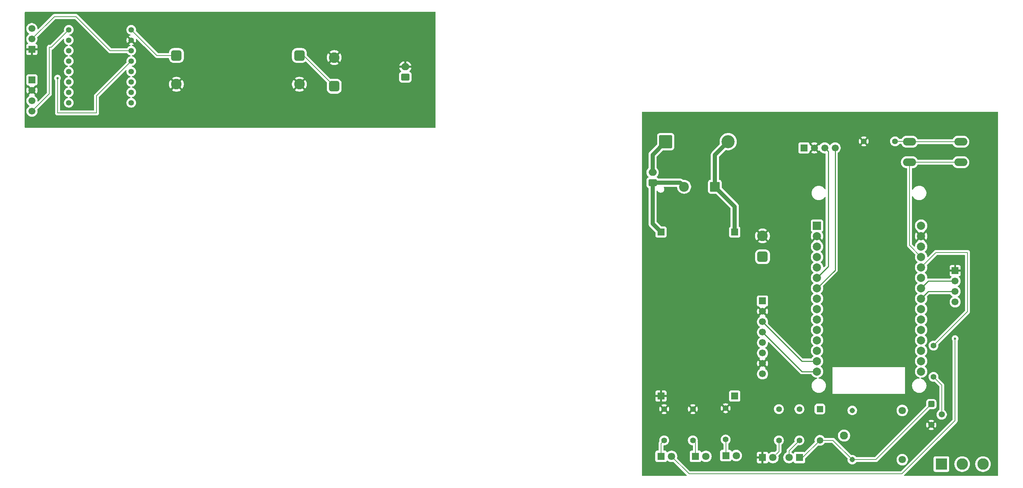
<source format=gbr>
%TF.GenerationSoftware,KiCad,Pcbnew,9.0.4*%
%TF.CreationDate,2025-11-05T16:33:01+05:30*%
%TF.ProjectId,BikeSSv3,42696b65-5353-4763-932e-6b696361645f,rev?*%
%TF.SameCoordinates,Original*%
%TF.FileFunction,Copper,L1,Top*%
%TF.FilePolarity,Positive*%
%FSLAX46Y46*%
G04 Gerber Fmt 4.6, Leading zero omitted, Abs format (unit mm)*
G04 Created by KiCad (PCBNEW 9.0.4) date 2025-11-05 16:33:01*
%MOMM*%
%LPD*%
G01*
G04 APERTURE LIST*
G04 Aperture macros list*
%AMRoundRect*
0 Rectangle with rounded corners*
0 $1 Rounding radius*
0 $2 $3 $4 $5 $6 $7 $8 $9 X,Y pos of 4 corners*
0 Add a 4 corners polygon primitive as box body*
4,1,4,$2,$3,$4,$5,$6,$7,$8,$9,$2,$3,0*
0 Add four circle primitives for the rounded corners*
1,1,$1+$1,$2,$3*
1,1,$1+$1,$4,$5*
1,1,$1+$1,$6,$7*
1,1,$1+$1,$8,$9*
0 Add four rect primitives between the rounded corners*
20,1,$1+$1,$2,$3,$4,$5,0*
20,1,$1+$1,$4,$5,$6,$7,0*
20,1,$1+$1,$6,$7,$8,$9,0*
20,1,$1+$1,$8,$9,$2,$3,0*%
G04 Aperture macros list end*
%TA.AperFunction,ComponentPad*%
%ADD10RoundRect,0.250001X0.949999X0.949999X-0.949999X0.949999X-0.949999X-0.949999X0.949999X-0.949999X0*%
%TD*%
%TA.AperFunction,ComponentPad*%
%ADD11C,2.400000*%
%TD*%
%TA.AperFunction,ComponentPad*%
%ADD12C,1.700000*%
%TD*%
%TA.AperFunction,ComponentPad*%
%ADD13R,1.700000X1.700000*%
%TD*%
%TA.AperFunction,ComponentPad*%
%ADD14C,2.600000*%
%TD*%
%TA.AperFunction,ComponentPad*%
%ADD15RoundRect,0.650000X0.650000X-0.650000X0.650000X0.650000X-0.650000X0.650000X-0.650000X-0.650000X0*%
%TD*%
%TA.AperFunction,ComponentPad*%
%ADD16RoundRect,0.650000X-0.650000X0.650000X-0.650000X-0.650000X0.650000X-0.650000X0.650000X0.650000X0*%
%TD*%
%TA.AperFunction,ComponentPad*%
%ADD17O,2.000000X1.700000*%
%TD*%
%TA.AperFunction,ComponentPad*%
%ADD18RoundRect,0.250000X0.750000X-0.600000X0.750000X0.600000X-0.750000X0.600000X-0.750000X-0.600000X0*%
%TD*%
%TA.AperFunction,ComponentPad*%
%ADD19C,1.348000*%
%TD*%
%TA.AperFunction,ComponentPad*%
%ADD20C,1.400000*%
%TD*%
%TA.AperFunction,ComponentPad*%
%ADD21C,1.800000*%
%TD*%
%TA.AperFunction,ComponentPad*%
%ADD22R,1.800000X1.800000*%
%TD*%
%TA.AperFunction,ComponentPad*%
%ADD23C,1.500000*%
%TD*%
%TA.AperFunction,ComponentPad*%
%ADD24RoundRect,0.250000X-0.500000X0.500000X-0.500000X-0.500000X0.500000X-0.500000X0.500000X0.500000X0*%
%TD*%
%TA.AperFunction,ComponentPad*%
%ADD25O,3.200000X1.900000*%
%TD*%
%TA.AperFunction,ComponentPad*%
%ADD26C,2.800000*%
%TD*%
%TA.AperFunction,ComponentPad*%
%ADD27R,2.800000X2.800000*%
%TD*%
%TA.AperFunction,ComponentPad*%
%ADD28C,3.200000*%
%TD*%
%TA.AperFunction,ComponentPad*%
%ADD29RoundRect,0.250000X-1.350000X-1.350000X1.350000X-1.350000X1.350000X1.350000X-1.350000X1.350000X0*%
%TD*%
%TA.AperFunction,ComponentPad*%
%ADD30C,1.950000*%
%TD*%
%TA.AperFunction,ComponentPad*%
%ADD31C,1.308000*%
%TD*%
%TA.AperFunction,ComponentPad*%
%ADD32C,1.600000*%
%TD*%
%TA.AperFunction,ComponentPad*%
%ADD33RoundRect,0.250000X-0.550000X0.550000X-0.550000X-0.550000X0.550000X-0.550000X0.550000X0.550000X0*%
%TD*%
%TA.AperFunction,ComponentPad*%
%ADD34C,2.000000*%
%TD*%
%TA.AperFunction,ComponentPad*%
%ADD35R,2.000000X2.000000*%
%TD*%
%TA.AperFunction,ViaPad*%
%ADD36C,0.600000*%
%TD*%
%TA.AperFunction,Conductor*%
%ADD37C,0.200000*%
%TD*%
%TA.AperFunction,Conductor*%
%ADD38C,0.250000*%
%TD*%
%TA.AperFunction,Conductor*%
%ADD39C,1.000000*%
%TD*%
G04 APERTURE END LIST*
D10*
%TO.P,C101,1*%
%TO.N,/12V+ DO*%
X194372651Y-62000000D03*
D11*
%TO.P,C101,2*%
%TO.N,/12V-*%
X186872651Y-62000000D03*
%TD*%
D12*
%TO.P,J109,4,Pin_4*%
%TO.N,/5*%
X27750000Y-43580000D03*
%TO.P,J109,3,Pin_3*%
%TO.N,unconnected-(J109-Pin_3-Pad3)*%
X27750000Y-41040000D03*
%TO.P,J109,2,Pin_2*%
%TO.N,/GNDs*%
X27750000Y-38500000D03*
D13*
%TO.P,J109,1,Pin_1*%
%TO.N,/VCCb*%
X27750000Y-35960000D03*
%TD*%
D14*
%TO.P,TP102,2,2*%
%TO.N,/GNDs*%
X101500000Y-30500000D03*
D15*
%TO.P,TP102,1,1*%
%TO.N,/VCCs*%
X101500000Y-37500000D03*
%TD*%
D12*
%TO.P,J110,3,Pin_3*%
%TO.N,/4*%
X27725000Y-23445000D03*
%TO.P,J110,2,Pin_2*%
%TO.N,/3.3V*%
X27725000Y-25985000D03*
D13*
%TO.P,J110,1,Pin_1*%
%TO.N,/GNDs*%
X27725000Y-28525000D03*
%TD*%
D14*
%TO.P,TP104,2,2*%
%TO.N,/GNDs*%
X93000000Y-37000000D03*
D16*
%TO.P,TP104,1,1*%
%TO.N,/VCCs*%
X93000000Y-30000000D03*
%TD*%
D14*
%TO.P,TP105,2,2*%
%TO.N,/GNDs*%
X63000000Y-37000000D03*
D16*
%TO.P,TP105,1,1*%
%TO.N,/VCCb*%
X63000000Y-30000000D03*
%TD*%
D17*
%TO.P,J111,2,Pin_2*%
%TO.N,/GNDs*%
X118850000Y-32750000D03*
D18*
%TO.P,J111,1,Pin_1*%
%TO.N,/VCCs*%
X118850000Y-35250000D03*
%TD*%
D19*
%TO.P,U102,G,GND*%
%TO.N,/GNDs*%
X51990000Y-26290000D03*
%TO.P,U102,21,GPIO21*%
%TO.N,unconnected-(U102-GPIO21-Pad21)*%
X36750000Y-41530000D03*
%TO.P,U102,20,GPIO20*%
%TO.N,unconnected-(U102-GPIO20-Pad20)*%
X36750000Y-38990000D03*
%TO.P,U102,10,GPIO10*%
%TO.N,unconnected-(U102-GPIO10-Pad10)*%
X36750000Y-36450000D03*
%TO.P,U102,9,GPIO9*%
%TO.N,unconnected-(U102-GPIO9-Pad9)*%
X36750000Y-33910000D03*
%TO.P,U102,8,GPIO8*%
%TO.N,unconnected-(U102-GPIO8-Pad8)*%
X36750000Y-31370000D03*
%TO.P,U102,7,GPIO7*%
%TO.N,unconnected-(U102-GPIO7-Pad7)*%
X36750000Y-28830000D03*
%TO.P,U102,6,GPIO6*%
%TO.N,unconnected-(U102-GPIO6-Pad6)*%
X36750000Y-26290000D03*
%TO.P,U102,5V,5V*%
%TO.N,/VCCb*%
X51990000Y-23750000D03*
%TO.P,U102,5,GPIO5*%
%TO.N,/5*%
X36750000Y-23750000D03*
%TO.P,U102,4,GPIO4*%
%TO.N,/4*%
X51990000Y-31370000D03*
%TO.P,U102,3.3,3V3*%
%TO.N,/3.3V*%
X51990000Y-28830000D03*
%TO.P,U102,3,GPIO3*%
%TO.N,unconnected-(U102-GPIO3-Pad3)*%
X51990000Y-33910000D03*
%TO.P,U102,2,GPIO2*%
%TO.N,unconnected-(U102-GPIO2-Pad2)*%
X51990000Y-36450000D03*
%TO.P,U102,1,GPIO1*%
%TO.N,unconnected-(U102-GPIO1-Pad1)*%
X51990000Y-38990000D03*
%TO.P,U102,0,GPIO0*%
%TO.N,unconnected-(U102-GPIO0-Pad0)*%
X51990000Y-41530000D03*
%TD*%
D12*
%TO.P,J107,4,Pin_4*%
%TO.N,D17*%
X223720000Y-52525000D03*
%TO.P,J107,3,Pin_3*%
%TO.N,D16*%
X221180000Y-52525000D03*
%TO.P,J107,2,Pin_2*%
%TO.N,GND*%
X218640000Y-52525000D03*
D13*
%TO.P,J107,1,Pin_1*%
%TO.N,VCC*%
X216100000Y-52525000D03*
%TD*%
D20*
%TO.P,R103,2*%
%TO.N,GND*%
X182000000Y-116190000D03*
%TO.P,R103,1*%
%TO.N,Net-(D104-K)*%
X182000000Y-123810000D03*
%TD*%
%TO.P,R105,2*%
%TO.N,Net-(D106-A)*%
X215000000Y-123810000D03*
%TO.P,R105,1*%
%TO.N,VCC*%
X215000000Y-116190000D03*
%TD*%
%TO.P,R102,2*%
%TO.N,GND*%
X197000000Y-115990000D03*
%TO.P,R102,1*%
%TO.N,Net-(D103-K)*%
X197000000Y-123610000D03*
%TD*%
D21*
%TO.P,D103,2,A*%
%TO.N,/D33*%
X199590000Y-127525000D03*
D22*
%TO.P,D103,1,K*%
%TO.N,Net-(D103-K)*%
X197050000Y-127525000D03*
%TD*%
D23*
%TO.P,Q101,3,E*%
%TO.N,GND*%
X247180000Y-120065000D03*
%TO.P,Q101,2,B*%
%TO.N,Net-(Q101-B)*%
X249720000Y-117525000D03*
D24*
%TO.P,Q101,1,C*%
%TO.N,Net-(D105-A)*%
X247180000Y-114985000D03*
%TD*%
D12*
%TO.P,J104,8,Pin_8*%
%TO.N,unconnected-(J104-Pin_8-Pad8)*%
X206000000Y-107620000D03*
%TO.P,J104,7,Pin_7*%
%TO.N,GND*%
X206000000Y-105080000D03*
%TO.P,J104,6,Pin_6*%
%TO.N,unconnected-(J104-Pin_6-Pad6)*%
X206000000Y-102540000D03*
%TO.P,J104,5,Pin_5*%
%TO.N,unconnected-(J104-Pin_5-Pad5)*%
X206000000Y-100000000D03*
%TO.P,J104,4,Pin_4*%
%TO.N,D21*%
X206000000Y-97460000D03*
%TO.P,J104,3,Pin_3*%
%TO.N,D22*%
X206000000Y-94920000D03*
%TO.P,J104,2,Pin_2*%
%TO.N,GND*%
X206000000Y-92380000D03*
D13*
%TO.P,J104,1,Pin_1*%
%TO.N,VCC*%
X206000000Y-89840000D03*
%TD*%
%TO.P,J108,1,Pin_1*%
%TO.N,GND*%
X181220000Y-113025000D03*
%TD*%
D21*
%TO.P,D106,2,A*%
%TO.N,Net-(D106-A)*%
X212460000Y-128000000D03*
D22*
%TO.P,D106,1,K*%
%TO.N,Net-(D105-A)*%
X215000000Y-128000000D03*
%TD*%
D14*
%TO.P,TP101,2,2*%
%TO.N,GND*%
X206000000Y-73985000D03*
D15*
%TO.P,TP101,1,1*%
%TO.N,VCC*%
X206000000Y-79065000D03*
%TD*%
D21*
%TO.P,D107,2,A*%
%TO.N,Net-(D107-A)*%
X208540000Y-128000000D03*
D22*
%TO.P,D107,1,K*%
%TO.N,GND*%
X206000000Y-128000000D03*
%TD*%
D25*
%TO.P,SW102,2,2*%
%TO.N,/D12*%
X254370000Y-56025000D03*
X241870000Y-56025000D03*
%TO.P,SW102,1,1*%
%TO.N,Net-(R104-Pad2)*%
X254370000Y-51025000D03*
X241870000Y-51025000D03*
%TD*%
D12*
%TO.P,J105,4,Pin_4*%
%TO.N,VCC*%
X253000000Y-90080000D03*
%TO.P,J105,3,Pin_3*%
%TO.N,D25*%
X253000000Y-87540000D03*
%TO.P,J105,2,Pin_2*%
%TO.N,D26*%
X253000000Y-85000000D03*
D13*
%TO.P,J105,1,Pin_1*%
%TO.N,GND*%
X253000000Y-82460000D03*
%TD*%
%TO.P,J106,1,Pin_1*%
%TO.N,/12V-*%
X181220000Y-73025000D03*
%TD*%
D20*
%TO.P,R107,2*%
%TO.N,Net-(Q101-B)*%
X247720000Y-108335000D03*
%TO.P,R107,1*%
%TO.N,D14*%
X247720000Y-100715000D03*
%TD*%
D26*
%TO.P,J112,3,Pin_3*%
%TO.N,/NC*%
X259800000Y-129600000D03*
%TO.P,J112,2,Pin_2*%
%TO.N,/COM*%
X254720000Y-129600000D03*
D27*
%TO.P,J112,1,Pin_1*%
%TO.N,/NO*%
X249640000Y-129600000D03*
%TD*%
D17*
%TO.P,J101,2,Pin_2*%
%TO.N,/12V+DI*%
X179173674Y-58500000D03*
D18*
%TO.P,J101,1,Pin_1*%
%TO.N,/12V-*%
X179173674Y-61000000D03*
%TD*%
D28*
%TO.P,D101,2,A*%
%TO.N,/12V+ DO*%
X197620000Y-51000000D03*
D29*
%TO.P,D101,1,K*%
%TO.N,/12V+DI*%
X182380000Y-51000000D03*
%TD*%
D20*
%TO.P,R104,2*%
%TO.N,Net-(R104-Pad2)*%
X238330000Y-50925000D03*
%TO.P,R104,1*%
%TO.N,GND*%
X230710000Y-50925000D03*
%TD*%
D21*
%TO.P,K101,NO*%
%TO.N,/NO*%
X240100000Y-128525000D03*
%TO.P,K101,NC*%
%TO.N,/NC*%
X240100000Y-116525000D03*
D30*
%TO.P,K101,COM*%
%TO.N,/COM*%
X225900000Y-122645000D03*
D31*
%TO.P,K101,COIL2*%
%TO.N,Net-(D105-A)*%
X227900000Y-128525000D03*
%TO.P,K101,COIL1*%
%TO.N,VCC*%
X227900000Y-116525000D03*
%TD*%
D13*
%TO.P,J103,1,Pin_1*%
%TO.N,VCC*%
X199220000Y-113025000D03*
%TD*%
D32*
%TO.P,D105,2,A*%
%TO.N,Net-(D105-A)*%
X220000000Y-123810000D03*
D33*
%TO.P,D105,1,K*%
%TO.N,VCC*%
X220000000Y-116190000D03*
%TD*%
D21*
%TO.P,D104,2,A*%
%TO.N,/D13*%
X183790000Y-127725000D03*
D22*
%TO.P,D104,1,K*%
%TO.N,Net-(D104-K)*%
X181250000Y-127725000D03*
%TD*%
D21*
%TO.P,D102,2,A*%
%TO.N,/D27*%
X192190000Y-127725000D03*
D22*
%TO.P,D102,1,K*%
%TO.N,Net-(D102-K)*%
X189650000Y-127725000D03*
%TD*%
D20*
%TO.P,R106,2*%
%TO.N,Net-(D107-A)*%
X210000000Y-123810000D03*
%TO.P,R106,1*%
%TO.N,VCC*%
X210000000Y-116190000D03*
%TD*%
%TO.P,R101,2*%
%TO.N,GND*%
X189000000Y-116190000D03*
%TO.P,R101,1*%
%TO.N,Net-(D102-K)*%
X189000000Y-123810000D03*
%TD*%
D34*
%TO.P,U101,30,VIN*%
%TO.N,VCC*%
X244700000Y-71485000D03*
%TO.P,U101,29,GND*%
%TO.N,GND*%
X244700000Y-74025000D03*
%TO.P,U101,28,D13*%
%TO.N,/D13*%
X244700000Y-76565000D03*
%TO.P,U101,27,D12*%
%TO.N,/D12*%
X244700000Y-79105000D03*
%TO.P,U101,26,D14*%
%TO.N,D14*%
X244700000Y-81645000D03*
%TO.P,U101,25,D27*%
%TO.N,/D27*%
X244700000Y-84185000D03*
%TO.P,U101,24,D26*%
%TO.N,D26*%
X244700000Y-86725000D03*
%TO.P,U101,23,D25*%
%TO.N,D25*%
X244700000Y-89265000D03*
%TO.P,U101,22,D33*%
%TO.N,/D33*%
X244700000Y-91805000D03*
%TO.P,U101,21,D32*%
%TO.N,unconnected-(U101-D32-Pad21)*%
X244700000Y-94345000D03*
%TO.P,U101,20,D35*%
%TO.N,unconnected-(U101-D35-Pad20)*%
X244700000Y-96885000D03*
%TO.P,U101,19,D34*%
%TO.N,unconnected-(U101-D34-Pad19)*%
X244700000Y-99425000D03*
%TO.P,U101,18,VN*%
%TO.N,unconnected-(U101-VN-Pad18)*%
X244700000Y-101965000D03*
%TO.P,U101,17,VP*%
%TO.N,unconnected-(U101-VP-Pad17)*%
X244700000Y-104505000D03*
%TO.P,U101,16,EN*%
%TO.N,unconnected-(U101-EN-Pad16)*%
X244700000Y-107045000D03*
%TO.P,U101,15,D23*%
%TO.N,D21*%
X219300000Y-107045000D03*
%TO.P,U101,14,D22*%
%TO.N,D22*%
X219300000Y-104505000D03*
%TO.P,U101,13,TX0*%
%TO.N,unconnected-(U101-TX0-Pad13)*%
X219300000Y-101965000D03*
%TO.P,U101,12,RX0*%
%TO.N,unconnected-(U101-RX0-Pad12)*%
X219300000Y-99425000D03*
%TO.P,U101,11,D21*%
%TO.N,unconnected-(U101-D21-Pad11)*%
X219300000Y-96885000D03*
%TO.P,U101,10,D19*%
%TO.N,unconnected-(U101-D19-Pad10)*%
X219300000Y-94345000D03*
%TO.P,U101,9,D18*%
%TO.N,unconnected-(U101-D18-Pad9)*%
X219300000Y-91805000D03*
%TO.P,U101,8,D5*%
%TO.N,unconnected-(U101-D5-Pad8)*%
X219300000Y-89265000D03*
%TO.P,U101,7,TX2*%
%TO.N,D17*%
X219300000Y-86725000D03*
%TO.P,U101,6,RX2*%
%TO.N,D16*%
X219300000Y-84185000D03*
%TO.P,U101,5,D4*%
%TO.N,unconnected-(U101-D4-Pad5)*%
X219300000Y-81645000D03*
%TO.P,U101,4,D2*%
%TO.N,unconnected-(U101-D2-Pad4)*%
X219300000Y-79105000D03*
%TO.P,U101,3,D15*%
%TO.N,unconnected-(U101-D15-Pad3)*%
X219300000Y-76565000D03*
%TO.P,U101,2,GND*%
%TO.N,GND*%
X219300000Y-74025000D03*
D35*
%TO.P,U101,1,3V3*%
%TO.N,unconnected-(U101-3V3-Pad1)*%
X219300000Y-71485000D03*
%TD*%
D13*
%TO.P,J102,1,Pin_1*%
%TO.N,/12V+ DO*%
X199220000Y-73025000D03*
%TD*%
D36*
%TO.N,/D13*%
X253000000Y-99000000D03*
%TO.N,/4*%
X34000000Y-35500000D03*
%TD*%
D37*
%TO.N,/D13*%
X253000000Y-119000000D02*
X253000000Y-100000000D01*
X240000000Y-132000000D02*
X253000000Y-119000000D01*
X183790000Y-127725000D02*
X188065000Y-132000000D01*
X188065000Y-132000000D02*
X240000000Y-132000000D01*
X253000000Y-100000000D02*
X253000000Y-99000000D01*
D38*
%TO.N,D22*%
X215585000Y-104505000D02*
X219300000Y-104505000D01*
X206000000Y-94920000D02*
X215585000Y-104505000D01*
%TO.N,D21*%
X215585000Y-107045000D02*
X219300000Y-107045000D01*
X206000000Y-97460000D02*
X215585000Y-107045000D01*
D37*
%TO.N,Net-(D104-K)*%
X181250000Y-127725000D02*
X181250000Y-124560000D01*
X181250000Y-124560000D02*
X182000000Y-123810000D01*
%TO.N,Net-(D102-K)*%
X189650000Y-124460000D02*
X189000000Y-123810000D01*
X189650000Y-127725000D02*
X189650000Y-124460000D01*
%TO.N,Net-(D103-K)*%
X197050000Y-123660000D02*
X197000000Y-123610000D01*
X197050000Y-127525000D02*
X197050000Y-123660000D01*
%TO.N,Net-(D107-A)*%
X210000000Y-126540000D02*
X210000000Y-123810000D01*
X208540000Y-128000000D02*
X210000000Y-126540000D01*
%TO.N,Net-(D106-A)*%
X212460000Y-126350000D02*
X215000000Y-123810000D01*
X212460000Y-128000000D02*
X212460000Y-126350000D01*
%TO.N,Net-(D105-A)*%
X223185000Y-123810000D02*
X227900000Y-128525000D01*
X220000000Y-123810000D02*
X223185000Y-123810000D01*
X215810000Y-128000000D02*
X220000000Y-123810000D01*
X215000000Y-128000000D02*
X215810000Y-128000000D01*
X233640000Y-128525000D02*
X247180000Y-114985000D01*
X227900000Y-128525000D02*
X233640000Y-128525000D01*
%TO.N,Net-(Q101-B)*%
X249720000Y-110335000D02*
X249720000Y-117525000D01*
X247720000Y-108335000D02*
X249720000Y-110335000D01*
%TO.N,D14*%
X248345000Y-78000000D02*
X244700000Y-81645000D01*
X256000000Y-78000000D02*
X248345000Y-78000000D01*
X256000000Y-92435000D02*
X256000000Y-78000000D01*
X247720000Y-100715000D02*
X256000000Y-92435000D01*
D38*
%TO.N,D25*%
X253000000Y-87540000D02*
X246425000Y-87540000D01*
X246425000Y-87540000D02*
X244700000Y-89265000D01*
%TO.N,D26*%
X253000000Y-85000000D02*
X246425000Y-85000000D01*
X246425000Y-85000000D02*
X244700000Y-86725000D01*
D37*
%TO.N,/D12*%
X241870000Y-76275000D02*
X241870000Y-56025000D01*
X244700000Y-79105000D02*
X241870000Y-76275000D01*
X241870000Y-56025000D02*
X254370000Y-56025000D01*
%TO.N,Net-(R104-Pad2)*%
X241870000Y-51025000D02*
X254370000Y-51025000D01*
X241770000Y-50925000D02*
X241870000Y-51025000D01*
X238330000Y-50925000D02*
X241770000Y-50925000D01*
D38*
%TO.N,D17*%
X223720000Y-52525000D02*
X223720000Y-82305000D01*
X223720000Y-82305000D02*
X219300000Y-86725000D01*
%TO.N,D16*%
X222030000Y-81455000D02*
X219300000Y-84185000D01*
X222030000Y-53375000D02*
X222030000Y-81455000D01*
X221180000Y-52525000D02*
X222030000Y-53375000D01*
D39*
%TO.N,/12V+ DO*%
X199220000Y-66847349D02*
X194372651Y-62000000D01*
X199220000Y-73025000D02*
X199220000Y-66847349D01*
%TO.N,/12V-*%
X179173674Y-70978674D02*
X179173674Y-61000000D01*
X181220000Y-73025000D02*
X179173674Y-70978674D01*
X185872651Y-61000000D02*
X179173674Y-61000000D01*
X186872651Y-62000000D02*
X185872651Y-61000000D01*
%TO.N,/12V+ DO*%
X194372651Y-54247349D02*
X197620000Y-51000000D01*
X194372651Y-62000000D02*
X194372651Y-54247349D01*
%TO.N,/12V+DI*%
X179173674Y-54206326D02*
X182380000Y-51000000D01*
X179173674Y-58500000D02*
X179173674Y-54206326D01*
D37*
%TO.N,/4*%
X43500000Y-44000000D02*
X34000000Y-44000000D01*
%TO.N,/VCCb*%
X58240000Y-30000000D02*
X51990000Y-23750000D01*
%TO.N,/3.3V*%
X38500000Y-20500000D02*
X33210000Y-20500000D01*
X51990000Y-28830000D02*
X46830000Y-28830000D01*
%TO.N,/5*%
X27750000Y-43580000D02*
X32000000Y-39330000D01*
%TO.N,/3.3V*%
X33210000Y-20500000D02*
X27725000Y-25985000D01*
%TO.N,/VCCs*%
X94000000Y-30000000D02*
X93000000Y-30000000D01*
%TO.N,/5*%
X32000000Y-28000000D02*
X32500000Y-28000000D01*
%TO.N,/VCCs*%
X101500000Y-37500000D02*
X94000000Y-30000000D01*
%TO.N,/4*%
X51990000Y-31370000D02*
X43500000Y-39860000D01*
%TO.N,/VCCb*%
X63000000Y-30000000D02*
X58240000Y-30000000D01*
%TO.N,/3.3V*%
X46830000Y-28830000D02*
X38500000Y-20500000D01*
%TO.N,/4*%
X43500000Y-39860000D02*
X43500000Y-44000000D01*
%TO.N,/5*%
X32000000Y-39330000D02*
X32000000Y-28000000D01*
X32500000Y-28000000D02*
X36750000Y-23750000D01*
%TO.N,/4*%
X34000000Y-44000000D02*
X34000000Y-35500000D01*
%TD*%
%TA.AperFunction,Conductor*%
%TO.N,/GNDs*%
G36*
X126192539Y-19395185D02*
G01*
X126238294Y-19447989D01*
X126249500Y-19499500D01*
X126249500Y-47500500D01*
X126229815Y-47567539D01*
X126177011Y-47613294D01*
X126125500Y-47624500D01*
X26124500Y-47624500D01*
X26057461Y-47604815D01*
X26011706Y-47552011D01*
X26000500Y-47500500D01*
X26000500Y-35062135D01*
X26399500Y-35062135D01*
X26399500Y-36857870D01*
X26399501Y-36857876D01*
X26405908Y-36917483D01*
X26456202Y-37052328D01*
X26456206Y-37052335D01*
X26542452Y-37167544D01*
X26542455Y-37167547D01*
X26657664Y-37253793D01*
X26657671Y-37253797D01*
X26702618Y-37270561D01*
X26792517Y-37304091D01*
X26852127Y-37310500D01*
X26862685Y-37310499D01*
X26929723Y-37330179D01*
X26950372Y-37346818D01*
X27620591Y-38017037D01*
X27557007Y-38034075D01*
X27442993Y-38099901D01*
X27349901Y-38192993D01*
X27284075Y-38307007D01*
X27267037Y-38370591D01*
X26634728Y-37738282D01*
X26634727Y-37738282D01*
X26595380Y-37792439D01*
X26498904Y-37981782D01*
X26433242Y-38183869D01*
X26433242Y-38183872D01*
X26400000Y-38393753D01*
X26400000Y-38606246D01*
X26433242Y-38816127D01*
X26433242Y-38816130D01*
X26498904Y-39018217D01*
X26595375Y-39207550D01*
X26634728Y-39261716D01*
X27267037Y-38629408D01*
X27284075Y-38692993D01*
X27349901Y-38807007D01*
X27442993Y-38900099D01*
X27557007Y-38965925D01*
X27620590Y-38982962D01*
X26988282Y-39615269D01*
X26988282Y-39615270D01*
X27042452Y-39654626D01*
X27042451Y-39654626D01*
X27051495Y-39659234D01*
X27102292Y-39707208D01*
X27119087Y-39775029D01*
X27096550Y-39841164D01*
X27051499Y-39880202D01*
X27042182Y-39884949D01*
X26870213Y-40009890D01*
X26719890Y-40160213D01*
X26594951Y-40332179D01*
X26498444Y-40521585D01*
X26432753Y-40723760D01*
X26426243Y-40764864D01*
X26399500Y-40933713D01*
X26399500Y-41146287D01*
X26432754Y-41356243D01*
X26459177Y-41437565D01*
X26498444Y-41558414D01*
X26594951Y-41747820D01*
X26719890Y-41919786D01*
X26870213Y-42070109D01*
X27042182Y-42195050D01*
X27050946Y-42199516D01*
X27101742Y-42247491D01*
X27118536Y-42315312D01*
X27095998Y-42381447D01*
X27050946Y-42420484D01*
X27042182Y-42424949D01*
X26870213Y-42549890D01*
X26719890Y-42700213D01*
X26594951Y-42872179D01*
X26498444Y-43061585D01*
X26432753Y-43263760D01*
X26432753Y-43263762D01*
X26399500Y-43473713D01*
X26399500Y-43686287D01*
X26432754Y-43896243D01*
X26492153Y-44079055D01*
X26498444Y-44098414D01*
X26594951Y-44287820D01*
X26719890Y-44459786D01*
X26870213Y-44610109D01*
X27042179Y-44735048D01*
X27042181Y-44735049D01*
X27042184Y-44735051D01*
X27231588Y-44831557D01*
X27433757Y-44897246D01*
X27643713Y-44930500D01*
X27643714Y-44930500D01*
X27856286Y-44930500D01*
X27856287Y-44930500D01*
X28066243Y-44897246D01*
X28268412Y-44831557D01*
X28457816Y-44735051D01*
X28479789Y-44719086D01*
X28629786Y-44610109D01*
X28629788Y-44610106D01*
X28629792Y-44610104D01*
X28780104Y-44459792D01*
X28780106Y-44459788D01*
X28780109Y-44459786D01*
X28905048Y-44287820D01*
X28905047Y-44287820D01*
X28905051Y-44287816D01*
X29001557Y-44098412D01*
X29067246Y-43896243D01*
X29100500Y-43686287D01*
X29100500Y-43473713D01*
X29067246Y-43263757D01*
X29053506Y-43221473D01*
X29051512Y-43151635D01*
X29083755Y-43095478D01*
X32480520Y-39698716D01*
X32559577Y-39561784D01*
X32600501Y-39409057D01*
X32600501Y-39250942D01*
X32600501Y-39243347D01*
X32600500Y-39243329D01*
X32600500Y-28689903D01*
X32620185Y-28622864D01*
X32672989Y-28577109D01*
X32675088Y-28576173D01*
X32683519Y-28572509D01*
X32731785Y-28559577D01*
X32781904Y-28530639D01*
X32868716Y-28480520D01*
X32980520Y-28368716D01*
X32980520Y-28368714D01*
X32990728Y-28358507D01*
X32990729Y-28358504D01*
X35385407Y-25963827D01*
X35446729Y-25930343D01*
X35516421Y-25935327D01*
X35572354Y-25977199D01*
X35596771Y-26042663D01*
X35595560Y-26070907D01*
X35575500Y-26197559D01*
X35575500Y-26382440D01*
X35604419Y-26565030D01*
X35661546Y-26740849D01*
X35661547Y-26740852D01*
X35718588Y-26852799D01*
X35724694Y-26864784D01*
X35745479Y-26905575D01*
X35854135Y-27055129D01*
X35854139Y-27055134D01*
X35984865Y-27185860D01*
X35984870Y-27185864D01*
X36054644Y-27236557D01*
X36134428Y-27294523D01*
X36214850Y-27335500D01*
X36299147Y-27378452D01*
X36299150Y-27378453D01*
X36355205Y-27396666D01*
X36474971Y-27435580D01*
X36485150Y-27437192D01*
X36487263Y-27437527D01*
X36550397Y-27467457D01*
X36587328Y-27526769D01*
X36586330Y-27596631D01*
X36547719Y-27654864D01*
X36487263Y-27682473D01*
X36474969Y-27684420D01*
X36299150Y-27741546D01*
X36299147Y-27741547D01*
X36134424Y-27825479D01*
X35984870Y-27934135D01*
X35984865Y-27934139D01*
X35854139Y-28064865D01*
X35854135Y-28064870D01*
X35745479Y-28214424D01*
X35661547Y-28379147D01*
X35661546Y-28379150D01*
X35604419Y-28554969D01*
X35575500Y-28737559D01*
X35575500Y-28922440D01*
X35604419Y-29105030D01*
X35661546Y-29280849D01*
X35661547Y-29280852D01*
X35711972Y-29379815D01*
X35737797Y-29430500D01*
X35745479Y-29445575D01*
X35854135Y-29595129D01*
X35854139Y-29595134D01*
X35984865Y-29725860D01*
X35984870Y-29725864D01*
X36112168Y-29818350D01*
X36134428Y-29834523D01*
X36213867Y-29874999D01*
X36299147Y-29918452D01*
X36299150Y-29918453D01*
X36387059Y-29947016D01*
X36474971Y-29975580D01*
X36485150Y-29977192D01*
X36487263Y-29977527D01*
X36550397Y-30007457D01*
X36587328Y-30066769D01*
X36586330Y-30136631D01*
X36547719Y-30194864D01*
X36487263Y-30222473D01*
X36474969Y-30224420D01*
X36299150Y-30281546D01*
X36299147Y-30281547D01*
X36134424Y-30365479D01*
X35984870Y-30474135D01*
X35984865Y-30474139D01*
X35854139Y-30604865D01*
X35854135Y-30604870D01*
X35745479Y-30754424D01*
X35661547Y-30919147D01*
X35661546Y-30919150D01*
X35604419Y-31094969D01*
X35575500Y-31277559D01*
X35575500Y-31462440D01*
X35604419Y-31645030D01*
X35661546Y-31820849D01*
X35661547Y-31820852D01*
X35686865Y-31870540D01*
X35720870Y-31937279D01*
X35745479Y-31985575D01*
X35854135Y-32135129D01*
X35854139Y-32135134D01*
X35984865Y-32265860D01*
X35984870Y-32265864D01*
X36115318Y-32360639D01*
X36134428Y-32374523D01*
X36242106Y-32429388D01*
X36299147Y-32458452D01*
X36299150Y-32458453D01*
X36387059Y-32487016D01*
X36474971Y-32515580D01*
X36485150Y-32517192D01*
X36487263Y-32517527D01*
X36550397Y-32547457D01*
X36587328Y-32606769D01*
X36586330Y-32676631D01*
X36547719Y-32734864D01*
X36487263Y-32762473D01*
X36474969Y-32764420D01*
X36299150Y-32821546D01*
X36299147Y-32821547D01*
X36134424Y-32905479D01*
X35984870Y-33014135D01*
X35984865Y-33014139D01*
X35854139Y-33144865D01*
X35854135Y-33144870D01*
X35745479Y-33294424D01*
X35661547Y-33459147D01*
X35661546Y-33459150D01*
X35604419Y-33634969D01*
X35575500Y-33817559D01*
X35575500Y-34002440D01*
X35604419Y-34185030D01*
X35661546Y-34360849D01*
X35661547Y-34360852D01*
X35745479Y-34525575D01*
X35854135Y-34675129D01*
X35854139Y-34675134D01*
X35984865Y-34805860D01*
X35984870Y-34805864D01*
X36084451Y-34878213D01*
X36134428Y-34914523D01*
X36242106Y-34969388D01*
X36299147Y-34998452D01*
X36299150Y-34998453D01*
X36387059Y-35027016D01*
X36474971Y-35055580D01*
X36485150Y-35057192D01*
X36487263Y-35057527D01*
X36550397Y-35087457D01*
X36587328Y-35146769D01*
X36586330Y-35216631D01*
X36547719Y-35274864D01*
X36487263Y-35302473D01*
X36474969Y-35304420D01*
X36299150Y-35361546D01*
X36299147Y-35361547D01*
X36134424Y-35445479D01*
X35984870Y-35554135D01*
X35984865Y-35554139D01*
X35854139Y-35684865D01*
X35854135Y-35684870D01*
X35745479Y-35834424D01*
X35661547Y-35999147D01*
X35661546Y-35999150D01*
X35604419Y-36174969D01*
X35575500Y-36357559D01*
X35575500Y-36542440D01*
X35604419Y-36725030D01*
X35661546Y-36900849D01*
X35661547Y-36900852D01*
X35712066Y-36999999D01*
X35738732Y-37052335D01*
X35745479Y-37065575D01*
X35854135Y-37215129D01*
X35854139Y-37215134D01*
X35984865Y-37345860D01*
X35984870Y-37345864D01*
X36115318Y-37440639D01*
X36134428Y-37454523D01*
X36233275Y-37504888D01*
X36299147Y-37538452D01*
X36299150Y-37538453D01*
X36387059Y-37567016D01*
X36474971Y-37595580D01*
X36485150Y-37597192D01*
X36487263Y-37597527D01*
X36550397Y-37627457D01*
X36587328Y-37686769D01*
X36586330Y-37756631D01*
X36547719Y-37814864D01*
X36487263Y-37842473D01*
X36474969Y-37844420D01*
X36299150Y-37901546D01*
X36299147Y-37901547D01*
X36134424Y-37985479D01*
X35984870Y-38094135D01*
X35984865Y-38094139D01*
X35854139Y-38224865D01*
X35854135Y-38224870D01*
X35745479Y-38374424D01*
X35661547Y-38539147D01*
X35661546Y-38539150D01*
X35604419Y-38714969D01*
X35575500Y-38897559D01*
X35575500Y-39082440D01*
X35604419Y-39265030D01*
X35661546Y-39440849D01*
X35661547Y-39440852D01*
X35745479Y-39605575D01*
X35854135Y-39755129D01*
X35854139Y-39755134D01*
X35984865Y-39885860D01*
X35984870Y-39885864D01*
X36058085Y-39939057D01*
X36134428Y-39994523D01*
X36242106Y-40049388D01*
X36299147Y-40078452D01*
X36299150Y-40078453D01*
X36387059Y-40107016D01*
X36474971Y-40135580D01*
X36485150Y-40137192D01*
X36487263Y-40137527D01*
X36550397Y-40167457D01*
X36587328Y-40226769D01*
X36586330Y-40296631D01*
X36547719Y-40354864D01*
X36487263Y-40382473D01*
X36474969Y-40384420D01*
X36299150Y-40441546D01*
X36299147Y-40441547D01*
X36134424Y-40525479D01*
X35984870Y-40634135D01*
X35984865Y-40634139D01*
X35854139Y-40764865D01*
X35854135Y-40764870D01*
X35745479Y-40914424D01*
X35661547Y-41079147D01*
X35661546Y-41079150D01*
X35604419Y-41254969D01*
X35575500Y-41437559D01*
X35575500Y-41622440D01*
X35604419Y-41805030D01*
X35661546Y-41980849D01*
X35661547Y-41980852D01*
X35745479Y-42145575D01*
X35854135Y-42295129D01*
X35854139Y-42295134D01*
X35984865Y-42425860D01*
X35984870Y-42425864D01*
X36115318Y-42520639D01*
X36134428Y-42534523D01*
X36242106Y-42589388D01*
X36299147Y-42618452D01*
X36299150Y-42618453D01*
X36474969Y-42675580D01*
X36657560Y-42704500D01*
X36657565Y-42704500D01*
X36842440Y-42704500D01*
X37025030Y-42675580D01*
X37200849Y-42618453D01*
X37200852Y-42618452D01*
X37365572Y-42534523D01*
X37515136Y-42425859D01*
X37645859Y-42295136D01*
X37754523Y-42145572D01*
X37838452Y-41980852D01*
X37838453Y-41980849D01*
X37895580Y-41805030D01*
X37924500Y-41622440D01*
X37924500Y-41437559D01*
X37895580Y-41254969D01*
X37838453Y-41079150D01*
X37838452Y-41079147D01*
X37809388Y-41022106D01*
X37754523Y-40914428D01*
X37740639Y-40895318D01*
X37645864Y-40764870D01*
X37645860Y-40764865D01*
X37515134Y-40634139D01*
X37515129Y-40634135D01*
X37365575Y-40525479D01*
X37365574Y-40525478D01*
X37365572Y-40525477D01*
X37312799Y-40498588D01*
X37200852Y-40441547D01*
X37200849Y-40441546D01*
X37025030Y-40384420D01*
X37012737Y-40382473D01*
X36949602Y-40352544D01*
X36912671Y-40293232D01*
X36913669Y-40223370D01*
X36952279Y-40165137D01*
X37012737Y-40137527D01*
X37014508Y-40137246D01*
X37025029Y-40135580D01*
X37200852Y-40078452D01*
X37365572Y-39994523D01*
X37515136Y-39885859D01*
X37645859Y-39755136D01*
X37754523Y-39605572D01*
X37838452Y-39440852D01*
X37858393Y-39379480D01*
X37895580Y-39265030D01*
X37924500Y-39082440D01*
X37924500Y-38897559D01*
X37895580Y-38714969D01*
X37838453Y-38539150D01*
X37838452Y-38539147D01*
X37786546Y-38437277D01*
X37754523Y-38374428D01*
X37707445Y-38309630D01*
X37645864Y-38224870D01*
X37645860Y-38224865D01*
X37515134Y-38094139D01*
X37515129Y-38094135D01*
X37365575Y-37985479D01*
X37365574Y-37985478D01*
X37365572Y-37985477D01*
X37312799Y-37958588D01*
X37200852Y-37901547D01*
X37200849Y-37901546D01*
X37025030Y-37844420D01*
X37012737Y-37842473D01*
X36949602Y-37812544D01*
X36912671Y-37753232D01*
X36913669Y-37683370D01*
X36952279Y-37625137D01*
X37012737Y-37597527D01*
X37014508Y-37597246D01*
X37025029Y-37595580D01*
X37200852Y-37538452D01*
X37365572Y-37454523D01*
X37515136Y-37345859D01*
X37645859Y-37215136D01*
X37754523Y-37065572D01*
X37838452Y-36900852D01*
X37895580Y-36725029D01*
X37900794Y-36692110D01*
X37924500Y-36542440D01*
X37924500Y-36357559D01*
X37895580Y-36174969D01*
X37838453Y-35999150D01*
X37838452Y-35999147D01*
X37796226Y-35916275D01*
X37754523Y-35834428D01*
X37696429Y-35754468D01*
X37645864Y-35684870D01*
X37645860Y-35684865D01*
X37515134Y-35554139D01*
X37515129Y-35554135D01*
X37365575Y-35445479D01*
X37365574Y-35445478D01*
X37365572Y-35445477D01*
X37312799Y-35418588D01*
X37200852Y-35361547D01*
X37200849Y-35361546D01*
X37025030Y-35304420D01*
X37012737Y-35302473D01*
X36949602Y-35272544D01*
X36912671Y-35213232D01*
X36913669Y-35143370D01*
X36952279Y-35085137D01*
X37012737Y-35057527D01*
X37014508Y-35057246D01*
X37025029Y-35055580D01*
X37200852Y-34998452D01*
X37365572Y-34914523D01*
X37515136Y-34805859D01*
X37645859Y-34675136D01*
X37754523Y-34525572D01*
X37838452Y-34360852D01*
X37895580Y-34185029D01*
X37896164Y-34181342D01*
X37924500Y-34002440D01*
X37924500Y-33817559D01*
X37895580Y-33634969D01*
X37838453Y-33459150D01*
X37838452Y-33459147D01*
X37809388Y-33402106D01*
X37754523Y-33294428D01*
X37697488Y-33215925D01*
X37645864Y-33144870D01*
X37645860Y-33144865D01*
X37515134Y-33014139D01*
X37515129Y-33014135D01*
X37365575Y-32905479D01*
X37365574Y-32905478D01*
X37365572Y-32905477D01*
X37312799Y-32878588D01*
X37200852Y-32821547D01*
X37200849Y-32821546D01*
X37025030Y-32764420D01*
X37012737Y-32762473D01*
X36949602Y-32732544D01*
X36912671Y-32673232D01*
X36913669Y-32603370D01*
X36952279Y-32545137D01*
X37012737Y-32517527D01*
X37014508Y-32517246D01*
X37025029Y-32515580D01*
X37200852Y-32458452D01*
X37365572Y-32374523D01*
X37515136Y-32265859D01*
X37645859Y-32135136D01*
X37754523Y-31985572D01*
X37838452Y-31820852D01*
X37871132Y-31720272D01*
X37895580Y-31645030D01*
X37924500Y-31462440D01*
X37924500Y-31277559D01*
X37895580Y-31094969D01*
X37838453Y-30919150D01*
X37838452Y-30919147D01*
X37805030Y-30853554D01*
X37754523Y-30754428D01*
X37707422Y-30689598D01*
X37645864Y-30604870D01*
X37645860Y-30604865D01*
X37515134Y-30474139D01*
X37515129Y-30474135D01*
X37365575Y-30365479D01*
X37365574Y-30365478D01*
X37365572Y-30365477D01*
X37312799Y-30338588D01*
X37200852Y-30281547D01*
X37200849Y-30281546D01*
X37025030Y-30224420D01*
X37012737Y-30222473D01*
X36949602Y-30192544D01*
X36912671Y-30133232D01*
X36913669Y-30063370D01*
X36952279Y-30005137D01*
X37012737Y-29977527D01*
X37014508Y-29977246D01*
X37025029Y-29975580D01*
X37200852Y-29918452D01*
X37365572Y-29834523D01*
X37515136Y-29725859D01*
X37645859Y-29595136D01*
X37754523Y-29445572D01*
X37838452Y-29280852D01*
X37839060Y-29278980D01*
X37895580Y-29105030D01*
X37924500Y-28922440D01*
X37924500Y-28737559D01*
X37895580Y-28554969D01*
X37838453Y-28379150D01*
X37838452Y-28379147D01*
X37774924Y-28254468D01*
X37754523Y-28214428D01*
X37728336Y-28178385D01*
X37645864Y-28064870D01*
X37645860Y-28064865D01*
X37515134Y-27934139D01*
X37515129Y-27934135D01*
X37365575Y-27825479D01*
X37365574Y-27825478D01*
X37365572Y-27825477D01*
X37312799Y-27798588D01*
X37200852Y-27741547D01*
X37200849Y-27741546D01*
X37025030Y-27684420D01*
X37012737Y-27682473D01*
X36949602Y-27652544D01*
X36912671Y-27593232D01*
X36913669Y-27523370D01*
X36952279Y-27465137D01*
X37012737Y-27437527D01*
X37014508Y-27437246D01*
X37025029Y-27435580D01*
X37200852Y-27378452D01*
X37365572Y-27294523D01*
X37515136Y-27185859D01*
X37645859Y-27055136D01*
X37754523Y-26905572D01*
X37838452Y-26740852D01*
X37848476Y-26710000D01*
X37895580Y-26565030D01*
X37924500Y-26382440D01*
X37924500Y-26197559D01*
X37895580Y-26014969D01*
X37838453Y-25839150D01*
X37838452Y-25839147D01*
X37809388Y-25782106D01*
X37754523Y-25674428D01*
X37667179Y-25554208D01*
X37645864Y-25524870D01*
X37645860Y-25524865D01*
X37515134Y-25394139D01*
X37515129Y-25394135D01*
X37365575Y-25285479D01*
X37365574Y-25285478D01*
X37365572Y-25285477D01*
X37312799Y-25258588D01*
X37200852Y-25201547D01*
X37200849Y-25201546D01*
X37025030Y-25144420D01*
X37012737Y-25142473D01*
X36949602Y-25112544D01*
X36912671Y-25053232D01*
X36913669Y-24983370D01*
X36952279Y-24925137D01*
X37012737Y-24897527D01*
X37014508Y-24897246D01*
X37025029Y-24895580D01*
X37200852Y-24838452D01*
X37365572Y-24754523D01*
X37515136Y-24645859D01*
X37645859Y-24515136D01*
X37754523Y-24365572D01*
X37838452Y-24200852D01*
X37838453Y-24200849D01*
X37895580Y-24025030D01*
X37924500Y-23842440D01*
X37924500Y-23657559D01*
X37895580Y-23474969D01*
X37838453Y-23299150D01*
X37838452Y-23299147D01*
X37809388Y-23242106D01*
X37754523Y-23134428D01*
X37740639Y-23115318D01*
X37645864Y-22984870D01*
X37645860Y-22984865D01*
X37515134Y-22854139D01*
X37515129Y-22854135D01*
X37365575Y-22745479D01*
X37365574Y-22745478D01*
X37365572Y-22745477D01*
X37312799Y-22718588D01*
X37200852Y-22661547D01*
X37200849Y-22661546D01*
X37025030Y-22604419D01*
X36842440Y-22575500D01*
X36842435Y-22575500D01*
X36657565Y-22575500D01*
X36657560Y-22575500D01*
X36474969Y-22604419D01*
X36299150Y-22661546D01*
X36299147Y-22661547D01*
X36134424Y-22745479D01*
X35984870Y-22854135D01*
X35984865Y-22854139D01*
X35854139Y-22984865D01*
X35854135Y-22984870D01*
X35745479Y-23134424D01*
X35661547Y-23299147D01*
X35661546Y-23299150D01*
X35604419Y-23474969D01*
X35575500Y-23657559D01*
X35575500Y-23842440D01*
X35597450Y-23981025D01*
X35588496Y-24050318D01*
X35562658Y-24088104D01*
X32287584Y-27363181D01*
X32226261Y-27396666D01*
X32199903Y-27399500D01*
X31920943Y-27399500D01*
X31768216Y-27440423D01*
X31768209Y-27440426D01*
X31631290Y-27519475D01*
X31631282Y-27519481D01*
X31519481Y-27631282D01*
X31519475Y-27631290D01*
X31440426Y-27768209D01*
X31440423Y-27768216D01*
X31399500Y-27920943D01*
X31399500Y-39029901D01*
X31379815Y-39096940D01*
X31363181Y-39117582D01*
X29312181Y-41168582D01*
X29250858Y-41202067D01*
X29181166Y-41197083D01*
X29125233Y-41155211D01*
X29100816Y-41089747D01*
X29100500Y-41080901D01*
X29100500Y-40933713D01*
X29067246Y-40723757D01*
X29001557Y-40521588D01*
X28905051Y-40332184D01*
X28905049Y-40332181D01*
X28905048Y-40332179D01*
X28780109Y-40160213D01*
X28629786Y-40009890D01*
X28457817Y-39884949D01*
X28448504Y-39880204D01*
X28397707Y-39832230D01*
X28380912Y-39764409D01*
X28403449Y-39698274D01*
X28448507Y-39659232D01*
X28457555Y-39654622D01*
X28511716Y-39615270D01*
X28511717Y-39615270D01*
X27879408Y-38982962D01*
X27942993Y-38965925D01*
X28057007Y-38900099D01*
X28150099Y-38807007D01*
X28215925Y-38692993D01*
X28232962Y-38629409D01*
X28865270Y-39261717D01*
X28865270Y-39261716D01*
X28904622Y-39207554D01*
X29001095Y-39018217D01*
X29066757Y-38816130D01*
X29066757Y-38816127D01*
X29100000Y-38606246D01*
X29100000Y-38393753D01*
X29066757Y-38183872D01*
X29066757Y-38183869D01*
X29001095Y-37981782D01*
X28904624Y-37792449D01*
X28865270Y-37738282D01*
X28865269Y-37738282D01*
X28232962Y-38370590D01*
X28215925Y-38307007D01*
X28150099Y-38192993D01*
X28057007Y-38099901D01*
X27942993Y-38034075D01*
X27879409Y-38017037D01*
X28549627Y-37346818D01*
X28610950Y-37313333D01*
X28637307Y-37310499D01*
X28647872Y-37310499D01*
X28707483Y-37304091D01*
X28842331Y-37253796D01*
X28957546Y-37167546D01*
X29043796Y-37052331D01*
X29094091Y-36917483D01*
X29100500Y-36857873D01*
X29100499Y-35062128D01*
X29094091Y-35002517D01*
X29092575Y-34998453D01*
X29043797Y-34867671D01*
X29043793Y-34867664D01*
X28957547Y-34752455D01*
X28957544Y-34752452D01*
X28842335Y-34666206D01*
X28842328Y-34666202D01*
X28707482Y-34615908D01*
X28707483Y-34615908D01*
X28647883Y-34609501D01*
X28647881Y-34609500D01*
X28647873Y-34609500D01*
X28647864Y-34609500D01*
X26852129Y-34609500D01*
X26852123Y-34609501D01*
X26792516Y-34615908D01*
X26657671Y-34666202D01*
X26657664Y-34666206D01*
X26542455Y-34752452D01*
X26542452Y-34752455D01*
X26456206Y-34867664D01*
X26456202Y-34867671D01*
X26405908Y-35002517D01*
X26399501Y-35062116D01*
X26399501Y-35062123D01*
X26399500Y-35062135D01*
X26000500Y-35062135D01*
X26000500Y-23338713D01*
X26374500Y-23338713D01*
X26374500Y-23551287D01*
X26407754Y-23761243D01*
X26435321Y-23846086D01*
X26473444Y-23963414D01*
X26569951Y-24152820D01*
X26694890Y-24324786D01*
X26845213Y-24475109D01*
X27017182Y-24600050D01*
X27025946Y-24604516D01*
X27076742Y-24652491D01*
X27093536Y-24720312D01*
X27070998Y-24786447D01*
X27025946Y-24825484D01*
X27017182Y-24829949D01*
X26845213Y-24954890D01*
X26694890Y-25105213D01*
X26569951Y-25277179D01*
X26473444Y-25466585D01*
X26407753Y-25668760D01*
X26380766Y-25839150D01*
X26374500Y-25878713D01*
X26374500Y-26091287D01*
X26407754Y-26301243D01*
X26456775Y-26452114D01*
X26473444Y-26503414D01*
X26569951Y-26692820D01*
X26694890Y-26864786D01*
X26808818Y-26978714D01*
X26842303Y-27040037D01*
X26837319Y-27109729D01*
X26795447Y-27165662D01*
X26764471Y-27182577D01*
X26632912Y-27231646D01*
X26632906Y-27231649D01*
X26517812Y-27317809D01*
X26517809Y-27317812D01*
X26431649Y-27432906D01*
X26431645Y-27432913D01*
X26381403Y-27567620D01*
X26381401Y-27567627D01*
X26375000Y-27627155D01*
X26375000Y-28275000D01*
X27291988Y-28275000D01*
X27259075Y-28332007D01*
X27225000Y-28459174D01*
X27225000Y-28590826D01*
X27259075Y-28717993D01*
X27291988Y-28775000D01*
X26375000Y-28775000D01*
X26375000Y-29422844D01*
X26381401Y-29482372D01*
X26381403Y-29482379D01*
X26431645Y-29617086D01*
X26431649Y-29617093D01*
X26517809Y-29732187D01*
X26517812Y-29732190D01*
X26632906Y-29818350D01*
X26632913Y-29818354D01*
X26767620Y-29868596D01*
X26767627Y-29868598D01*
X26827155Y-29874999D01*
X26827172Y-29875000D01*
X27475000Y-29875000D01*
X27475000Y-28958012D01*
X27532007Y-28990925D01*
X27659174Y-29025000D01*
X27790826Y-29025000D01*
X27917993Y-28990925D01*
X27975000Y-28958012D01*
X27975000Y-29875000D01*
X28622828Y-29875000D01*
X28622844Y-29874999D01*
X28682372Y-29868598D01*
X28682379Y-29868596D01*
X28817086Y-29818354D01*
X28817093Y-29818350D01*
X28932187Y-29732190D01*
X28932190Y-29732187D01*
X29018350Y-29617093D01*
X29018354Y-29617086D01*
X29068596Y-29482379D01*
X29068598Y-29482372D01*
X29074999Y-29422844D01*
X29075000Y-29422827D01*
X29075000Y-28775000D01*
X28158012Y-28775000D01*
X28190925Y-28717993D01*
X28225000Y-28590826D01*
X28225000Y-28459174D01*
X28190925Y-28332007D01*
X28158012Y-28275000D01*
X29075000Y-28275000D01*
X29075000Y-27627172D01*
X29074999Y-27627155D01*
X29068598Y-27567627D01*
X29068596Y-27567620D01*
X29018354Y-27432913D01*
X29018350Y-27432906D01*
X28932190Y-27317812D01*
X28932187Y-27317809D01*
X28817093Y-27231649D01*
X28817088Y-27231646D01*
X28685528Y-27182577D01*
X28629595Y-27140705D01*
X28605178Y-27075241D01*
X28620030Y-27006968D01*
X28641175Y-26978720D01*
X28755104Y-26864792D01*
X28880051Y-26692816D01*
X28976557Y-26503412D01*
X29042246Y-26301243D01*
X29075500Y-26091287D01*
X29075500Y-25878713D01*
X29042246Y-25668757D01*
X29028506Y-25626473D01*
X29026512Y-25556635D01*
X29058755Y-25500478D01*
X33422416Y-21136819D01*
X33483739Y-21103334D01*
X33510097Y-21100500D01*
X38199903Y-21100500D01*
X38266942Y-21120185D01*
X38287584Y-21136819D01*
X46345139Y-29194374D01*
X46345149Y-29194385D01*
X46349479Y-29198715D01*
X46349480Y-29198716D01*
X46461284Y-29310520D01*
X46522969Y-29346133D01*
X46548095Y-29360639D01*
X46548097Y-29360641D01*
X46581307Y-29379815D01*
X46598215Y-29389577D01*
X46750943Y-29430501D01*
X46750946Y-29430501D01*
X46916653Y-29430501D01*
X46916669Y-29430500D01*
X50911345Y-29430500D01*
X50978384Y-29450185D01*
X51011663Y-29481615D01*
X51094135Y-29595130D01*
X51224865Y-29725860D01*
X51224870Y-29725864D01*
X51352168Y-29818350D01*
X51374428Y-29834523D01*
X51453867Y-29874999D01*
X51539147Y-29918452D01*
X51539150Y-29918453D01*
X51627059Y-29947016D01*
X51714971Y-29975580D01*
X51725150Y-29977192D01*
X51727263Y-29977527D01*
X51790397Y-30007457D01*
X51827328Y-30066769D01*
X51826330Y-30136631D01*
X51787719Y-30194864D01*
X51727263Y-30222473D01*
X51714969Y-30224420D01*
X51539150Y-30281546D01*
X51539147Y-30281547D01*
X51374424Y-30365479D01*
X51224870Y-30474135D01*
X51224865Y-30474139D01*
X51094139Y-30604865D01*
X51094135Y-30604870D01*
X50985479Y-30754424D01*
X50901547Y-30919147D01*
X50901546Y-30919150D01*
X50844419Y-31094969D01*
X50815500Y-31277559D01*
X50815500Y-31462440D01*
X50837450Y-31601026D01*
X50828495Y-31670319D01*
X50802658Y-31708105D01*
X43131286Y-39379478D01*
X43019481Y-39491282D01*
X43019480Y-39491284D01*
X42978777Y-39561784D01*
X42940423Y-39628215D01*
X42899499Y-39780943D01*
X42899499Y-39780945D01*
X42899499Y-39949046D01*
X42899500Y-39949059D01*
X42899500Y-43275500D01*
X42879815Y-43342539D01*
X42827011Y-43388294D01*
X42775500Y-43399500D01*
X34724500Y-43399500D01*
X34657461Y-43379815D01*
X34611706Y-43327011D01*
X34600500Y-43275500D01*
X34600500Y-36079765D01*
X34620185Y-36012726D01*
X34621398Y-36010874D01*
X34709390Y-35879185D01*
X34709390Y-35879184D01*
X34709394Y-35879179D01*
X34769737Y-35733497D01*
X34800500Y-35578842D01*
X34800500Y-35421158D01*
X34800500Y-35421155D01*
X34800499Y-35421153D01*
X34788643Y-35361548D01*
X34769737Y-35266503D01*
X34754948Y-35230799D01*
X34709397Y-35120827D01*
X34709390Y-35120814D01*
X34621789Y-34989711D01*
X34621786Y-34989707D01*
X34510292Y-34878213D01*
X34510288Y-34878210D01*
X34379185Y-34790609D01*
X34379172Y-34790602D01*
X34233501Y-34730264D01*
X34233489Y-34730261D01*
X34078845Y-34699500D01*
X34078842Y-34699500D01*
X33921158Y-34699500D01*
X33921155Y-34699500D01*
X33766510Y-34730261D01*
X33766498Y-34730264D01*
X33620827Y-34790602D01*
X33620814Y-34790609D01*
X33489711Y-34878210D01*
X33489707Y-34878213D01*
X33378213Y-34989707D01*
X33378210Y-34989711D01*
X33290609Y-35120814D01*
X33290602Y-35120827D01*
X33230264Y-35266498D01*
X33230261Y-35266510D01*
X33199500Y-35421153D01*
X33199500Y-35578846D01*
X33230261Y-35733489D01*
X33230264Y-35733501D01*
X33290602Y-35879172D01*
X33290609Y-35879185D01*
X33378602Y-36010874D01*
X33399480Y-36077551D01*
X33399500Y-36079765D01*
X33399500Y-44079056D01*
X33440423Y-44231783D01*
X33440426Y-44231790D01*
X33519475Y-44368709D01*
X33519479Y-44368714D01*
X33519480Y-44368716D01*
X33631284Y-44480520D01*
X33631286Y-44480521D01*
X33631290Y-44480524D01*
X33768209Y-44559573D01*
X33768216Y-44559577D01*
X33920943Y-44600500D01*
X33920945Y-44600500D01*
X43579055Y-44600500D01*
X43579057Y-44600500D01*
X43731784Y-44559577D01*
X43868716Y-44480520D01*
X43980520Y-44368716D01*
X44059577Y-44231784D01*
X44100500Y-44079057D01*
X44100500Y-40160096D01*
X44120185Y-40093057D01*
X44136814Y-40072420D01*
X50625408Y-33583825D01*
X50686729Y-33550342D01*
X50756421Y-33555326D01*
X50812354Y-33597198D01*
X50836771Y-33662662D01*
X50835560Y-33690906D01*
X50815500Y-33817559D01*
X50815500Y-34002440D01*
X50844419Y-34185030D01*
X50901546Y-34360849D01*
X50901547Y-34360852D01*
X50985479Y-34525575D01*
X51094135Y-34675129D01*
X51094139Y-34675134D01*
X51224865Y-34805860D01*
X51224870Y-34805864D01*
X51324451Y-34878213D01*
X51374428Y-34914523D01*
X51482106Y-34969388D01*
X51539147Y-34998452D01*
X51539150Y-34998453D01*
X51627059Y-35027016D01*
X51714971Y-35055580D01*
X51725150Y-35057192D01*
X51727263Y-35057527D01*
X51790397Y-35087457D01*
X51827328Y-35146769D01*
X51826330Y-35216631D01*
X51787719Y-35274864D01*
X51727263Y-35302473D01*
X51714969Y-35304420D01*
X51539150Y-35361546D01*
X51539147Y-35361547D01*
X51374424Y-35445479D01*
X51224870Y-35554135D01*
X51224865Y-35554139D01*
X51094139Y-35684865D01*
X51094135Y-35684870D01*
X50985479Y-35834424D01*
X50901547Y-35999147D01*
X50901546Y-35999150D01*
X50844419Y-36174969D01*
X50815500Y-36357559D01*
X50815500Y-36542440D01*
X50844419Y-36725030D01*
X50901546Y-36900849D01*
X50901547Y-36900852D01*
X50952066Y-36999999D01*
X50978732Y-37052335D01*
X50985479Y-37065575D01*
X51094135Y-37215129D01*
X51094139Y-37215134D01*
X51224865Y-37345860D01*
X51224870Y-37345864D01*
X51355318Y-37440639D01*
X51374428Y-37454523D01*
X51473275Y-37504888D01*
X51539147Y-37538452D01*
X51539150Y-37538453D01*
X51627059Y-37567016D01*
X51714971Y-37595580D01*
X51725150Y-37597192D01*
X51727263Y-37597527D01*
X51790397Y-37627457D01*
X51827328Y-37686769D01*
X51826330Y-37756631D01*
X51787719Y-37814864D01*
X51727263Y-37842473D01*
X51714969Y-37844420D01*
X51539150Y-37901546D01*
X51539147Y-37901547D01*
X51374424Y-37985479D01*
X51224870Y-38094135D01*
X51224865Y-38094139D01*
X51094139Y-38224865D01*
X51094135Y-38224870D01*
X50985479Y-38374424D01*
X50901547Y-38539147D01*
X50901546Y-38539150D01*
X50844419Y-38714969D01*
X50815500Y-38897559D01*
X50815500Y-39082440D01*
X50844419Y-39265030D01*
X50901546Y-39440849D01*
X50901547Y-39440852D01*
X50985479Y-39605575D01*
X51094135Y-39755129D01*
X51094139Y-39755134D01*
X51224865Y-39885860D01*
X51224870Y-39885864D01*
X51298085Y-39939057D01*
X51374428Y-39994523D01*
X51482106Y-40049388D01*
X51539147Y-40078452D01*
X51539150Y-40078453D01*
X51627059Y-40107016D01*
X51714971Y-40135580D01*
X51725150Y-40137192D01*
X51727263Y-40137527D01*
X51790397Y-40167457D01*
X51827328Y-40226769D01*
X51826330Y-40296631D01*
X51787719Y-40354864D01*
X51727263Y-40382473D01*
X51714969Y-40384420D01*
X51539150Y-40441546D01*
X51539147Y-40441547D01*
X51374424Y-40525479D01*
X51224870Y-40634135D01*
X51224865Y-40634139D01*
X51094139Y-40764865D01*
X51094135Y-40764870D01*
X50985479Y-40914424D01*
X50901547Y-41079147D01*
X50901546Y-41079150D01*
X50844419Y-41254969D01*
X50815500Y-41437559D01*
X50815500Y-41622440D01*
X50844419Y-41805030D01*
X50901546Y-41980849D01*
X50901547Y-41980852D01*
X50985479Y-42145575D01*
X51094135Y-42295129D01*
X51094139Y-42295134D01*
X51224865Y-42425860D01*
X51224870Y-42425864D01*
X51355318Y-42520639D01*
X51374428Y-42534523D01*
X51482106Y-42589388D01*
X51539147Y-42618452D01*
X51539150Y-42618453D01*
X51714969Y-42675580D01*
X51897560Y-42704500D01*
X51897565Y-42704500D01*
X52082440Y-42704500D01*
X52265030Y-42675580D01*
X52440849Y-42618453D01*
X52440852Y-42618452D01*
X52605572Y-42534523D01*
X52755136Y-42425859D01*
X52885859Y-42295136D01*
X52994523Y-42145572D01*
X53078452Y-41980852D01*
X53078453Y-41980849D01*
X53135580Y-41805030D01*
X53164500Y-41622440D01*
X53164500Y-41437559D01*
X53135580Y-41254969D01*
X53078453Y-41079150D01*
X53078452Y-41079147D01*
X53049388Y-41022106D01*
X52994523Y-40914428D01*
X52980639Y-40895318D01*
X52885864Y-40764870D01*
X52885860Y-40764865D01*
X52755134Y-40634139D01*
X52755129Y-40634135D01*
X52605575Y-40525479D01*
X52605574Y-40525478D01*
X52605572Y-40525477D01*
X52552799Y-40498588D01*
X52440852Y-40441547D01*
X52440849Y-40441546D01*
X52265030Y-40384420D01*
X52252737Y-40382473D01*
X52189602Y-40352544D01*
X52152671Y-40293232D01*
X52153669Y-40223370D01*
X52192279Y-40165137D01*
X52252737Y-40137527D01*
X52254508Y-40137246D01*
X52265029Y-40135580D01*
X52440852Y-40078452D01*
X52605572Y-39994523D01*
X52755136Y-39885859D01*
X52885859Y-39755136D01*
X52994523Y-39605572D01*
X53078452Y-39440852D01*
X53098393Y-39379480D01*
X53135580Y-39265030D01*
X53164500Y-39082440D01*
X53164500Y-38897559D01*
X53135580Y-38714969D01*
X53078453Y-38539150D01*
X53078452Y-38539147D01*
X53030797Y-38445620D01*
X53026546Y-38437277D01*
X52994523Y-38374428D01*
X52994521Y-38374425D01*
X52994520Y-38374423D01*
X52885864Y-38224870D01*
X52885860Y-38224865D01*
X52755134Y-38094139D01*
X52755129Y-38094135D01*
X52605575Y-37985479D01*
X52605574Y-37985478D01*
X52605572Y-37985477D01*
X52552799Y-37958588D01*
X52440852Y-37901547D01*
X52440849Y-37901546D01*
X52265030Y-37844420D01*
X52252737Y-37842473D01*
X52189602Y-37812544D01*
X52152671Y-37753232D01*
X52153669Y-37683370D01*
X52192279Y-37625137D01*
X52252737Y-37597527D01*
X52254508Y-37597246D01*
X52265029Y-37595580D01*
X52440852Y-37538452D01*
X52605572Y-37454523D01*
X52755136Y-37345859D01*
X52885859Y-37215136D01*
X52994523Y-37065572D01*
X53078452Y-36900852D01*
X53084573Y-36882014D01*
X61200000Y-36882014D01*
X61200000Y-37117985D01*
X61230799Y-37351914D01*
X61291870Y-37579837D01*
X61382160Y-37797819D01*
X61382165Y-37797828D01*
X61500144Y-38002171D01*
X61500145Y-38002172D01*
X61562721Y-38083723D01*
X62398958Y-37247487D01*
X62423978Y-37307890D01*
X62495112Y-37414351D01*
X62585649Y-37504888D01*
X62692110Y-37576022D01*
X62752511Y-37601041D01*
X61916275Y-38437277D01*
X61997827Y-38499854D01*
X61997828Y-38499855D01*
X62202171Y-38617834D01*
X62202180Y-38617839D01*
X62420163Y-38708129D01*
X62420161Y-38708129D01*
X62648085Y-38769200D01*
X62882014Y-38799999D01*
X62882029Y-38800000D01*
X63117971Y-38800000D01*
X63117985Y-38799999D01*
X63351914Y-38769200D01*
X63579837Y-38708129D01*
X63797819Y-38617839D01*
X63797828Y-38617834D01*
X64002181Y-38499850D01*
X64083723Y-38437279D01*
X64083723Y-38437276D01*
X63247487Y-37601041D01*
X63307890Y-37576022D01*
X63414351Y-37504888D01*
X63504888Y-37414351D01*
X63576022Y-37307890D01*
X63601041Y-37247487D01*
X64437276Y-38083723D01*
X64437279Y-38083723D01*
X64499850Y-38002181D01*
X64617834Y-37797828D01*
X64617839Y-37797819D01*
X64708129Y-37579837D01*
X64769200Y-37351914D01*
X64799999Y-37117985D01*
X64800000Y-37117971D01*
X64800000Y-36882028D01*
X64799999Y-36882014D01*
X91200000Y-36882014D01*
X91200000Y-37117985D01*
X91230799Y-37351914D01*
X91291870Y-37579837D01*
X91382160Y-37797819D01*
X91382165Y-37797828D01*
X91500144Y-38002171D01*
X91500145Y-38002172D01*
X91562721Y-38083723D01*
X92398958Y-37247487D01*
X92423978Y-37307890D01*
X92495112Y-37414351D01*
X92585649Y-37504888D01*
X92692110Y-37576022D01*
X92752511Y-37601041D01*
X91916275Y-38437277D01*
X91997827Y-38499854D01*
X91997828Y-38499855D01*
X92202171Y-38617834D01*
X92202180Y-38617839D01*
X92420163Y-38708129D01*
X92420161Y-38708129D01*
X92648085Y-38769200D01*
X92882014Y-38799999D01*
X92882029Y-38800000D01*
X93117971Y-38800000D01*
X93117985Y-38799999D01*
X93351914Y-38769200D01*
X93579837Y-38708129D01*
X93797819Y-38617839D01*
X93797828Y-38617834D01*
X94002181Y-38499850D01*
X94083723Y-38437279D01*
X94083723Y-38437276D01*
X93247487Y-37601041D01*
X93307890Y-37576022D01*
X93414351Y-37504888D01*
X93504888Y-37414351D01*
X93576022Y-37307890D01*
X93601041Y-37247487D01*
X94437276Y-38083723D01*
X94437279Y-38083723D01*
X94499850Y-38002181D01*
X94617834Y-37797828D01*
X94617839Y-37797819D01*
X94708129Y-37579837D01*
X94769200Y-37351914D01*
X94799999Y-37117985D01*
X94800000Y-37117971D01*
X94800000Y-36882028D01*
X94799999Y-36882014D01*
X94769200Y-36648085D01*
X94708129Y-36420162D01*
X94617839Y-36202180D01*
X94617834Y-36202171D01*
X94499855Y-35997828D01*
X94499854Y-35997827D01*
X94437277Y-35916275D01*
X93601041Y-36752511D01*
X93576022Y-36692110D01*
X93504888Y-36585649D01*
X93414351Y-36495112D01*
X93307890Y-36423978D01*
X93247488Y-36398958D01*
X94083723Y-35562721D01*
X94002172Y-35500145D01*
X94002171Y-35500144D01*
X93797828Y-35382165D01*
X93797819Y-35382160D01*
X93579836Y-35291870D01*
X93579838Y-35291870D01*
X93351914Y-35230799D01*
X93117985Y-35200000D01*
X92882014Y-35200000D01*
X92648085Y-35230799D01*
X92420162Y-35291870D01*
X92202180Y-35382160D01*
X92202171Y-35382165D01*
X91997828Y-35500144D01*
X91997818Y-35500150D01*
X91916275Y-35562720D01*
X91916275Y-35562721D01*
X92752512Y-36398958D01*
X92692110Y-36423978D01*
X92585649Y-36495112D01*
X92495112Y-36585649D01*
X92423978Y-36692110D01*
X92398958Y-36752511D01*
X91562721Y-35916275D01*
X91562720Y-35916275D01*
X91500150Y-35997818D01*
X91500144Y-35997828D01*
X91382165Y-36202171D01*
X91382160Y-36202180D01*
X91291870Y-36420162D01*
X91230799Y-36648085D01*
X91200000Y-36882014D01*
X64799999Y-36882014D01*
X64769200Y-36648085D01*
X64708129Y-36420162D01*
X64617839Y-36202180D01*
X64617834Y-36202171D01*
X64499855Y-35997828D01*
X64499854Y-35997827D01*
X64437277Y-35916275D01*
X63601041Y-36752511D01*
X63576022Y-36692110D01*
X63504888Y-36585649D01*
X63414351Y-36495112D01*
X63307890Y-36423978D01*
X63247488Y-36398958D01*
X64083723Y-35562721D01*
X64002172Y-35500145D01*
X64002171Y-35500144D01*
X63797828Y-35382165D01*
X63797819Y-35382160D01*
X63579836Y-35291870D01*
X63579838Y-35291870D01*
X63351914Y-35230799D01*
X63117985Y-35200000D01*
X62882014Y-35200000D01*
X62648085Y-35230799D01*
X62420162Y-35291870D01*
X62202180Y-35382160D01*
X62202171Y-35382165D01*
X61997828Y-35500144D01*
X61997818Y-35500150D01*
X61916275Y-35562720D01*
X61916275Y-35562721D01*
X62752512Y-36398958D01*
X62692110Y-36423978D01*
X62585649Y-36495112D01*
X62495112Y-36585649D01*
X62423978Y-36692110D01*
X62398958Y-36752511D01*
X61562721Y-35916275D01*
X61562720Y-35916275D01*
X61500150Y-35997818D01*
X61500144Y-35997828D01*
X61382165Y-36202171D01*
X61382160Y-36202180D01*
X61291870Y-36420162D01*
X61230799Y-36648085D01*
X61200000Y-36882014D01*
X53084573Y-36882014D01*
X53135580Y-36725029D01*
X53150479Y-36630957D01*
X53164500Y-36542440D01*
X53164500Y-36357559D01*
X53135580Y-36174969D01*
X53078453Y-35999150D01*
X53078452Y-35999147D01*
X53036226Y-35916275D01*
X52994523Y-35834428D01*
X52988641Y-35826332D01*
X52885865Y-35684870D01*
X52755134Y-35554139D01*
X52755129Y-35554135D01*
X52605575Y-35445479D01*
X52605574Y-35445478D01*
X52605572Y-35445477D01*
X52552799Y-35418588D01*
X52440852Y-35361547D01*
X52440849Y-35361546D01*
X52265030Y-35304420D01*
X52252737Y-35302473D01*
X52189602Y-35272544D01*
X52152671Y-35213232D01*
X52153669Y-35143370D01*
X52192279Y-35085137D01*
X52252737Y-35057527D01*
X52254508Y-35057246D01*
X52265029Y-35055580D01*
X52440852Y-34998452D01*
X52605572Y-34914523D01*
X52755136Y-34805859D01*
X52885859Y-34675136D01*
X52994523Y-34525572D01*
X53078452Y-34360852D01*
X53135580Y-34185029D01*
X53136164Y-34181342D01*
X53164500Y-34002440D01*
X53164500Y-33817559D01*
X53135580Y-33634969D01*
X53078453Y-33459150D01*
X53078452Y-33459147D01*
X53049388Y-33402106D01*
X52994523Y-33294428D01*
X52937488Y-33215925D01*
X52885864Y-33144870D01*
X52885860Y-33144865D01*
X52755134Y-33014139D01*
X52755129Y-33014135D01*
X52605575Y-32905479D01*
X52605574Y-32905478D01*
X52605572Y-32905477D01*
X52552799Y-32878588D01*
X52440852Y-32821547D01*
X52440849Y-32821546D01*
X52265030Y-32764420D01*
X52252737Y-32762473D01*
X52189602Y-32732544D01*
X52152671Y-32673232D01*
X52153669Y-32603370D01*
X52192279Y-32545137D01*
X52252737Y-32517527D01*
X52254508Y-32517246D01*
X52265029Y-32515580D01*
X52440852Y-32458452D01*
X52605572Y-32374523D01*
X52755136Y-32265859D01*
X52885859Y-32135136D01*
X52994523Y-31985572D01*
X53078452Y-31820852D01*
X53111132Y-31720272D01*
X53135580Y-31645030D01*
X53164500Y-31462440D01*
X53164500Y-31277559D01*
X53135580Y-31094969D01*
X53078453Y-30919150D01*
X53078452Y-30919147D01*
X53045030Y-30853554D01*
X52994523Y-30754428D01*
X52947422Y-30689598D01*
X52885864Y-30604870D01*
X52885860Y-30604865D01*
X52755134Y-30474139D01*
X52755129Y-30474135D01*
X52605575Y-30365479D01*
X52605574Y-30365478D01*
X52605572Y-30365477D01*
X52552799Y-30338588D01*
X52440852Y-30281547D01*
X52440849Y-30281546D01*
X52265030Y-30224420D01*
X52252737Y-30222473D01*
X52189602Y-30192544D01*
X52152671Y-30133232D01*
X52153669Y-30063370D01*
X52192279Y-30005137D01*
X52252737Y-29977527D01*
X52254508Y-29977246D01*
X52265029Y-29975580D01*
X52440852Y-29918452D01*
X52605572Y-29834523D01*
X52755136Y-29725859D01*
X52885859Y-29595136D01*
X52994523Y-29445572D01*
X53078452Y-29280852D01*
X53079060Y-29278980D01*
X53135580Y-29105030D01*
X53164500Y-28922440D01*
X53164500Y-28737559D01*
X53135580Y-28554969D01*
X53078453Y-28379150D01*
X53078452Y-28379147D01*
X53014924Y-28254468D01*
X52994523Y-28214428D01*
X52968336Y-28178385D01*
X52885864Y-28064870D01*
X52885860Y-28064865D01*
X52755134Y-27934139D01*
X52755129Y-27934135D01*
X52605575Y-27825479D01*
X52605574Y-27825478D01*
X52605572Y-27825477D01*
X52552799Y-27798588D01*
X52440852Y-27741547D01*
X52440849Y-27741546D01*
X52265033Y-27684421D01*
X52265031Y-27684420D01*
X52265029Y-27684420D01*
X52252736Y-27682473D01*
X52251133Y-27682219D01*
X52188000Y-27652287D01*
X52151071Y-27592974D01*
X52152071Y-27523111D01*
X52190683Y-27464880D01*
X52251143Y-27437272D01*
X52264911Y-27435091D01*
X52440661Y-27377986D01*
X52605310Y-27294094D01*
X52625715Y-27279268D01*
X52625716Y-27279268D01*
X52054090Y-26707642D01*
X52152114Y-26681378D01*
X52247886Y-26626084D01*
X52326084Y-26547886D01*
X52381378Y-26452114D01*
X52407643Y-26354089D01*
X52979268Y-26925716D01*
X52979268Y-26925715D01*
X52994094Y-26905310D01*
X53077986Y-26740661D01*
X53135092Y-26564908D01*
X53164000Y-26382395D01*
X53164000Y-26197606D01*
X53143837Y-26070307D01*
X53152791Y-26001013D01*
X53197787Y-25947561D01*
X53264539Y-25926921D01*
X53331852Y-25945646D01*
X53353991Y-25963227D01*
X55132310Y-27741546D01*
X57871284Y-30480520D01*
X57871286Y-30480521D01*
X57871290Y-30480524D01*
X58008209Y-30559573D01*
X58008216Y-30559577D01*
X58160943Y-30600501D01*
X58160945Y-30600501D01*
X58326654Y-30600501D01*
X58326670Y-30600500D01*
X61075546Y-30600500D01*
X61142585Y-30620185D01*
X61188340Y-30672989D01*
X61199164Y-30718881D01*
X61199351Y-30718869D01*
X61199429Y-30720005D01*
X61199471Y-30720180D01*
X61199500Y-30721019D01*
X61205650Y-30809624D01*
X61205652Y-30809640D01*
X61254465Y-31017176D01*
X61254467Y-31017182D01*
X61254468Y-31017185D01*
X61340591Y-31212237D01*
X61340592Y-31212238D01*
X61461088Y-31388141D01*
X61461093Y-31388147D01*
X61611852Y-31538906D01*
X61611858Y-31538911D01*
X61787763Y-31659409D01*
X61982815Y-31745532D01*
X61982821Y-31745533D01*
X61982823Y-31745534D01*
X62190359Y-31794347D01*
X62190364Y-31794347D01*
X62190370Y-31794349D01*
X62239602Y-31797766D01*
X62278984Y-31800500D01*
X62278988Y-31800500D01*
X63721016Y-31800500D01*
X63756459Y-31798039D01*
X63809630Y-31794349D01*
X63809636Y-31794347D01*
X63809640Y-31794347D01*
X64017176Y-31745534D01*
X64017174Y-31745534D01*
X64017185Y-31745532D01*
X64212237Y-31659409D01*
X64388142Y-31538911D01*
X64538911Y-31388142D01*
X64659409Y-31212237D01*
X64745532Y-31017185D01*
X64794349Y-30809630D01*
X64800500Y-30721012D01*
X64800500Y-29278988D01*
X64800499Y-29278984D01*
X91199500Y-29278984D01*
X91199500Y-30721015D01*
X91205650Y-30809624D01*
X91205652Y-30809640D01*
X91254465Y-31017176D01*
X91254467Y-31017182D01*
X91254468Y-31017185D01*
X91340591Y-31212237D01*
X91340592Y-31212238D01*
X91461088Y-31388141D01*
X91461093Y-31388147D01*
X91611852Y-31538906D01*
X91611858Y-31538911D01*
X91787763Y-31659409D01*
X91982815Y-31745532D01*
X91982821Y-31745533D01*
X91982823Y-31745534D01*
X92190359Y-31794347D01*
X92190364Y-31794347D01*
X92190370Y-31794349D01*
X92239602Y-31797766D01*
X92278984Y-31800500D01*
X92278988Y-31800500D01*
X93721016Y-31800500D01*
X93756459Y-31798039D01*
X93809630Y-31794349D01*
X93809636Y-31794347D01*
X93809640Y-31794347D01*
X94017176Y-31745534D01*
X94017174Y-31745534D01*
X94017185Y-31745532D01*
X94212237Y-31659409D01*
X94388142Y-31538911D01*
X94451228Y-31475824D01*
X94512548Y-31442340D01*
X94582240Y-31447324D01*
X94626589Y-31475825D01*
X99682609Y-36531845D01*
X99716094Y-36593168D01*
X99715635Y-36647912D01*
X99705652Y-36690359D01*
X99705650Y-36690376D01*
X99699500Y-36778984D01*
X99699500Y-38221015D01*
X99705650Y-38309624D01*
X99705652Y-38309640D01*
X99754465Y-38517176D01*
X99754467Y-38517182D01*
X99754468Y-38517185D01*
X99840591Y-38712237D01*
X99842464Y-38714971D01*
X99961088Y-38888141D01*
X99961093Y-38888147D01*
X100111852Y-39038906D01*
X100111858Y-39038911D01*
X100287763Y-39159409D01*
X100482815Y-39245532D01*
X100482821Y-39245533D01*
X100482823Y-39245534D01*
X100690359Y-39294347D01*
X100690364Y-39294347D01*
X100690370Y-39294349D01*
X100739602Y-39297766D01*
X100778984Y-39300500D01*
X100778988Y-39300500D01*
X102221016Y-39300500D01*
X102256459Y-39298039D01*
X102309630Y-39294349D01*
X102309636Y-39294347D01*
X102309640Y-39294347D01*
X102517176Y-39245534D01*
X102517174Y-39245534D01*
X102517185Y-39245532D01*
X102712237Y-39159409D01*
X102888142Y-39038911D01*
X103038911Y-38888142D01*
X103159409Y-38712237D01*
X103245532Y-38517185D01*
X103274563Y-38393753D01*
X103294347Y-38309640D01*
X103294347Y-38309636D01*
X103294349Y-38309630D01*
X103300500Y-38221012D01*
X103300500Y-36778988D01*
X103294349Y-36690370D01*
X103294347Y-36690364D01*
X103294347Y-36690359D01*
X103245534Y-36482823D01*
X103245532Y-36482817D01*
X103245532Y-36482815D01*
X103159409Y-36287763D01*
X103038911Y-36111858D01*
X103038906Y-36111852D01*
X102888147Y-35961093D01*
X102888141Y-35961088D01*
X102712238Y-35840592D01*
X102712239Y-35840592D01*
X102712237Y-35840591D01*
X102517185Y-35754468D01*
X102517183Y-35754467D01*
X102517182Y-35754467D01*
X102517176Y-35754465D01*
X102309640Y-35705652D01*
X102309624Y-35705650D01*
X102221016Y-35699500D01*
X102221012Y-35699500D01*
X100778988Y-35699500D01*
X100778984Y-35699500D01*
X100690376Y-35705650D01*
X100690359Y-35705652D01*
X100647912Y-35715635D01*
X100578147Y-35711820D01*
X100531845Y-35682609D01*
X99449219Y-34599983D01*
X117349500Y-34599983D01*
X117349500Y-35900001D01*
X117349501Y-35900018D01*
X117360000Y-36002796D01*
X117360001Y-36002799D01*
X117415185Y-36169331D01*
X117415187Y-36169336D01*
X117418663Y-36174971D01*
X117507288Y-36318656D01*
X117631344Y-36442712D01*
X117780666Y-36534814D01*
X117947203Y-36589999D01*
X118049991Y-36600500D01*
X119650008Y-36600499D01*
X119752797Y-36589999D01*
X119919334Y-36534814D01*
X120068656Y-36442712D01*
X120192712Y-36318656D01*
X120284814Y-36169334D01*
X120339999Y-36002797D01*
X120350500Y-35900009D01*
X120350499Y-34599992D01*
X120339999Y-34497203D01*
X120284814Y-34330666D01*
X120192712Y-34181344D01*
X120068656Y-34057288D01*
X119919334Y-33965186D01*
X119919332Y-33965185D01*
X119913440Y-33961551D01*
X119866716Y-33909603D01*
X119855493Y-33840641D01*
X119883337Y-33776558D01*
X119890856Y-33768330D01*
X120029728Y-33629458D01*
X120154620Y-33457557D01*
X120251095Y-33268217D01*
X120316757Y-33066129D01*
X120316757Y-33066126D01*
X120327231Y-33000000D01*
X119283012Y-33000000D01*
X119315925Y-32942993D01*
X119350000Y-32815826D01*
X119350000Y-32684174D01*
X119315925Y-32557007D01*
X119283012Y-32500000D01*
X120327231Y-32500000D01*
X120316757Y-32433873D01*
X120316757Y-32433870D01*
X120251095Y-32231782D01*
X120154620Y-32042442D01*
X120029727Y-31870540D01*
X120029723Y-31870535D01*
X119879464Y-31720276D01*
X119879459Y-31720272D01*
X119707557Y-31595379D01*
X119518217Y-31498904D01*
X119316129Y-31433242D01*
X119106246Y-31400000D01*
X119100000Y-31400000D01*
X119100000Y-32316988D01*
X119042993Y-32284075D01*
X118915826Y-32250000D01*
X118784174Y-32250000D01*
X118657007Y-32284075D01*
X118600000Y-32316988D01*
X118600000Y-31400000D01*
X118593754Y-31400000D01*
X118383872Y-31433242D01*
X118383869Y-31433242D01*
X118181782Y-31498904D01*
X117992442Y-31595379D01*
X117820540Y-31720272D01*
X117820535Y-31720276D01*
X117670276Y-31870535D01*
X117670272Y-31870540D01*
X117545379Y-32042442D01*
X117448904Y-32231782D01*
X117383242Y-32433870D01*
X117383242Y-32433873D01*
X117372769Y-32500000D01*
X118416988Y-32500000D01*
X118384075Y-32557007D01*
X118350000Y-32684174D01*
X118350000Y-32815826D01*
X118384075Y-32942993D01*
X118416988Y-33000000D01*
X117372769Y-33000000D01*
X117383242Y-33066126D01*
X117383242Y-33066129D01*
X117448904Y-33268217D01*
X117545379Y-33457557D01*
X117670272Y-33629459D01*
X117670276Y-33629464D01*
X117809143Y-33768331D01*
X117842628Y-33829654D01*
X117837644Y-33899346D01*
X117795772Y-33955279D01*
X117786559Y-33961551D01*
X117631342Y-34057289D01*
X117507289Y-34181342D01*
X117415187Y-34330663D01*
X117415186Y-34330666D01*
X117360001Y-34497203D01*
X117360001Y-34497204D01*
X117360000Y-34497204D01*
X117349500Y-34599983D01*
X99449219Y-34599983D01*
X95231250Y-30382014D01*
X99700000Y-30382014D01*
X99700000Y-30617985D01*
X99730799Y-30851914D01*
X99791870Y-31079837D01*
X99882160Y-31297819D01*
X99882165Y-31297828D01*
X100000144Y-31502171D01*
X100000145Y-31502172D01*
X100062721Y-31583723D01*
X100898958Y-30747487D01*
X100923978Y-30807890D01*
X100995112Y-30914351D01*
X101085649Y-31004888D01*
X101192110Y-31076022D01*
X101252511Y-31101041D01*
X100416275Y-31937277D01*
X100497827Y-31999854D01*
X100497828Y-31999855D01*
X100702171Y-32117834D01*
X100702180Y-32117839D01*
X100920163Y-32208129D01*
X100920161Y-32208129D01*
X101148085Y-32269200D01*
X101382014Y-32299999D01*
X101382029Y-32300000D01*
X101617971Y-32300000D01*
X101617985Y-32299999D01*
X101851914Y-32269200D01*
X102079837Y-32208129D01*
X102297819Y-32117839D01*
X102297828Y-32117834D01*
X102502181Y-31999850D01*
X102583723Y-31937279D01*
X102583723Y-31937276D01*
X101747487Y-31101041D01*
X101807890Y-31076022D01*
X101914351Y-31004888D01*
X102004888Y-30914351D01*
X102076022Y-30807890D01*
X102101041Y-30747487D01*
X102937276Y-31583723D01*
X102937279Y-31583723D01*
X102999850Y-31502181D01*
X103117834Y-31297828D01*
X103117839Y-31297819D01*
X103208129Y-31079837D01*
X103269200Y-30851914D01*
X103299999Y-30617985D01*
X103300000Y-30617971D01*
X103300000Y-30382028D01*
X103299999Y-30382014D01*
X103269200Y-30148085D01*
X103208129Y-29920162D01*
X103117839Y-29702180D01*
X103117834Y-29702171D01*
X102999855Y-29497828D01*
X102999854Y-29497827D01*
X102937277Y-29416275D01*
X102101041Y-30252511D01*
X102076022Y-30192110D01*
X102004888Y-30085649D01*
X101914351Y-29995112D01*
X101807890Y-29923978D01*
X101747488Y-29898958D01*
X102583723Y-29062721D01*
X102502172Y-29000145D01*
X102502171Y-29000144D01*
X102297828Y-28882165D01*
X102297819Y-28882160D01*
X102079836Y-28791870D01*
X102079838Y-28791870D01*
X101851914Y-28730799D01*
X101617985Y-28700000D01*
X101382014Y-28700000D01*
X101148085Y-28730799D01*
X100920162Y-28791870D01*
X100702180Y-28882160D01*
X100702171Y-28882165D01*
X100497828Y-29000144D01*
X100497818Y-29000150D01*
X100416275Y-29062720D01*
X100416275Y-29062721D01*
X101252512Y-29898958D01*
X101192110Y-29923978D01*
X101085649Y-29995112D01*
X100995112Y-30085649D01*
X100923978Y-30192110D01*
X100898958Y-30252512D01*
X100062721Y-29416275D01*
X100062720Y-29416275D01*
X100000150Y-29497818D01*
X100000144Y-29497828D01*
X99882165Y-29702171D01*
X99882160Y-29702180D01*
X99791870Y-29920162D01*
X99730799Y-30148085D01*
X99700000Y-30382014D01*
X95231250Y-30382014D01*
X94836819Y-29987583D01*
X94803334Y-29926260D01*
X94800500Y-29899902D01*
X94800500Y-29278984D01*
X94794928Y-29198713D01*
X94794349Y-29190370D01*
X94794346Y-29190356D01*
X94782283Y-29139063D01*
X94747439Y-28990925D01*
X94745532Y-28982815D01*
X94659409Y-28787763D01*
X94538911Y-28611858D01*
X94538906Y-28611852D01*
X94388147Y-28461093D01*
X94388141Y-28461088D01*
X94212238Y-28340592D01*
X94212239Y-28340592D01*
X94212237Y-28340591D01*
X94017185Y-28254468D01*
X94017183Y-28254467D01*
X94017182Y-28254467D01*
X94017176Y-28254465D01*
X93809640Y-28205652D01*
X93809624Y-28205650D01*
X93721016Y-28199500D01*
X93721012Y-28199500D01*
X92278988Y-28199500D01*
X92278984Y-28199500D01*
X92190375Y-28205650D01*
X92190359Y-28205652D01*
X91982823Y-28254465D01*
X91982817Y-28254467D01*
X91787761Y-28340592D01*
X91611858Y-28461088D01*
X91611852Y-28461093D01*
X91461093Y-28611852D01*
X91461088Y-28611858D01*
X91340592Y-28787761D01*
X91254467Y-28982817D01*
X91254465Y-28982823D01*
X91205652Y-29190359D01*
X91205650Y-29190375D01*
X91199500Y-29278984D01*
X64800499Y-29278984D01*
X64800499Y-29278980D01*
X64794928Y-29198713D01*
X64794349Y-29190370D01*
X64794347Y-29190364D01*
X64794347Y-29190359D01*
X64745534Y-28982823D01*
X64745532Y-28982817D01*
X64745532Y-28982815D01*
X64659409Y-28787763D01*
X64538911Y-28611858D01*
X64538906Y-28611852D01*
X64388147Y-28461093D01*
X64388141Y-28461088D01*
X64212238Y-28340592D01*
X64212239Y-28340592D01*
X64212237Y-28340591D01*
X64017185Y-28254468D01*
X64017183Y-28254467D01*
X64017182Y-28254467D01*
X64017176Y-28254465D01*
X63809640Y-28205652D01*
X63809624Y-28205650D01*
X63721016Y-28199500D01*
X63721012Y-28199500D01*
X62278988Y-28199500D01*
X62278984Y-28199500D01*
X62190375Y-28205650D01*
X62190359Y-28205652D01*
X61982823Y-28254465D01*
X61982817Y-28254467D01*
X61787761Y-28340592D01*
X61611858Y-28461088D01*
X61611852Y-28461093D01*
X61461093Y-28611852D01*
X61461088Y-28611858D01*
X61340592Y-28787761D01*
X61254467Y-28982817D01*
X61254465Y-28982823D01*
X61205652Y-29190359D01*
X61205650Y-29190375D01*
X61199500Y-29278980D01*
X61199471Y-29279820D01*
X61199434Y-29279930D01*
X61199351Y-29281131D01*
X61199042Y-29281109D01*
X61177463Y-29346133D01*
X61123097Y-29390020D01*
X61075546Y-29399500D01*
X58540098Y-29399500D01*
X58473059Y-29379815D01*
X58452417Y-29363181D01*
X53177341Y-24088106D01*
X53143856Y-24026783D01*
X53142549Y-23981026D01*
X53142550Y-23981025D01*
X53163922Y-23846086D01*
X53164500Y-23842439D01*
X53164500Y-23657559D01*
X53135580Y-23474969D01*
X53078453Y-23299150D01*
X53078452Y-23299147D01*
X53049388Y-23242106D01*
X52994523Y-23134428D01*
X52980639Y-23115318D01*
X52885864Y-22984870D01*
X52885860Y-22984865D01*
X52755134Y-22854139D01*
X52755129Y-22854135D01*
X52605575Y-22745479D01*
X52605574Y-22745478D01*
X52605572Y-22745477D01*
X52552799Y-22718588D01*
X52440852Y-22661547D01*
X52440849Y-22661546D01*
X52265030Y-22604419D01*
X52082440Y-22575500D01*
X52082435Y-22575500D01*
X51897565Y-22575500D01*
X51897560Y-22575500D01*
X51714969Y-22604419D01*
X51539150Y-22661546D01*
X51539147Y-22661547D01*
X51374424Y-22745479D01*
X51224870Y-22854135D01*
X51224865Y-22854139D01*
X51094139Y-22984865D01*
X51094135Y-22984870D01*
X50985479Y-23134424D01*
X50901547Y-23299147D01*
X50901546Y-23299150D01*
X50844419Y-23474969D01*
X50815500Y-23657559D01*
X50815500Y-23842440D01*
X50844419Y-24025030D01*
X50901546Y-24200849D01*
X50901547Y-24200852D01*
X50985479Y-24365575D01*
X51094135Y-24515129D01*
X51094139Y-24515134D01*
X51224865Y-24645860D01*
X51224870Y-24645864D01*
X51294644Y-24696557D01*
X51374428Y-24754523D01*
X51482106Y-24809388D01*
X51539147Y-24838452D01*
X51539150Y-24838453D01*
X51714970Y-24895580D01*
X51728860Y-24897780D01*
X51791995Y-24927709D01*
X51828927Y-24987020D01*
X51827929Y-25056883D01*
X51789320Y-25115115D01*
X51728864Y-25142726D01*
X51715088Y-25144908D01*
X51539338Y-25202013D01*
X51374692Y-25285903D01*
X51374688Y-25285906D01*
X51354283Y-25300729D01*
X51354283Y-25300730D01*
X51925910Y-25872356D01*
X51827886Y-25898622D01*
X51732114Y-25953916D01*
X51653916Y-26032114D01*
X51598622Y-26127886D01*
X51572356Y-26225909D01*
X51000730Y-25654283D01*
X51000729Y-25654283D01*
X50985906Y-25674688D01*
X50985903Y-25674692D01*
X50902013Y-25839338D01*
X50844907Y-26015091D01*
X50816000Y-26197604D01*
X50816000Y-26382395D01*
X50844907Y-26564908D01*
X50902014Y-26740664D01*
X50985900Y-26905303D01*
X50985903Y-26905307D01*
X51000730Y-26925715D01*
X51000730Y-26925716D01*
X51572356Y-26354090D01*
X51598622Y-26452114D01*
X51653916Y-26547886D01*
X51732114Y-26626084D01*
X51827886Y-26681378D01*
X51925909Y-26707643D01*
X51354283Y-27279268D01*
X51354283Y-27279269D01*
X51374686Y-27294092D01*
X51539338Y-27377986D01*
X51715087Y-27435091D01*
X51728857Y-27437272D01*
X51791993Y-27467200D01*
X51828926Y-27526510D01*
X51827930Y-27596373D01*
X51789322Y-27654607D01*
X51728867Y-27682218D01*
X51714971Y-27684419D01*
X51539150Y-27741546D01*
X51539147Y-27741547D01*
X51374424Y-27825479D01*
X51224870Y-27934135D01*
X51224865Y-27934139D01*
X51094135Y-28064869D01*
X51011663Y-28178385D01*
X50956334Y-28221051D01*
X50911345Y-28229500D01*
X47130097Y-28229500D01*
X47063058Y-28209815D01*
X47042416Y-28193181D01*
X38987590Y-20138355D01*
X38987588Y-20138352D01*
X38868717Y-20019481D01*
X38868716Y-20019480D01*
X38781904Y-19969360D01*
X38781904Y-19969359D01*
X38781900Y-19969358D01*
X38731785Y-19940423D01*
X38579057Y-19899499D01*
X38420943Y-19899499D01*
X38413347Y-19899499D01*
X38413331Y-19899500D01*
X33130940Y-19899500D01*
X33090019Y-19910464D01*
X33090019Y-19910465D01*
X33052751Y-19920451D01*
X32978214Y-19940423D01*
X32978209Y-19940426D01*
X32841290Y-20019475D01*
X32841282Y-20019481D01*
X29287181Y-23573583D01*
X29225858Y-23607068D01*
X29156166Y-23602084D01*
X29100233Y-23560212D01*
X29075816Y-23494748D01*
X29075500Y-23485902D01*
X29075500Y-23338713D01*
X29043144Y-23134428D01*
X29042246Y-23128757D01*
X28976557Y-22926588D01*
X28880051Y-22737184D01*
X28880049Y-22737181D01*
X28880048Y-22737179D01*
X28755109Y-22565213D01*
X28604786Y-22414890D01*
X28432820Y-22289951D01*
X28243414Y-22193444D01*
X28243413Y-22193443D01*
X28243412Y-22193443D01*
X28041243Y-22127754D01*
X28041241Y-22127753D01*
X28041240Y-22127753D01*
X27879957Y-22102208D01*
X27831287Y-22094500D01*
X27618713Y-22094500D01*
X27570042Y-22102208D01*
X27408760Y-22127753D01*
X27206585Y-22193444D01*
X27017179Y-22289951D01*
X26845213Y-22414890D01*
X26694890Y-22565213D01*
X26569951Y-22737179D01*
X26473444Y-22926585D01*
X26407753Y-23128760D01*
X26380766Y-23299150D01*
X26374500Y-23338713D01*
X26000500Y-23338713D01*
X26000500Y-19499500D01*
X26020185Y-19432461D01*
X26072989Y-19386706D01*
X26124500Y-19375500D01*
X126125500Y-19375500D01*
X126192539Y-19395185D01*
G37*
%TD.AperFunction*%
%TD*%
%TA.AperFunction,Conductor*%
%TO.N,GND*%
G36*
X263442539Y-43725185D02*
G01*
X263488294Y-43777989D01*
X263499500Y-43829500D01*
X263499500Y-132375500D01*
X263479815Y-132442539D01*
X263427011Y-132488294D01*
X263375500Y-132499500D01*
X240649096Y-132499500D01*
X240582057Y-132479815D01*
X240536302Y-132427011D01*
X240526358Y-132357853D01*
X240555383Y-132294297D01*
X240561415Y-132287819D01*
X244697099Y-128152135D01*
X247739500Y-128152135D01*
X247739500Y-131047870D01*
X247739501Y-131047876D01*
X247745908Y-131107483D01*
X247796202Y-131242328D01*
X247796206Y-131242335D01*
X247882452Y-131357544D01*
X247882455Y-131357547D01*
X247997664Y-131443793D01*
X247997671Y-131443797D01*
X248132517Y-131494091D01*
X248132516Y-131494091D01*
X248139444Y-131494835D01*
X248192127Y-131500500D01*
X251087872Y-131500499D01*
X251147483Y-131494091D01*
X251282331Y-131443796D01*
X251397546Y-131357546D01*
X251483796Y-131242331D01*
X251534091Y-131107483D01*
X251540500Y-131047873D01*
X251540499Y-129475441D01*
X252819500Y-129475441D01*
X252819500Y-129724558D01*
X252819501Y-129724575D01*
X252852017Y-129971561D01*
X252916498Y-130212207D01*
X253011830Y-130442361D01*
X253011837Y-130442376D01*
X253136400Y-130658126D01*
X253288060Y-130855774D01*
X253288066Y-130855781D01*
X253464218Y-131031933D01*
X253464225Y-131031939D01*
X253661873Y-131183599D01*
X253877623Y-131308162D01*
X253877638Y-131308169D01*
X253976825Y-131349253D01*
X254107793Y-131403502D01*
X254348435Y-131467982D01*
X254595435Y-131500500D01*
X254595442Y-131500500D01*
X254844558Y-131500500D01*
X254844565Y-131500500D01*
X255091565Y-131467982D01*
X255332207Y-131403502D01*
X255562373Y-131308164D01*
X255778127Y-131183599D01*
X255975776Y-131031938D01*
X256151938Y-130855776D01*
X256303599Y-130658127D01*
X256428164Y-130442373D01*
X256523502Y-130212207D01*
X256587982Y-129971565D01*
X256620500Y-129724565D01*
X256620500Y-129475441D01*
X257899500Y-129475441D01*
X257899500Y-129724558D01*
X257899501Y-129724575D01*
X257932017Y-129971561D01*
X257996498Y-130212207D01*
X258091830Y-130442361D01*
X258091837Y-130442376D01*
X258216400Y-130658126D01*
X258368060Y-130855774D01*
X258368066Y-130855781D01*
X258544218Y-131031933D01*
X258544225Y-131031939D01*
X258741873Y-131183599D01*
X258957623Y-131308162D01*
X258957638Y-131308169D01*
X259056825Y-131349253D01*
X259187793Y-131403502D01*
X259428435Y-131467982D01*
X259675435Y-131500500D01*
X259675442Y-131500500D01*
X259924558Y-131500500D01*
X259924565Y-131500500D01*
X260171565Y-131467982D01*
X260412207Y-131403502D01*
X260642373Y-131308164D01*
X260858127Y-131183599D01*
X261055776Y-131031938D01*
X261231938Y-130855776D01*
X261383599Y-130658127D01*
X261508164Y-130442373D01*
X261603502Y-130212207D01*
X261667982Y-129971565D01*
X261700500Y-129724565D01*
X261700500Y-129475435D01*
X261667982Y-129228435D01*
X261603502Y-128987793D01*
X261531632Y-128814284D01*
X261508169Y-128757638D01*
X261508162Y-128757623D01*
X261383599Y-128541873D01*
X261231939Y-128344225D01*
X261231933Y-128344218D01*
X261055781Y-128168066D01*
X261055774Y-128168060D01*
X260858126Y-128016400D01*
X260642376Y-127891837D01*
X260642361Y-127891830D01*
X260412207Y-127796498D01*
X260324108Y-127772892D01*
X260171565Y-127732018D01*
X260171564Y-127732017D01*
X260171561Y-127732017D01*
X259924575Y-127699501D01*
X259924570Y-127699500D01*
X259924565Y-127699500D01*
X259675435Y-127699500D01*
X259675429Y-127699500D01*
X259675424Y-127699501D01*
X259428438Y-127732017D01*
X259187792Y-127796498D01*
X258957638Y-127891830D01*
X258957623Y-127891837D01*
X258741873Y-128016400D01*
X258544225Y-128168060D01*
X258544218Y-128168066D01*
X258368066Y-128344218D01*
X258368060Y-128344225D01*
X258216400Y-128541873D01*
X258091837Y-128757623D01*
X258091830Y-128757638D01*
X257996498Y-128987792D01*
X257932017Y-129228438D01*
X257899501Y-129475424D01*
X257899500Y-129475441D01*
X256620500Y-129475441D01*
X256620500Y-129475435D01*
X256587982Y-129228435D01*
X256523502Y-128987793D01*
X256451632Y-128814284D01*
X256428169Y-128757638D01*
X256428162Y-128757623D01*
X256303599Y-128541873D01*
X256151939Y-128344225D01*
X256151933Y-128344218D01*
X255975781Y-128168066D01*
X255975774Y-128168060D01*
X255778126Y-128016400D01*
X255562376Y-127891837D01*
X255562361Y-127891830D01*
X255332207Y-127796498D01*
X255244108Y-127772892D01*
X255091565Y-127732018D01*
X255091564Y-127732017D01*
X255091561Y-127732017D01*
X254844575Y-127699501D01*
X254844570Y-127699500D01*
X254844565Y-127699500D01*
X254595435Y-127699500D01*
X254595429Y-127699500D01*
X254595424Y-127699501D01*
X254348438Y-127732017D01*
X254107792Y-127796498D01*
X253877638Y-127891830D01*
X253877623Y-127891837D01*
X253661873Y-128016400D01*
X253464225Y-128168060D01*
X253464218Y-128168066D01*
X253288066Y-128344218D01*
X253288060Y-128344225D01*
X253136400Y-128541873D01*
X253011837Y-128757623D01*
X253011830Y-128757638D01*
X252916498Y-128987792D01*
X252852017Y-129228438D01*
X252819501Y-129475424D01*
X252819500Y-129475441D01*
X251540499Y-129475441D01*
X251540499Y-128152128D01*
X251534091Y-128092517D01*
X251519334Y-128052952D01*
X251483797Y-127957671D01*
X251483793Y-127957664D01*
X251397547Y-127842455D01*
X251397544Y-127842452D01*
X251282335Y-127756206D01*
X251282328Y-127756202D01*
X251147482Y-127705908D01*
X251147483Y-127705908D01*
X251087883Y-127699501D01*
X251087881Y-127699500D01*
X251087873Y-127699500D01*
X251087864Y-127699500D01*
X248192129Y-127699500D01*
X248192123Y-127699501D01*
X248132516Y-127705908D01*
X247997671Y-127756202D01*
X247997664Y-127756206D01*
X247882455Y-127842452D01*
X247882452Y-127842455D01*
X247796206Y-127957664D01*
X247796202Y-127957671D01*
X247745908Y-128092517D01*
X247740552Y-128142342D01*
X247739501Y-128152123D01*
X247739500Y-128152135D01*
X244697099Y-128152135D01*
X244788109Y-128061125D01*
X248958116Y-123891118D01*
X253368713Y-119480521D01*
X253368716Y-119480520D01*
X253480520Y-119368716D01*
X253530639Y-119281904D01*
X253559577Y-119231785D01*
X253600500Y-119079058D01*
X253600500Y-118920943D01*
X253600500Y-99920943D01*
X253600500Y-99579765D01*
X253620185Y-99512726D01*
X253621398Y-99510874D01*
X253709390Y-99379185D01*
X253709390Y-99379184D01*
X253709394Y-99379179D01*
X253769737Y-99233497D01*
X253800500Y-99078842D01*
X253800500Y-98921158D01*
X253800500Y-98921155D01*
X253800499Y-98921153D01*
X253769738Y-98766510D01*
X253769737Y-98766503D01*
X253762256Y-98748443D01*
X253709397Y-98620827D01*
X253709390Y-98620814D01*
X253621789Y-98489711D01*
X253621786Y-98489707D01*
X253510292Y-98378213D01*
X253510288Y-98378210D01*
X253379185Y-98290609D01*
X253379172Y-98290602D01*
X253233501Y-98230264D01*
X253233489Y-98230261D01*
X253078845Y-98199500D01*
X253078842Y-98199500D01*
X252921158Y-98199500D01*
X252921155Y-98199500D01*
X252766510Y-98230261D01*
X252766498Y-98230264D01*
X252620827Y-98290602D01*
X252620814Y-98290609D01*
X252489711Y-98378210D01*
X252489707Y-98378213D01*
X252378213Y-98489707D01*
X252378210Y-98489711D01*
X252290609Y-98620814D01*
X252290602Y-98620827D01*
X252230264Y-98766498D01*
X252230261Y-98766510D01*
X252199500Y-98921153D01*
X252199500Y-99078846D01*
X252230261Y-99233489D01*
X252230264Y-99233501D01*
X252290602Y-99379172D01*
X252290609Y-99379185D01*
X252378602Y-99510874D01*
X252399480Y-99577551D01*
X252399500Y-99579765D01*
X252399500Y-118699903D01*
X252379815Y-118766942D01*
X252363181Y-118787584D01*
X239787584Y-131363181D01*
X239726261Y-131396666D01*
X239699903Y-131399500D01*
X188365097Y-131399500D01*
X188298058Y-131379815D01*
X188277416Y-131363181D01*
X185163438Y-128249203D01*
X185129953Y-128187880D01*
X185133187Y-128123205D01*
X185156015Y-128052951D01*
X185190500Y-127835222D01*
X185190500Y-127614778D01*
X185156015Y-127397049D01*
X185100798Y-127227105D01*
X185087896Y-127187396D01*
X185087895Y-127187393D01*
X185037065Y-127087636D01*
X184987815Y-126990978D01*
X184949020Y-126937581D01*
X184858247Y-126812641D01*
X184858243Y-126812636D01*
X184702363Y-126656756D01*
X184702358Y-126656752D01*
X184524025Y-126527187D01*
X184524024Y-126527186D01*
X184524022Y-126527185D01*
X184406791Y-126467452D01*
X184327606Y-126427104D01*
X184327603Y-126427103D01*
X184117952Y-126358985D01*
X184009086Y-126341742D01*
X183900222Y-126324500D01*
X183679778Y-126324500D01*
X183607201Y-126335995D01*
X183462047Y-126358985D01*
X183252396Y-126427103D01*
X183252393Y-126427104D01*
X183055974Y-126527187D01*
X182877641Y-126656752D01*
X182877636Y-126656756D01*
X182827463Y-126706929D01*
X182766140Y-126740413D01*
X182696448Y-126735428D01*
X182640515Y-126693557D01*
X182623601Y-126662580D01*
X182593797Y-126582671D01*
X182593793Y-126582664D01*
X182507547Y-126467455D01*
X182507544Y-126467452D01*
X182392335Y-126381206D01*
X182392328Y-126381202D01*
X182257482Y-126330908D01*
X182257483Y-126330908D01*
X182197883Y-126324501D01*
X182197881Y-126324500D01*
X182197873Y-126324500D01*
X182197865Y-126324500D01*
X181974500Y-126324500D01*
X181907461Y-126304815D01*
X181861706Y-126252011D01*
X181850500Y-126200500D01*
X181850500Y-125134500D01*
X181870185Y-125067461D01*
X181922989Y-125021706D01*
X181974500Y-125010500D01*
X182094486Y-125010500D01*
X182281118Y-124980940D01*
X182311753Y-124970986D01*
X182460832Y-124922547D01*
X182629199Y-124836760D01*
X182782073Y-124725690D01*
X182915690Y-124592073D01*
X183026760Y-124439199D01*
X183112547Y-124270832D01*
X183170940Y-124091118D01*
X183174153Y-124070832D01*
X183200500Y-123904486D01*
X183200500Y-123715513D01*
X187799500Y-123715513D01*
X187799500Y-123904486D01*
X187829059Y-124091118D01*
X187887454Y-124270836D01*
X187949229Y-124392075D01*
X187973240Y-124439199D01*
X188084310Y-124592073D01*
X188217927Y-124725690D01*
X188370801Y-124836760D01*
X188404150Y-124853752D01*
X188539163Y-124922545D01*
X188539165Y-124922545D01*
X188539168Y-124922547D01*
X188635497Y-124953846D01*
X188718881Y-124980940D01*
X188905514Y-125010500D01*
X188905519Y-125010500D01*
X188925500Y-125010500D01*
X188992539Y-125030185D01*
X189038294Y-125082989D01*
X189049500Y-125134500D01*
X189049500Y-126200500D01*
X189029815Y-126267539D01*
X188977011Y-126313294D01*
X188925501Y-126324500D01*
X188702130Y-126324500D01*
X188702123Y-126324501D01*
X188642516Y-126330908D01*
X188507671Y-126381202D01*
X188507664Y-126381206D01*
X188392455Y-126467452D01*
X188392452Y-126467455D01*
X188306206Y-126582664D01*
X188306202Y-126582671D01*
X188255908Y-126717517D01*
X188249501Y-126777116D01*
X188249500Y-126777135D01*
X188249500Y-128672870D01*
X188249501Y-128672876D01*
X188255908Y-128732483D01*
X188306202Y-128867328D01*
X188306206Y-128867335D01*
X188392452Y-128982544D01*
X188392455Y-128982547D01*
X188507664Y-129068793D01*
X188507671Y-129068797D01*
X188642517Y-129119091D01*
X188642516Y-129119091D01*
X188649444Y-129119835D01*
X188702127Y-129125500D01*
X190597872Y-129125499D01*
X190657483Y-129119091D01*
X190792331Y-129068796D01*
X190907546Y-128982546D01*
X190993796Y-128867331D01*
X190999159Y-128852952D01*
X191023601Y-128787420D01*
X191065471Y-128731486D01*
X191130936Y-128707068D01*
X191199209Y-128721919D01*
X191227464Y-128743071D01*
X191277636Y-128793243D01*
X191277641Y-128793247D01*
X191401875Y-128883507D01*
X191455978Y-128922815D01*
X191577209Y-128984586D01*
X191652393Y-129022895D01*
X191652396Y-129022896D01*
X191719525Y-129044707D01*
X191862049Y-129091015D01*
X192079778Y-129125500D01*
X192079779Y-129125500D01*
X192300221Y-129125500D01*
X192300222Y-129125500D01*
X192517951Y-129091015D01*
X192727606Y-129022895D01*
X192924022Y-128922815D01*
X193102365Y-128793242D01*
X193258242Y-128637365D01*
X193387815Y-128459022D01*
X193487895Y-128262606D01*
X193489060Y-128259022D01*
X193509708Y-128195472D01*
X193556015Y-128052951D01*
X193590500Y-127835222D01*
X193590500Y-127614778D01*
X193556015Y-127397049D01*
X193500798Y-127227105D01*
X193487896Y-127187396D01*
X193487895Y-127187393D01*
X193437065Y-127087636D01*
X193387815Y-126990978D01*
X193349020Y-126937581D01*
X193258247Y-126812641D01*
X193258243Y-126812636D01*
X193102363Y-126656756D01*
X193102358Y-126656752D01*
X192992773Y-126577135D01*
X195649500Y-126577135D01*
X195649500Y-128472870D01*
X195649501Y-128472876D01*
X195655908Y-128532483D01*
X195706202Y-128667328D01*
X195706206Y-128667335D01*
X195792452Y-128782544D01*
X195792455Y-128782547D01*
X195907664Y-128868793D01*
X195907671Y-128868797D01*
X196042517Y-128919091D01*
X196042516Y-128919091D01*
X196049444Y-128919835D01*
X196102127Y-128925500D01*
X197997872Y-128925499D01*
X198057483Y-128919091D01*
X198192331Y-128868796D01*
X198307546Y-128782546D01*
X198393796Y-128667331D01*
X198412993Y-128615861D01*
X198423601Y-128587420D01*
X198465471Y-128531486D01*
X198530936Y-128507068D01*
X198599209Y-128521919D01*
X198627464Y-128543071D01*
X198677636Y-128593243D01*
X198677641Y-128593247D01*
X198738365Y-128637365D01*
X198855978Y-128722815D01*
X198982771Y-128787420D01*
X199052393Y-128822895D01*
X199052396Y-128822896D01*
X199144898Y-128852951D01*
X199262049Y-128891015D01*
X199479778Y-128925500D01*
X199479779Y-128925500D01*
X199700221Y-128925500D01*
X199700222Y-128925500D01*
X199917951Y-128891015D01*
X200127606Y-128822895D01*
X200324022Y-128722815D01*
X200502365Y-128593242D01*
X200658242Y-128437365D01*
X200787815Y-128259022D01*
X200824064Y-128187880D01*
X200847268Y-128142342D01*
X200887895Y-128062606D01*
X200887896Y-128062603D01*
X200921990Y-127957671D01*
X200956015Y-127852951D01*
X200990500Y-127635222D01*
X200990500Y-127414778D01*
X200956015Y-127197049D01*
X200952332Y-127185713D01*
X200920314Y-127087168D01*
X200908938Y-127052155D01*
X204600000Y-127052155D01*
X204600000Y-127750000D01*
X205624722Y-127750000D01*
X205580667Y-127826306D01*
X205550000Y-127940756D01*
X205550000Y-128059244D01*
X205580667Y-128173694D01*
X205624722Y-128250000D01*
X204600000Y-128250000D01*
X204600000Y-128947844D01*
X204606401Y-129007372D01*
X204606403Y-129007379D01*
X204656645Y-129142086D01*
X204656649Y-129142093D01*
X204742809Y-129257187D01*
X204742812Y-129257190D01*
X204857906Y-129343350D01*
X204857913Y-129343354D01*
X204992620Y-129393596D01*
X204992627Y-129393598D01*
X205052155Y-129399999D01*
X205052172Y-129400000D01*
X205750000Y-129400000D01*
X205750000Y-128375277D01*
X205826306Y-128419333D01*
X205940756Y-128450000D01*
X206059244Y-128450000D01*
X206173694Y-128419333D01*
X206250000Y-128375277D01*
X206250000Y-129400000D01*
X206947828Y-129400000D01*
X206947844Y-129399999D01*
X207007372Y-129393598D01*
X207007379Y-129393596D01*
X207142086Y-129343354D01*
X207142093Y-129343350D01*
X207257187Y-129257190D01*
X207257190Y-129257187D01*
X207343350Y-129142093D01*
X207343354Y-129142086D01*
X207373213Y-129062031D01*
X207415084Y-129006097D01*
X207480548Y-128981680D01*
X207548821Y-128996531D01*
X207577076Y-129017683D01*
X207627636Y-129068243D01*
X207627641Y-129068247D01*
X207729606Y-129142328D01*
X207805978Y-129197815D01*
X207926102Y-129259022D01*
X208002393Y-129297895D01*
X208002396Y-129297896D01*
X208107221Y-129331955D01*
X208212049Y-129366015D01*
X208429778Y-129400500D01*
X208429779Y-129400500D01*
X208650221Y-129400500D01*
X208650222Y-129400500D01*
X208867951Y-129366015D01*
X209077606Y-129297895D01*
X209274022Y-129197815D01*
X209452365Y-129068242D01*
X209608242Y-128912365D01*
X209737815Y-128734022D01*
X209837895Y-128537606D01*
X209906015Y-128327951D01*
X209940500Y-128110222D01*
X209940500Y-127889778D01*
X211059500Y-127889778D01*
X211059500Y-128110222D01*
X211066138Y-128152135D01*
X211093985Y-128327952D01*
X211162103Y-128537603D01*
X211162104Y-128537606D01*
X211212934Y-128637363D01*
X211256473Y-128722812D01*
X211262187Y-128734025D01*
X211391752Y-128912358D01*
X211391756Y-128912363D01*
X211547636Y-129068243D01*
X211547641Y-129068247D01*
X211649606Y-129142328D01*
X211725978Y-129197815D01*
X211846102Y-129259022D01*
X211922393Y-129297895D01*
X211922396Y-129297896D01*
X212027221Y-129331955D01*
X212132049Y-129366015D01*
X212349778Y-129400500D01*
X212349779Y-129400500D01*
X212570221Y-129400500D01*
X212570222Y-129400500D01*
X212787951Y-129366015D01*
X212997606Y-129297895D01*
X213194022Y-129197815D01*
X213372365Y-129068242D01*
X213422536Y-129018070D01*
X213483857Y-128984586D01*
X213553548Y-128989570D01*
X213609482Y-129031441D01*
X213626398Y-129062419D01*
X213656202Y-129142328D01*
X213656206Y-129142335D01*
X213742452Y-129257544D01*
X213742455Y-129257547D01*
X213857664Y-129343793D01*
X213857671Y-129343797D01*
X213992517Y-129394091D01*
X213992516Y-129394091D01*
X213999444Y-129394835D01*
X214052127Y-129400500D01*
X215947872Y-129400499D01*
X216007483Y-129394091D01*
X216142331Y-129343796D01*
X216257546Y-129257546D01*
X216343796Y-129142331D01*
X216394091Y-129007483D01*
X216400500Y-128947873D01*
X216400499Y-128310095D01*
X216420183Y-128243057D01*
X216436813Y-128222420D01*
X219555158Y-125104075D01*
X219616479Y-125070592D01*
X219681151Y-125073825D01*
X219695466Y-125078477D01*
X219897648Y-125110500D01*
X219897649Y-125110500D01*
X220102351Y-125110500D01*
X220102352Y-125110500D01*
X220304534Y-125078477D01*
X220499219Y-125015220D01*
X220681610Y-124922287D01*
X220799330Y-124836759D01*
X220847213Y-124801971D01*
X220847215Y-124801968D01*
X220847219Y-124801966D01*
X220991966Y-124657219D01*
X220991968Y-124657215D01*
X220991971Y-124657213D01*
X221112284Y-124491614D01*
X221112283Y-124491614D01*
X221112287Y-124491610D01*
X221119117Y-124478204D01*
X221167091Y-124427409D01*
X221229602Y-124410500D01*
X222884903Y-124410500D01*
X222951942Y-124430185D01*
X222972584Y-124446819D01*
X226730139Y-128204374D01*
X226763624Y-128265697D01*
X226764931Y-128311452D01*
X226747845Y-128419333D01*
X226745500Y-128434139D01*
X226745500Y-128615861D01*
X226754530Y-128672872D01*
X226773928Y-128795347D01*
X226773928Y-128795350D01*
X226830081Y-128968171D01*
X226830083Y-128968174D01*
X226912583Y-129130090D01*
X227019397Y-129277106D01*
X227147894Y-129405603D01*
X227294910Y-129512417D01*
X227456826Y-129594917D01*
X227456828Y-129594918D01*
X227618029Y-129647294D01*
X227629654Y-129651072D01*
X227809139Y-129679500D01*
X227809140Y-129679500D01*
X227990860Y-129679500D01*
X227990861Y-129679500D01*
X228170346Y-129651072D01*
X228170349Y-129651071D01*
X228170350Y-129651071D01*
X228343171Y-129594918D01*
X228343171Y-129594917D01*
X228343174Y-129594917D01*
X228505090Y-129512417D01*
X228652106Y-129405603D01*
X228780603Y-129277106D01*
X228853615Y-129176613D01*
X228908946Y-129133949D01*
X228953933Y-129125500D01*
X233553331Y-129125500D01*
X233553347Y-129125501D01*
X233560943Y-129125501D01*
X233719054Y-129125501D01*
X233719057Y-129125501D01*
X233871785Y-129084577D01*
X233921904Y-129055639D01*
X234008716Y-129005520D01*
X234120520Y-128893716D01*
X234120520Y-128893714D01*
X234130728Y-128883507D01*
X234130729Y-128883504D01*
X234599455Y-128414778D01*
X238699500Y-128414778D01*
X238699500Y-128635222D01*
X238704585Y-128667326D01*
X238733985Y-128852952D01*
X238802103Y-129062603D01*
X238802104Y-129062606D01*
X238870122Y-129196096D01*
X238901433Y-129257547D01*
X238902187Y-129259025D01*
X239031752Y-129437358D01*
X239031756Y-129437363D01*
X239187636Y-129593243D01*
X239187641Y-129593247D01*
X239343192Y-129706260D01*
X239365978Y-129722815D01*
X239494375Y-129788237D01*
X239562393Y-129822895D01*
X239562396Y-129822896D01*
X239667221Y-129856955D01*
X239772049Y-129891015D01*
X239989778Y-129925500D01*
X239989779Y-129925500D01*
X240210221Y-129925500D01*
X240210222Y-129925500D01*
X240427951Y-129891015D01*
X240637606Y-129822895D01*
X240834022Y-129722815D01*
X241012365Y-129593242D01*
X241168242Y-129437365D01*
X241297815Y-129259022D01*
X241397895Y-129062606D01*
X241466015Y-128852951D01*
X241500500Y-128635222D01*
X241500500Y-128414778D01*
X241466015Y-128197049D01*
X241431955Y-128092221D01*
X241397896Y-127987396D01*
X241397895Y-127987393D01*
X241349202Y-127891830D01*
X241297815Y-127790978D01*
X241236009Y-127705909D01*
X241168247Y-127612641D01*
X241168243Y-127612636D01*
X241012363Y-127456756D01*
X241012358Y-127456752D01*
X240834025Y-127327187D01*
X240834024Y-127327186D01*
X240834022Y-127327185D01*
X240771096Y-127295122D01*
X240637606Y-127227104D01*
X240637603Y-127227103D01*
X240427952Y-127158985D01*
X240319086Y-127141742D01*
X240210222Y-127124500D01*
X239989778Y-127124500D01*
X239917201Y-127135995D01*
X239772047Y-127158985D01*
X239562396Y-127227103D01*
X239562393Y-127227104D01*
X239365974Y-127327187D01*
X239187641Y-127456752D01*
X239187636Y-127456756D01*
X239031756Y-127612636D01*
X239031752Y-127612641D01*
X238902187Y-127790974D01*
X238802104Y-127987393D01*
X238802103Y-127987396D01*
X238733985Y-128197047D01*
X238708162Y-128360090D01*
X238699500Y-128414778D01*
X234599455Y-128414778D01*
X243047617Y-119966617D01*
X245930000Y-119966617D01*
X245930000Y-120163382D01*
X245960778Y-120357705D01*
X246021581Y-120544835D01*
X246110905Y-120720145D01*
X246136319Y-120755125D01*
X246136320Y-120755125D01*
X246780000Y-120111445D01*
X246780000Y-120117661D01*
X246807259Y-120219394D01*
X246859920Y-120310606D01*
X246934394Y-120385080D01*
X247025606Y-120437741D01*
X247127339Y-120465000D01*
X247133553Y-120465000D01*
X246489873Y-121108677D01*
X246489873Y-121108678D01*
X246524858Y-121134096D01*
X246700164Y-121223418D01*
X246887294Y-121284221D01*
X247081618Y-121315000D01*
X247278382Y-121315000D01*
X247472705Y-121284221D01*
X247659835Y-121223418D01*
X247835143Y-121134095D01*
X247870125Y-121108678D01*
X247870126Y-121108678D01*
X247226448Y-120465000D01*
X247232661Y-120465000D01*
X247334394Y-120437741D01*
X247425606Y-120385080D01*
X247500080Y-120310606D01*
X247552741Y-120219394D01*
X247580000Y-120117661D01*
X247580000Y-120111447D01*
X248223678Y-120755126D01*
X248223678Y-120755125D01*
X248249095Y-120720143D01*
X248338418Y-120544835D01*
X248399221Y-120357705D01*
X248430000Y-120163382D01*
X248430000Y-119966617D01*
X248399221Y-119772294D01*
X248338418Y-119585164D01*
X248249096Y-119409858D01*
X248223678Y-119374873D01*
X248223677Y-119374873D01*
X247580000Y-120018551D01*
X247580000Y-120012339D01*
X247552741Y-119910606D01*
X247500080Y-119819394D01*
X247425606Y-119744920D01*
X247334394Y-119692259D01*
X247232661Y-119665000D01*
X247226447Y-119665000D01*
X247870125Y-119021320D01*
X247870125Y-119021319D01*
X247835145Y-118995905D01*
X247659835Y-118906581D01*
X247472705Y-118845778D01*
X247278382Y-118815000D01*
X247081618Y-118815000D01*
X246887294Y-118845778D01*
X246700161Y-118906582D01*
X246524863Y-118995899D01*
X246524859Y-118995902D01*
X246489873Y-119021320D01*
X246489872Y-119021320D01*
X247133554Y-119665000D01*
X247127339Y-119665000D01*
X247025606Y-119692259D01*
X246934394Y-119744920D01*
X246859920Y-119819394D01*
X246807259Y-119910606D01*
X246780000Y-120012339D01*
X246780000Y-120018552D01*
X246136320Y-119374872D01*
X246136320Y-119374873D01*
X246110902Y-119409859D01*
X246110899Y-119409863D01*
X246021582Y-119585161D01*
X245960778Y-119772294D01*
X245930000Y-119966617D01*
X243047617Y-119966617D01*
X246742417Y-116271818D01*
X246803740Y-116238333D01*
X246830098Y-116235499D01*
X247730002Y-116235499D01*
X247730008Y-116235499D01*
X247832797Y-116224999D01*
X247999334Y-116169814D01*
X248148656Y-116077712D01*
X248272712Y-115953656D01*
X248364814Y-115804334D01*
X248419999Y-115637797D01*
X248430500Y-115535009D01*
X248430499Y-114434992D01*
X248419999Y-114332203D01*
X248364814Y-114165666D01*
X248272712Y-114016344D01*
X248148656Y-113892288D01*
X247999334Y-113800186D01*
X247832797Y-113745001D01*
X247832795Y-113745000D01*
X247730010Y-113734500D01*
X246629998Y-113734500D01*
X246629980Y-113734501D01*
X246527203Y-113745000D01*
X246527200Y-113745001D01*
X246360668Y-113800185D01*
X246360663Y-113800187D01*
X246211342Y-113892289D01*
X246087289Y-114016342D01*
X245995187Y-114165663D01*
X245995186Y-114165666D01*
X245940001Y-114332203D01*
X245940001Y-114332204D01*
X245940000Y-114332204D01*
X245929500Y-114434983D01*
X245929500Y-115334901D01*
X245909815Y-115401940D01*
X245893181Y-115422582D01*
X233427584Y-127888181D01*
X233366261Y-127921666D01*
X233339903Y-127924500D01*
X228953933Y-127924500D01*
X228886894Y-127904815D01*
X228853615Y-127873386D01*
X228831142Y-127842455D01*
X228780603Y-127772894D01*
X228652106Y-127644397D01*
X228505090Y-127537583D01*
X228343174Y-127455083D01*
X228343171Y-127455081D01*
X228170348Y-127398928D01*
X228050689Y-127379976D01*
X227990861Y-127370500D01*
X227809139Y-127370500D01*
X227686452Y-127389931D01*
X227617159Y-127380976D01*
X227579374Y-127355139D01*
X223672590Y-123448355D01*
X223672588Y-123448352D01*
X223553717Y-123329481D01*
X223553716Y-123329480D01*
X223446948Y-123267838D01*
X223446947Y-123267837D01*
X223416783Y-123250422D01*
X223360881Y-123235443D01*
X223264057Y-123209499D01*
X223105943Y-123209499D01*
X223098347Y-123209499D01*
X223098331Y-123209500D01*
X221229602Y-123209500D01*
X221162563Y-123189815D01*
X221119117Y-123141795D01*
X221112284Y-123128385D01*
X220991971Y-122962786D01*
X220847213Y-122818028D01*
X220681614Y-122697715D01*
X220557526Y-122634489D01*
X220499223Y-122604781D01*
X220304534Y-122541522D01*
X220224652Y-122528870D01*
X224424500Y-122528870D01*
X224424500Y-122761129D01*
X224460831Y-122990514D01*
X224532601Y-123211400D01*
X224638039Y-123418331D01*
X224774551Y-123606224D01*
X224938776Y-123770449D01*
X225126669Y-123906961D01*
X225224436Y-123956776D01*
X225333599Y-124012398D01*
X225333601Y-124012398D01*
X225333604Y-124012400D01*
X225554486Y-124084169D01*
X225672668Y-124102886D01*
X225783871Y-124120500D01*
X225783876Y-124120500D01*
X226016129Y-124120500D01*
X226117502Y-124104443D01*
X226245514Y-124084169D01*
X226466396Y-124012400D01*
X226673331Y-123906961D01*
X226861224Y-123770449D01*
X227025449Y-123606224D01*
X227161961Y-123418331D01*
X227267400Y-123211396D01*
X227339169Y-122990514D01*
X227366487Y-122818034D01*
X227375500Y-122761129D01*
X227375500Y-122528870D01*
X227356232Y-122407222D01*
X227339169Y-122299486D01*
X227267400Y-122078604D01*
X227267398Y-122078601D01*
X227267398Y-122078599D01*
X227161960Y-121871668D01*
X227025449Y-121683776D01*
X226861224Y-121519551D01*
X226673331Y-121383039D01*
X226466400Y-121277601D01*
X226245514Y-121205831D01*
X226016129Y-121169500D01*
X226016124Y-121169500D01*
X225783876Y-121169500D01*
X225783871Y-121169500D01*
X225554485Y-121205831D01*
X225333599Y-121277601D01*
X225126668Y-121383039D01*
X224938773Y-121519553D01*
X224774553Y-121683773D01*
X224638039Y-121871668D01*
X224532601Y-122078599D01*
X224460831Y-122299485D01*
X224424500Y-122528870D01*
X220224652Y-122528870D01*
X220129995Y-122513878D01*
X220102352Y-122509500D01*
X219897648Y-122509500D01*
X219873329Y-122513351D01*
X219695465Y-122541522D01*
X219500776Y-122604781D01*
X219318386Y-122697715D01*
X219152786Y-122818028D01*
X219008028Y-122962786D01*
X218887715Y-123128386D01*
X218794781Y-123310776D01*
X218731522Y-123505465D01*
X218699500Y-123707648D01*
X218699500Y-123912351D01*
X218731522Y-124114534D01*
X218736173Y-124128848D01*
X218738165Y-124198690D01*
X218705921Y-124254842D01*
X216311084Y-126649679D01*
X216249761Y-126683164D01*
X216180069Y-126678180D01*
X216149094Y-126661266D01*
X216142334Y-126656205D01*
X216142328Y-126656202D01*
X216007482Y-126605908D01*
X216007483Y-126605908D01*
X215947883Y-126599501D01*
X215947881Y-126599500D01*
X215947873Y-126599500D01*
X215947864Y-126599500D01*
X214052129Y-126599500D01*
X214052123Y-126599501D01*
X213992516Y-126605908D01*
X213857671Y-126656202D01*
X213857664Y-126656206D01*
X213742455Y-126742452D01*
X213742452Y-126742455D01*
X213656206Y-126857664D01*
X213656203Y-126857669D01*
X213626398Y-126937581D01*
X213584526Y-126993514D01*
X213519062Y-127017931D01*
X213450789Y-127003079D01*
X213422535Y-126981928D01*
X213372363Y-126931756D01*
X213372358Y-126931752D01*
X213194023Y-126802185D01*
X213128204Y-126768648D01*
X213117140Y-126758199D01*
X213103297Y-126751877D01*
X213092255Y-126734696D01*
X213077409Y-126720674D01*
X213073167Y-126704994D01*
X213065523Y-126693099D01*
X213060500Y-126658164D01*
X213060500Y-126650096D01*
X213080185Y-126583057D01*
X213096814Y-126562420D01*
X214639169Y-125020064D01*
X214700490Y-124986581D01*
X214746246Y-124985274D01*
X214905514Y-125010500D01*
X214905519Y-125010500D01*
X215094486Y-125010500D01*
X215281118Y-124980940D01*
X215311753Y-124970986D01*
X215460832Y-124922547D01*
X215629199Y-124836760D01*
X215782073Y-124725690D01*
X215915690Y-124592073D01*
X216026760Y-124439199D01*
X216112547Y-124270832D01*
X216170940Y-124091118D01*
X216174153Y-124070832D01*
X216200500Y-123904486D01*
X216200500Y-123715513D01*
X216170940Y-123528881D01*
X216142477Y-123441284D01*
X216112547Y-123349168D01*
X216112545Y-123349165D01*
X216112545Y-123349163D01*
X216062234Y-123250423D01*
X216026760Y-123180801D01*
X215915690Y-123027927D01*
X215782073Y-122894310D01*
X215629199Y-122783240D01*
X215585794Y-122761124D01*
X215460836Y-122697454D01*
X215281118Y-122639059D01*
X215094486Y-122609500D01*
X215094481Y-122609500D01*
X214905519Y-122609500D01*
X214905514Y-122609500D01*
X214718881Y-122639059D01*
X214539163Y-122697454D01*
X214370800Y-122783240D01*
X214309295Y-122827927D01*
X214217927Y-122894310D01*
X214217925Y-122894312D01*
X214217924Y-122894312D01*
X214084312Y-123027924D01*
X214084312Y-123027925D01*
X214084310Y-123027927D01*
X214036610Y-123093579D01*
X213973240Y-123180800D01*
X213887454Y-123349163D01*
X213829059Y-123528881D01*
X213799500Y-123715513D01*
X213799500Y-123904486D01*
X213824725Y-124063751D01*
X213815770Y-124133045D01*
X213789933Y-124170830D01*
X212091286Y-125869478D01*
X211979481Y-125981282D01*
X211979480Y-125981284D01*
X211938647Y-126052011D01*
X211934335Y-126059479D01*
X211934333Y-126059481D01*
X211900425Y-126118209D01*
X211900424Y-126118210D01*
X211884544Y-126177472D01*
X211859499Y-126270943D01*
X211859499Y-126270945D01*
X211859499Y-126439046D01*
X211859500Y-126439059D01*
X211859500Y-126658164D01*
X211839815Y-126725203D01*
X211791796Y-126768648D01*
X211725976Y-126802185D01*
X211547641Y-126931752D01*
X211547636Y-126931756D01*
X211391756Y-127087636D01*
X211391752Y-127087641D01*
X211262187Y-127265974D01*
X211162104Y-127462393D01*
X211162103Y-127462396D01*
X211093985Y-127672047D01*
X211075149Y-127790974D01*
X211059500Y-127889778D01*
X209940500Y-127889778D01*
X209906015Y-127672049D01*
X209883188Y-127601794D01*
X209881193Y-127531953D01*
X209913436Y-127475797D01*
X210480520Y-126908716D01*
X210559577Y-126771785D01*
X210600501Y-126619057D01*
X210600501Y-126460942D01*
X210600501Y-126453347D01*
X210600500Y-126453329D01*
X210600500Y-124920791D01*
X210620185Y-124853752D01*
X210651612Y-124820475D01*
X210782073Y-124725690D01*
X210915690Y-124592073D01*
X211026760Y-124439199D01*
X211112547Y-124270832D01*
X211170940Y-124091118D01*
X211174153Y-124070832D01*
X211200500Y-123904486D01*
X211200500Y-123715513D01*
X211170940Y-123528881D01*
X211142477Y-123441284D01*
X211112547Y-123349168D01*
X211112545Y-123349165D01*
X211112545Y-123349163D01*
X211062234Y-123250423D01*
X211026760Y-123180801D01*
X210915690Y-123027927D01*
X210782073Y-122894310D01*
X210629199Y-122783240D01*
X210585794Y-122761124D01*
X210460836Y-122697454D01*
X210281118Y-122639059D01*
X210094486Y-122609500D01*
X210094481Y-122609500D01*
X209905519Y-122609500D01*
X209905514Y-122609500D01*
X209718881Y-122639059D01*
X209539163Y-122697454D01*
X209370800Y-122783240D01*
X209309295Y-122827927D01*
X209217927Y-122894310D01*
X209217925Y-122894312D01*
X209217924Y-122894312D01*
X209084312Y-123027924D01*
X209084312Y-123027925D01*
X209084310Y-123027927D01*
X209036610Y-123093579D01*
X208973240Y-123180800D01*
X208887454Y-123349163D01*
X208829059Y-123528881D01*
X208799500Y-123715513D01*
X208799500Y-123904486D01*
X208829059Y-124091118D01*
X208887454Y-124270836D01*
X208949229Y-124392075D01*
X208973240Y-124439199D01*
X209084310Y-124592073D01*
X209217927Y-124725690D01*
X209348386Y-124820474D01*
X209391051Y-124875803D01*
X209399500Y-124920791D01*
X209399500Y-126239902D01*
X209379815Y-126306941D01*
X209363181Y-126327583D01*
X209064202Y-126626561D01*
X209002879Y-126660046D01*
X208938203Y-126656811D01*
X208913584Y-126648812D01*
X208867952Y-126633985D01*
X208759086Y-126616742D01*
X208650222Y-126599500D01*
X208429778Y-126599500D01*
X208357201Y-126610995D01*
X208212047Y-126633985D01*
X208002396Y-126702103D01*
X208002393Y-126702104D01*
X207805974Y-126802187D01*
X207627641Y-126931752D01*
X207627636Y-126931756D01*
X207577075Y-126982317D01*
X207515752Y-127015801D01*
X207446060Y-127010816D01*
X207390127Y-126968945D01*
X207373213Y-126937968D01*
X207343354Y-126857913D01*
X207343350Y-126857906D01*
X207257190Y-126742812D01*
X207257187Y-126742809D01*
X207142093Y-126656649D01*
X207142086Y-126656645D01*
X207007379Y-126606403D01*
X207007372Y-126606401D01*
X206947844Y-126600000D01*
X206250000Y-126600000D01*
X206250000Y-127624722D01*
X206173694Y-127580667D01*
X206059244Y-127550000D01*
X205940756Y-127550000D01*
X205826306Y-127580667D01*
X205750000Y-127624722D01*
X205750000Y-126600000D01*
X205052155Y-126600000D01*
X204992627Y-126606401D01*
X204992620Y-126606403D01*
X204857913Y-126656645D01*
X204857906Y-126656649D01*
X204742812Y-126742809D01*
X204742809Y-126742812D01*
X204656649Y-126857906D01*
X204656645Y-126857913D01*
X204606403Y-126992620D01*
X204606401Y-126992627D01*
X204600000Y-127052155D01*
X200908938Y-127052155D01*
X200887896Y-126987396D01*
X200887895Y-126987393D01*
X200821920Y-126857913D01*
X200787815Y-126790978D01*
X200752561Y-126742455D01*
X200658247Y-126612641D01*
X200658243Y-126612636D01*
X200502363Y-126456756D01*
X200502358Y-126456752D01*
X200324025Y-126327187D01*
X200324024Y-126327186D01*
X200324022Y-126327185D01*
X200253524Y-126291264D01*
X200127606Y-126227104D01*
X200127603Y-126227103D01*
X199917952Y-126158985D01*
X199809086Y-126141742D01*
X199700222Y-126124500D01*
X199479778Y-126124500D01*
X199407201Y-126135995D01*
X199262047Y-126158985D01*
X199052396Y-126227103D01*
X199052393Y-126227104D01*
X198855974Y-126327187D01*
X198677641Y-126456752D01*
X198677636Y-126456756D01*
X198627463Y-126506929D01*
X198566140Y-126540413D01*
X198496448Y-126535428D01*
X198440515Y-126493557D01*
X198423601Y-126462580D01*
X198393797Y-126382671D01*
X198393793Y-126382664D01*
X198307547Y-126267455D01*
X198307544Y-126267452D01*
X198192335Y-126181206D01*
X198192328Y-126181202D01*
X198057482Y-126130908D01*
X198057483Y-126130908D01*
X197997883Y-126124501D01*
X197997881Y-126124500D01*
X197997873Y-126124500D01*
X197997865Y-126124500D01*
X197774500Y-126124500D01*
X197707461Y-126104815D01*
X197661706Y-126052011D01*
X197650500Y-126000500D01*
X197650500Y-124684464D01*
X197670185Y-124617425D01*
X197701616Y-124584145D01*
X197782069Y-124525693D01*
X197782069Y-124525692D01*
X197782073Y-124525690D01*
X197915690Y-124392073D01*
X198026760Y-124239199D01*
X198112547Y-124070832D01*
X198170940Y-123891118D01*
X198190052Y-123770449D01*
X198200500Y-123704486D01*
X198200500Y-123515513D01*
X198170940Y-123328881D01*
X198143846Y-123245497D01*
X198112547Y-123149168D01*
X198112545Y-123149165D01*
X198112545Y-123149163D01*
X198026759Y-122980800D01*
X198013671Y-122962786D01*
X197915690Y-122827927D01*
X197782073Y-122694310D01*
X197629199Y-122583240D01*
X197460836Y-122497454D01*
X197281118Y-122439059D01*
X197094486Y-122409500D01*
X197094481Y-122409500D01*
X196905519Y-122409500D01*
X196905514Y-122409500D01*
X196718881Y-122439059D01*
X196539163Y-122497454D01*
X196370800Y-122583240D01*
X196334657Y-122609500D01*
X196217927Y-122694310D01*
X196217925Y-122694312D01*
X196217924Y-122694312D01*
X196084312Y-122827924D01*
X196084312Y-122827925D01*
X196084310Y-122827927D01*
X196036610Y-122893579D01*
X195973240Y-122980800D01*
X195887454Y-123149163D01*
X195829059Y-123328881D01*
X195799500Y-123515513D01*
X195799500Y-123704486D01*
X195829059Y-123891118D01*
X195887454Y-124070836D01*
X195953833Y-124201111D01*
X195973240Y-124239199D01*
X196084310Y-124392073D01*
X196217927Y-124525690D01*
X196370801Y-124636760D01*
X196381792Y-124642360D01*
X196432589Y-124690332D01*
X196449500Y-124752846D01*
X196449500Y-126000500D01*
X196429815Y-126067539D01*
X196377011Y-126113294D01*
X196325501Y-126124500D01*
X196102130Y-126124500D01*
X196102123Y-126124501D01*
X196042516Y-126130908D01*
X195907671Y-126181202D01*
X195907664Y-126181206D01*
X195792455Y-126267452D01*
X195792452Y-126267455D01*
X195706206Y-126382664D01*
X195706202Y-126382671D01*
X195655908Y-126517517D01*
X195649501Y-126577116D01*
X195649500Y-126577135D01*
X192992773Y-126577135D01*
X192924025Y-126527187D01*
X192924024Y-126527186D01*
X192924022Y-126527185D01*
X192806791Y-126467452D01*
X192727606Y-126427104D01*
X192727603Y-126427103D01*
X192517952Y-126358985D01*
X192409086Y-126341742D01*
X192300222Y-126324500D01*
X192079778Y-126324500D01*
X192007201Y-126335995D01*
X191862047Y-126358985D01*
X191652396Y-126427103D01*
X191652393Y-126427104D01*
X191455974Y-126527187D01*
X191277641Y-126656752D01*
X191277636Y-126656756D01*
X191227463Y-126706929D01*
X191166140Y-126740413D01*
X191096448Y-126735428D01*
X191040515Y-126693557D01*
X191023601Y-126662580D01*
X190993797Y-126582671D01*
X190993793Y-126582664D01*
X190907547Y-126467455D01*
X190907544Y-126467452D01*
X190792335Y-126381206D01*
X190792328Y-126381202D01*
X190657482Y-126330908D01*
X190657483Y-126330908D01*
X190597883Y-126324501D01*
X190597881Y-126324500D01*
X190597873Y-126324500D01*
X190597865Y-126324500D01*
X190374500Y-126324500D01*
X190307461Y-126304815D01*
X190261706Y-126252011D01*
X190250500Y-126200500D01*
X190250500Y-124549059D01*
X190250501Y-124549046D01*
X190250501Y-124380945D01*
X190250501Y-124380943D01*
X190209577Y-124228215D01*
X190183775Y-124183527D01*
X190167302Y-124115630D01*
X190170591Y-124092566D01*
X190170932Y-124091142D01*
X190170940Y-124091118D01*
X190184731Y-124004042D01*
X190200500Y-123904486D01*
X190200500Y-123715513D01*
X190170940Y-123528881D01*
X190142477Y-123441284D01*
X190112547Y-123349168D01*
X190112545Y-123349165D01*
X190112545Y-123349163D01*
X190062234Y-123250423D01*
X190026760Y-123180801D01*
X189915690Y-123027927D01*
X189782073Y-122894310D01*
X189629199Y-122783240D01*
X189585794Y-122761124D01*
X189460836Y-122697454D01*
X189281118Y-122639059D01*
X189094486Y-122609500D01*
X189094481Y-122609500D01*
X188905519Y-122609500D01*
X188905514Y-122609500D01*
X188718881Y-122639059D01*
X188539163Y-122697454D01*
X188370800Y-122783240D01*
X188309295Y-122827927D01*
X188217927Y-122894310D01*
X188217925Y-122894312D01*
X188217924Y-122894312D01*
X188084312Y-123027924D01*
X188084312Y-123027925D01*
X188084310Y-123027927D01*
X188036610Y-123093579D01*
X187973240Y-123180800D01*
X187887454Y-123349163D01*
X187829059Y-123528881D01*
X187799500Y-123715513D01*
X183200500Y-123715513D01*
X183170940Y-123528881D01*
X183142477Y-123441284D01*
X183112547Y-123349168D01*
X183112545Y-123349165D01*
X183112545Y-123349163D01*
X183062234Y-123250423D01*
X183026760Y-123180801D01*
X182915690Y-123027927D01*
X182782073Y-122894310D01*
X182629199Y-122783240D01*
X182585794Y-122761124D01*
X182460836Y-122697454D01*
X182281118Y-122639059D01*
X182094486Y-122609500D01*
X182094481Y-122609500D01*
X181905519Y-122609500D01*
X181905514Y-122609500D01*
X181718881Y-122639059D01*
X181539163Y-122697454D01*
X181370800Y-122783240D01*
X181309295Y-122827927D01*
X181217927Y-122894310D01*
X181217925Y-122894312D01*
X181217924Y-122894312D01*
X181084312Y-123027924D01*
X181084312Y-123027925D01*
X181084310Y-123027927D01*
X181036610Y-123093579D01*
X180973240Y-123180800D01*
X180887454Y-123349163D01*
X180829059Y-123528881D01*
X180799500Y-123715513D01*
X180799500Y-123904486D01*
X180824725Y-124063750D01*
X180815770Y-124133043D01*
X180802630Y-124155951D01*
X180796867Y-124163896D01*
X180769480Y-124191284D01*
X180743348Y-124236547D01*
X180690423Y-124328215D01*
X180649499Y-124480943D01*
X180649499Y-124480945D01*
X180649499Y-124649046D01*
X180649500Y-124649059D01*
X180649500Y-126200500D01*
X180629815Y-126267539D01*
X180577011Y-126313294D01*
X180525501Y-126324500D01*
X180302130Y-126324500D01*
X180302123Y-126324501D01*
X180242516Y-126330908D01*
X180107671Y-126381202D01*
X180107664Y-126381206D01*
X179992455Y-126467452D01*
X179992452Y-126467455D01*
X179906206Y-126582664D01*
X179906202Y-126582671D01*
X179855908Y-126717517D01*
X179849501Y-126777116D01*
X179849500Y-126777135D01*
X179849500Y-128672870D01*
X179849501Y-128672876D01*
X179855908Y-128732483D01*
X179906202Y-128867328D01*
X179906206Y-128867335D01*
X179992452Y-128982544D01*
X179992455Y-128982547D01*
X180107664Y-129068793D01*
X180107671Y-129068797D01*
X180242517Y-129119091D01*
X180242516Y-129119091D01*
X180249444Y-129119835D01*
X180302127Y-129125500D01*
X182197872Y-129125499D01*
X182257483Y-129119091D01*
X182392331Y-129068796D01*
X182507546Y-128982546D01*
X182593796Y-128867331D01*
X182599159Y-128852952D01*
X182623601Y-128787420D01*
X182665471Y-128731486D01*
X182730936Y-128707068D01*
X182799209Y-128721919D01*
X182827464Y-128743071D01*
X182877636Y-128793243D01*
X182877641Y-128793247D01*
X183001875Y-128883507D01*
X183055978Y-128922815D01*
X183177209Y-128984586D01*
X183252393Y-129022895D01*
X183252396Y-129022896D01*
X183319525Y-129044707D01*
X183462049Y-129091015D01*
X183679778Y-129125500D01*
X183679779Y-129125500D01*
X183900221Y-129125500D01*
X183900222Y-129125500D01*
X184117951Y-129091015D01*
X184188205Y-129068187D01*
X184258044Y-129066192D01*
X184314203Y-129098438D01*
X187503584Y-132287819D01*
X187537069Y-132349142D01*
X187532085Y-132418834D01*
X187490213Y-132474767D01*
X187424749Y-132499184D01*
X187415903Y-132499500D01*
X176724500Y-132499500D01*
X176657461Y-132479815D01*
X176611706Y-132427011D01*
X176600500Y-132375500D01*
X176600500Y-117197882D01*
X181345669Y-117197882D01*
X181345670Y-117197883D01*
X181371059Y-117216329D01*
X181539362Y-117302085D01*
X181718997Y-117360451D01*
X181905553Y-117390000D01*
X182094447Y-117390000D01*
X182281002Y-117360451D01*
X182460637Y-117302085D01*
X182628937Y-117216331D01*
X182654328Y-117197883D01*
X182654328Y-117197882D01*
X188345669Y-117197882D01*
X188345670Y-117197883D01*
X188371059Y-117216329D01*
X188539362Y-117302085D01*
X188718997Y-117360451D01*
X188905553Y-117390000D01*
X189094447Y-117390000D01*
X189281002Y-117360451D01*
X189460637Y-117302085D01*
X189628937Y-117216331D01*
X189654328Y-117197883D01*
X189654328Y-117197882D01*
X189454328Y-116997882D01*
X196345669Y-116997882D01*
X196345670Y-116997883D01*
X196371059Y-117016329D01*
X196539362Y-117102085D01*
X196718997Y-117160451D01*
X196905553Y-117190000D01*
X197094447Y-117190000D01*
X197281002Y-117160451D01*
X197460637Y-117102085D01*
X197628937Y-117016331D01*
X197654328Y-116997883D01*
X197654328Y-116997882D01*
X197000001Y-116343554D01*
X197000000Y-116343554D01*
X196345669Y-116997882D01*
X189454328Y-116997882D01*
X189000001Y-116543554D01*
X189000000Y-116543554D01*
X188345669Y-117197882D01*
X182654328Y-117197882D01*
X182000001Y-116543554D01*
X182000000Y-116543554D01*
X181345669Y-117197882D01*
X176600500Y-117197882D01*
X176600500Y-116095552D01*
X180800000Y-116095552D01*
X180800000Y-116284447D01*
X180829548Y-116471002D01*
X180887914Y-116650637D01*
X180973666Y-116818933D01*
X180992116Y-116844328D01*
X181646446Y-116190000D01*
X181646446Y-116189999D01*
X181600369Y-116143922D01*
X181650000Y-116143922D01*
X181650000Y-116236078D01*
X181673852Y-116325095D01*
X181719930Y-116404905D01*
X181785095Y-116470070D01*
X181864905Y-116516148D01*
X181953922Y-116540000D01*
X182046078Y-116540000D01*
X182135095Y-116516148D01*
X182214905Y-116470070D01*
X182280070Y-116404905D01*
X182326148Y-116325095D01*
X182350000Y-116236078D01*
X182350000Y-116189999D01*
X182353554Y-116189999D01*
X182353554Y-116190000D01*
X183007882Y-116844328D01*
X183007883Y-116844328D01*
X183026331Y-116818937D01*
X183112085Y-116650637D01*
X183170451Y-116471002D01*
X183200000Y-116284447D01*
X183200000Y-116095552D01*
X187800000Y-116095552D01*
X187800000Y-116284447D01*
X187829548Y-116471002D01*
X187887914Y-116650637D01*
X187973666Y-116818933D01*
X187992116Y-116844328D01*
X188646446Y-116190000D01*
X188646446Y-116189999D01*
X188600369Y-116143922D01*
X188650000Y-116143922D01*
X188650000Y-116236078D01*
X188673852Y-116325095D01*
X188719930Y-116404905D01*
X188785095Y-116470070D01*
X188864905Y-116516148D01*
X188953922Y-116540000D01*
X189046078Y-116540000D01*
X189135095Y-116516148D01*
X189214905Y-116470070D01*
X189280070Y-116404905D01*
X189326148Y-116325095D01*
X189350000Y-116236078D01*
X189350000Y-116189999D01*
X189353554Y-116189999D01*
X189353554Y-116190000D01*
X190007882Y-116844328D01*
X190007883Y-116844328D01*
X190026331Y-116818936D01*
X190112085Y-116650637D01*
X190170451Y-116471002D01*
X190200000Y-116284447D01*
X190200000Y-116095552D01*
X190170624Y-115910084D01*
X190170451Y-115908997D01*
X190166083Y-115895552D01*
X195800000Y-115895552D01*
X195800000Y-116084447D01*
X195829548Y-116271002D01*
X195887914Y-116450637D01*
X195973666Y-116618933D01*
X195992116Y-116644328D01*
X196646446Y-115990000D01*
X196646446Y-115989999D01*
X196600369Y-115943922D01*
X196650000Y-115943922D01*
X196650000Y-116036078D01*
X196673852Y-116125095D01*
X196719930Y-116204905D01*
X196785095Y-116270070D01*
X196864905Y-116316148D01*
X196953922Y-116340000D01*
X197046078Y-116340000D01*
X197135095Y-116316148D01*
X197214905Y-116270070D01*
X197280070Y-116204905D01*
X197326148Y-116125095D01*
X197350000Y-116036078D01*
X197350000Y-115989999D01*
X197353554Y-115989999D01*
X197353554Y-115990000D01*
X198007882Y-116644328D01*
X198007883Y-116644328D01*
X198026331Y-116618937D01*
X198112085Y-116450637D01*
X198170451Y-116271002D01*
X198198247Y-116095513D01*
X208799500Y-116095513D01*
X208799500Y-116284486D01*
X208829059Y-116471118D01*
X208887454Y-116650836D01*
X208961086Y-116795346D01*
X208973240Y-116819199D01*
X209084310Y-116972073D01*
X209217927Y-117105690D01*
X209370801Y-117216760D01*
X209401051Y-117232173D01*
X209539163Y-117302545D01*
X209539165Y-117302545D01*
X209539168Y-117302547D01*
X209632000Y-117332710D01*
X209718881Y-117360940D01*
X209905514Y-117390500D01*
X209905519Y-117390500D01*
X210094486Y-117390500D01*
X210281118Y-117360940D01*
X210282623Y-117360451D01*
X210460832Y-117302547D01*
X210629199Y-117216760D01*
X210782073Y-117105690D01*
X210915690Y-116972073D01*
X211026760Y-116819199D01*
X211112547Y-116650832D01*
X211170940Y-116471118D01*
X211176797Y-116434139D01*
X211200500Y-116284486D01*
X211200500Y-116095513D01*
X213799500Y-116095513D01*
X213799500Y-116284486D01*
X213829059Y-116471118D01*
X213887454Y-116650836D01*
X213961086Y-116795346D01*
X213973240Y-116819199D01*
X214084310Y-116972073D01*
X214217927Y-117105690D01*
X214370801Y-117216760D01*
X214401051Y-117232173D01*
X214539163Y-117302545D01*
X214539165Y-117302545D01*
X214539168Y-117302547D01*
X214632000Y-117332710D01*
X214718881Y-117360940D01*
X214905514Y-117390500D01*
X214905519Y-117390500D01*
X215094486Y-117390500D01*
X215281118Y-117360940D01*
X215282623Y-117360451D01*
X215460832Y-117302547D01*
X215629199Y-117216760D01*
X215782073Y-117105690D01*
X215915690Y-116972073D01*
X216026760Y-116819199D01*
X216112547Y-116650832D01*
X216170940Y-116471118D01*
X216176797Y-116434139D01*
X216200500Y-116284486D01*
X216200500Y-116095513D01*
X216170940Y-115908881D01*
X216132629Y-115790974D01*
X216112547Y-115729168D01*
X216112545Y-115729165D01*
X216112545Y-115729163D01*
X216068708Y-115643129D01*
X216065303Y-115636446D01*
X216041629Y-115589983D01*
X218699500Y-115589983D01*
X218699500Y-116790001D01*
X218699501Y-116790018D01*
X218710000Y-116892796D01*
X218710001Y-116892799D01*
X218750936Y-117016331D01*
X218765186Y-117059334D01*
X218857288Y-117208656D01*
X218981344Y-117332712D01*
X219130666Y-117424814D01*
X219297203Y-117479999D01*
X219399991Y-117490500D01*
X220600008Y-117490499D01*
X220702797Y-117479999D01*
X220869334Y-117424814D01*
X221018656Y-117332712D01*
X221142712Y-117208656D01*
X221234814Y-117059334D01*
X221289999Y-116892797D01*
X221300500Y-116790009D01*
X221300499Y-116434139D01*
X226745500Y-116434139D01*
X226745500Y-116615860D01*
X226773928Y-116795347D01*
X226773928Y-116795350D01*
X226830081Y-116968171D01*
X226830083Y-116968174D01*
X226912583Y-117130090D01*
X227019397Y-117277106D01*
X227147894Y-117405603D01*
X227294910Y-117512417D01*
X227456826Y-117594917D01*
X227456828Y-117594918D01*
X227618029Y-117647294D01*
X227629654Y-117651072D01*
X227809139Y-117679500D01*
X227809140Y-117679500D01*
X227990860Y-117679500D01*
X227990861Y-117679500D01*
X228170346Y-117651072D01*
X228170349Y-117651071D01*
X228170350Y-117651071D01*
X228343171Y-117594918D01*
X228343171Y-117594917D01*
X228343174Y-117594917D01*
X228505090Y-117512417D01*
X228652106Y-117405603D01*
X228780603Y-117277106D01*
X228887417Y-117130090D01*
X228969917Y-116968174D01*
X228994408Y-116892799D01*
X229026071Y-116795350D01*
X229026071Y-116795349D01*
X229026072Y-116795346D01*
X229054500Y-116615861D01*
X229054500Y-116434139D01*
X229051433Y-116414778D01*
X238699500Y-116414778D01*
X238699500Y-116635222D01*
X238711400Y-116710354D01*
X238733985Y-116852952D01*
X238802103Y-117062603D01*
X238802104Y-117062606D01*
X238836490Y-117130090D01*
X238876522Y-117208657D01*
X238902187Y-117259025D01*
X239031752Y-117437358D01*
X239031756Y-117437363D01*
X239187636Y-117593243D01*
X239187641Y-117593247D01*
X239343192Y-117706260D01*
X239365978Y-117722815D01*
X239494375Y-117788237D01*
X239562393Y-117822895D01*
X239562396Y-117822896D01*
X239667221Y-117856955D01*
X239772049Y-117891015D01*
X239989778Y-117925500D01*
X239989779Y-117925500D01*
X240210221Y-117925500D01*
X240210222Y-117925500D01*
X240427951Y-117891015D01*
X240637606Y-117822895D01*
X240834022Y-117722815D01*
X241012365Y-117593242D01*
X241168242Y-117437365D01*
X241297815Y-117259022D01*
X241397895Y-117062606D01*
X241466015Y-116852951D01*
X241500500Y-116635222D01*
X241500500Y-116414778D01*
X241466015Y-116197049D01*
X241398742Y-115990000D01*
X241397896Y-115987396D01*
X241397895Y-115987393D01*
X241357890Y-115908881D01*
X241297815Y-115790978D01*
X241238253Y-115708997D01*
X241168247Y-115612641D01*
X241168243Y-115612636D01*
X241012363Y-115456756D01*
X241012358Y-115456752D01*
X240834025Y-115327187D01*
X240834024Y-115327186D01*
X240834022Y-115327185D01*
X240771096Y-115295122D01*
X240637606Y-115227104D01*
X240637603Y-115227103D01*
X240427952Y-115158985D01*
X240307201Y-115139860D01*
X240210222Y-115124500D01*
X239989778Y-115124500D01*
X239917201Y-115135995D01*
X239772047Y-115158985D01*
X239562396Y-115227103D01*
X239562393Y-115227104D01*
X239365974Y-115327187D01*
X239187641Y-115456752D01*
X239187636Y-115456756D01*
X239031756Y-115612636D01*
X239031752Y-115612641D01*
X238902187Y-115790974D01*
X238802104Y-115987393D01*
X238802103Y-115987396D01*
X238733985Y-116197047D01*
X238713704Y-116325095D01*
X238699500Y-116414778D01*
X229051433Y-116414778D01*
X229026072Y-116254654D01*
X229026071Y-116254650D01*
X229026071Y-116254649D01*
X228969918Y-116081828D01*
X228969916Y-116081825D01*
X228967821Y-116077712D01*
X228887417Y-115919910D01*
X228780603Y-115772894D01*
X228652106Y-115644397D01*
X228505090Y-115537583D01*
X228343174Y-115455083D01*
X228343171Y-115455081D01*
X228170348Y-115398928D01*
X228050689Y-115379976D01*
X227990861Y-115370500D01*
X227809139Y-115370500D01*
X227749310Y-115379976D01*
X227629652Y-115398928D01*
X227629649Y-115398928D01*
X227456828Y-115455081D01*
X227456825Y-115455083D01*
X227294909Y-115537583D01*
X227222767Y-115589998D01*
X227147894Y-115644397D01*
X227147892Y-115644399D01*
X227147891Y-115644399D01*
X227019399Y-115772891D01*
X227019399Y-115772892D01*
X227019397Y-115772894D01*
X226996553Y-115804336D01*
X226912583Y-115919909D01*
X226830083Y-116081825D01*
X226830081Y-116081828D01*
X226773928Y-116254649D01*
X226773928Y-116254652D01*
X226745500Y-116434139D01*
X221300499Y-116434139D01*
X221300499Y-116190000D01*
X221300499Y-115589998D01*
X221300498Y-115589981D01*
X221289999Y-115487203D01*
X221289998Y-115487200D01*
X221234814Y-115320666D01*
X221142712Y-115171344D01*
X221018656Y-115047288D01*
X220912995Y-114982116D01*
X220869336Y-114955187D01*
X220869331Y-114955185D01*
X220867862Y-114954698D01*
X220702797Y-114900001D01*
X220702795Y-114900000D01*
X220600010Y-114889500D01*
X219399998Y-114889500D01*
X219399981Y-114889501D01*
X219297203Y-114900000D01*
X219297200Y-114900001D01*
X219130668Y-114955185D01*
X219130663Y-114955187D01*
X218981342Y-115047289D01*
X218857289Y-115171342D01*
X218765187Y-115320663D01*
X218765185Y-115320668D01*
X218743449Y-115386263D01*
X218710001Y-115487203D01*
X218710001Y-115487204D01*
X218710000Y-115487204D01*
X218699500Y-115589983D01*
X216041629Y-115589983D01*
X216026760Y-115560801D01*
X215915690Y-115407927D01*
X215782073Y-115274310D01*
X215629199Y-115163240D01*
X215620848Y-115158985D01*
X215460836Y-115077454D01*
X215281118Y-115019059D01*
X215094486Y-114989500D01*
X215094481Y-114989500D01*
X214905519Y-114989500D01*
X214905514Y-114989500D01*
X214718881Y-115019059D01*
X214539163Y-115077454D01*
X214370800Y-115163240D01*
X214283579Y-115226610D01*
X214217927Y-115274310D01*
X214217925Y-115274312D01*
X214217924Y-115274312D01*
X214084312Y-115407924D01*
X214084312Y-115407925D01*
X214084310Y-115407927D01*
X214048832Y-115456758D01*
X213973240Y-115560800D01*
X213887454Y-115729163D01*
X213829059Y-115908881D01*
X213799500Y-116095513D01*
X211200500Y-116095513D01*
X211170940Y-115908881D01*
X211132629Y-115790974D01*
X211112547Y-115729168D01*
X211112545Y-115729165D01*
X211112545Y-115729163D01*
X211053171Y-115612636D01*
X211026760Y-115560801D01*
X210915690Y-115407927D01*
X210782073Y-115274310D01*
X210629199Y-115163240D01*
X210620848Y-115158985D01*
X210460836Y-115077454D01*
X210281118Y-115019059D01*
X210094486Y-114989500D01*
X210094481Y-114989500D01*
X209905519Y-114989500D01*
X209905514Y-114989500D01*
X209718881Y-115019059D01*
X209539163Y-115077454D01*
X209370800Y-115163240D01*
X209283579Y-115226610D01*
X209217927Y-115274310D01*
X209217925Y-115274312D01*
X209217924Y-115274312D01*
X209084312Y-115407924D01*
X209084312Y-115407925D01*
X209084310Y-115407927D01*
X209048832Y-115456758D01*
X208973240Y-115560800D01*
X208887454Y-115729163D01*
X208829059Y-115908881D01*
X208799500Y-116095513D01*
X198198247Y-116095513D01*
X198200000Y-116084447D01*
X198200000Y-115895552D01*
X198170451Y-115708997D01*
X198112085Y-115529362D01*
X198026329Y-115361059D01*
X198007883Y-115335670D01*
X198007882Y-115335669D01*
X197353554Y-115989999D01*
X197350000Y-115989999D01*
X197350000Y-115943922D01*
X197326148Y-115854905D01*
X197280070Y-115775095D01*
X197214905Y-115709930D01*
X197135095Y-115663852D01*
X197046078Y-115640000D01*
X196953922Y-115640000D01*
X196864905Y-115663852D01*
X196785095Y-115709930D01*
X196719930Y-115775095D01*
X196673852Y-115854905D01*
X196650000Y-115943922D01*
X196600369Y-115943922D01*
X195992116Y-115335669D01*
X195992116Y-115335670D01*
X195973669Y-115361060D01*
X195887914Y-115529362D01*
X195829548Y-115708997D01*
X195800000Y-115895552D01*
X190166083Y-115895552D01*
X190112085Y-115729362D01*
X190026329Y-115561059D01*
X190007883Y-115535670D01*
X190007882Y-115535669D01*
X189353554Y-116189999D01*
X189350000Y-116189999D01*
X189350000Y-116143922D01*
X189326148Y-116054905D01*
X189280070Y-115975095D01*
X189214905Y-115909930D01*
X189135095Y-115863852D01*
X189046078Y-115840000D01*
X188953922Y-115840000D01*
X188864905Y-115863852D01*
X188785095Y-115909930D01*
X188719930Y-115975095D01*
X188673852Y-116054905D01*
X188650000Y-116143922D01*
X188600369Y-116143922D01*
X187992116Y-115535669D01*
X187992116Y-115535670D01*
X187973669Y-115561060D01*
X187887914Y-115729362D01*
X187829548Y-115908997D01*
X187800000Y-116095552D01*
X183200000Y-116095552D01*
X183170451Y-115908997D01*
X183112085Y-115729362D01*
X183026329Y-115561059D01*
X183007883Y-115535670D01*
X183007882Y-115535669D01*
X182353554Y-116189999D01*
X182350000Y-116189999D01*
X182350000Y-116143922D01*
X182326148Y-116054905D01*
X182280070Y-115975095D01*
X182214905Y-115909930D01*
X182135095Y-115863852D01*
X182046078Y-115840000D01*
X181953922Y-115840000D01*
X181864905Y-115863852D01*
X181785095Y-115909930D01*
X181719930Y-115975095D01*
X181673852Y-116054905D01*
X181650000Y-116143922D01*
X181600369Y-116143922D01*
X180992116Y-115535669D01*
X180992116Y-115535670D01*
X180973669Y-115561060D01*
X180887914Y-115729362D01*
X180829548Y-115908997D01*
X180800000Y-116095552D01*
X176600500Y-116095552D01*
X176600500Y-115182116D01*
X181345669Y-115182116D01*
X182000000Y-115836446D01*
X182000001Y-115836446D01*
X182654328Y-115182116D01*
X188345669Y-115182116D01*
X189000000Y-115836446D01*
X189000001Y-115836446D01*
X189654328Y-115182116D01*
X189628933Y-115163666D01*
X189582211Y-115139860D01*
X189460637Y-115077914D01*
X189281002Y-115019548D01*
X189094447Y-114990000D01*
X188905553Y-114990000D01*
X188718997Y-115019548D01*
X188539362Y-115077914D01*
X188371060Y-115163669D01*
X188345670Y-115182116D01*
X188345669Y-115182116D01*
X182654328Y-115182116D01*
X182628933Y-115163666D01*
X182460637Y-115077914D01*
X182281002Y-115019548D01*
X182094447Y-114990000D01*
X181905553Y-114990000D01*
X181718997Y-115019548D01*
X181539362Y-115077914D01*
X181371060Y-115163669D01*
X181345670Y-115182116D01*
X181345669Y-115182116D01*
X176600500Y-115182116D01*
X176600500Y-114982116D01*
X196345669Y-114982116D01*
X197000000Y-115636446D01*
X197000001Y-115636446D01*
X197654328Y-114982116D01*
X197628933Y-114963666D01*
X197460637Y-114877914D01*
X197281002Y-114819548D01*
X197094447Y-114790000D01*
X196905553Y-114790000D01*
X196718997Y-114819548D01*
X196539362Y-114877914D01*
X196371060Y-114963669D01*
X196345670Y-114982116D01*
X196345669Y-114982116D01*
X176600500Y-114982116D01*
X176600500Y-112127155D01*
X179870000Y-112127155D01*
X179870000Y-112775000D01*
X180786988Y-112775000D01*
X180754075Y-112832007D01*
X180720000Y-112959174D01*
X180720000Y-113090826D01*
X180754075Y-113217993D01*
X180786988Y-113275000D01*
X179870000Y-113275000D01*
X179870000Y-113922844D01*
X179876401Y-113982372D01*
X179876403Y-113982379D01*
X179926645Y-114117086D01*
X179926649Y-114117093D01*
X180012809Y-114232187D01*
X180012812Y-114232190D01*
X180127906Y-114318350D01*
X180127913Y-114318354D01*
X180262620Y-114368596D01*
X180262627Y-114368598D01*
X180322155Y-114374999D01*
X180322172Y-114375000D01*
X180970000Y-114375000D01*
X180970000Y-113458012D01*
X181027007Y-113490925D01*
X181154174Y-113525000D01*
X181285826Y-113525000D01*
X181412993Y-113490925D01*
X181470000Y-113458012D01*
X181470000Y-114375000D01*
X182117828Y-114375000D01*
X182117844Y-114374999D01*
X182177372Y-114368598D01*
X182177379Y-114368596D01*
X182312086Y-114318354D01*
X182312093Y-114318350D01*
X182427187Y-114232190D01*
X182427190Y-114232187D01*
X182513350Y-114117093D01*
X182513354Y-114117086D01*
X182563596Y-113982379D01*
X182563598Y-113982372D01*
X182569999Y-113922844D01*
X182570000Y-113922827D01*
X182570000Y-113275000D01*
X181653012Y-113275000D01*
X181685925Y-113217993D01*
X181720000Y-113090826D01*
X181720000Y-112959174D01*
X181685925Y-112832007D01*
X181653012Y-112775000D01*
X182570000Y-112775000D01*
X182570000Y-112127164D01*
X182569997Y-112127135D01*
X197869500Y-112127135D01*
X197869500Y-113922870D01*
X197869501Y-113922876D01*
X197875908Y-113982483D01*
X197926202Y-114117328D01*
X197926206Y-114117335D01*
X198012452Y-114232544D01*
X198012455Y-114232547D01*
X198127664Y-114318793D01*
X198127671Y-114318797D01*
X198262517Y-114369091D01*
X198262516Y-114369091D01*
X198269444Y-114369835D01*
X198322127Y-114375500D01*
X200117872Y-114375499D01*
X200177483Y-114369091D01*
X200312331Y-114318796D01*
X200427546Y-114232546D01*
X200513796Y-114117331D01*
X200564091Y-113982483D01*
X200570500Y-113922873D01*
X200570499Y-112475000D01*
X223090000Y-112475000D01*
X240780000Y-112475000D01*
X240780000Y-105985000D01*
X223090000Y-105985000D01*
X223090000Y-112475000D01*
X200570499Y-112475000D01*
X200570499Y-112127128D01*
X200564091Y-112067517D01*
X200556939Y-112048342D01*
X200513797Y-111932671D01*
X200513793Y-111932664D01*
X200427547Y-111817455D01*
X200427544Y-111817452D01*
X200312335Y-111731206D01*
X200312328Y-111731202D01*
X200177482Y-111680908D01*
X200177483Y-111680908D01*
X200117883Y-111674501D01*
X200117881Y-111674500D01*
X200117873Y-111674500D01*
X200117864Y-111674500D01*
X198322129Y-111674500D01*
X198322123Y-111674501D01*
X198262516Y-111680908D01*
X198127671Y-111731202D01*
X198127664Y-111731206D01*
X198012455Y-111817452D01*
X198012452Y-111817455D01*
X197926206Y-111932664D01*
X197926202Y-111932671D01*
X197875908Y-112067517D01*
X197869501Y-112127116D01*
X197869501Y-112127123D01*
X197869500Y-112127135D01*
X182569997Y-112127135D01*
X182563598Y-112067627D01*
X182563596Y-112067620D01*
X182513354Y-111932913D01*
X182513350Y-111932906D01*
X182427190Y-111817812D01*
X182427187Y-111817809D01*
X182312093Y-111731649D01*
X182312086Y-111731645D01*
X182177379Y-111681403D01*
X182177372Y-111681401D01*
X182117844Y-111675000D01*
X181470000Y-111675000D01*
X181470000Y-112591988D01*
X181412993Y-112559075D01*
X181285826Y-112525000D01*
X181154174Y-112525000D01*
X181027007Y-112559075D01*
X180970000Y-112591988D01*
X180970000Y-111675000D01*
X180322155Y-111675000D01*
X180262627Y-111681401D01*
X180262620Y-111681403D01*
X180127913Y-111731645D01*
X180127906Y-111731649D01*
X180012812Y-111817809D01*
X180012809Y-111817812D01*
X179926649Y-111932906D01*
X179926645Y-111932913D01*
X179876403Y-112067620D01*
X179876401Y-112067627D01*
X179870000Y-112127155D01*
X176600500Y-112127155D01*
X176600500Y-88942135D01*
X204649500Y-88942135D01*
X204649500Y-90737870D01*
X204649501Y-90737876D01*
X204655908Y-90797483D01*
X204706202Y-90932328D01*
X204706206Y-90932335D01*
X204792452Y-91047544D01*
X204792455Y-91047547D01*
X204907664Y-91133793D01*
X204907671Y-91133797D01*
X204952618Y-91150561D01*
X205042517Y-91184091D01*
X205102127Y-91190500D01*
X205112685Y-91190499D01*
X205179723Y-91210179D01*
X205200372Y-91226818D01*
X205870591Y-91897037D01*
X205807007Y-91914075D01*
X205692993Y-91979901D01*
X205599901Y-92072993D01*
X205534075Y-92187007D01*
X205517037Y-92250591D01*
X204884728Y-91618282D01*
X204884727Y-91618282D01*
X204845380Y-91672439D01*
X204748904Y-91861782D01*
X204683242Y-92063869D01*
X204683242Y-92063872D01*
X204650000Y-92273753D01*
X204650000Y-92486246D01*
X204683242Y-92696127D01*
X204683242Y-92696130D01*
X204748904Y-92898217D01*
X204845375Y-93087550D01*
X204884728Y-93141716D01*
X205517037Y-92509408D01*
X205534075Y-92572993D01*
X205599901Y-92687007D01*
X205692993Y-92780099D01*
X205807007Y-92845925D01*
X205870590Y-92862962D01*
X205238282Y-93495269D01*
X205238282Y-93495270D01*
X205292452Y-93534626D01*
X205292451Y-93534626D01*
X205301495Y-93539234D01*
X205352292Y-93587208D01*
X205369087Y-93655029D01*
X205346550Y-93721164D01*
X205301499Y-93760202D01*
X205292182Y-93764949D01*
X205120213Y-93889890D01*
X204969890Y-94040213D01*
X204844951Y-94212179D01*
X204748444Y-94401585D01*
X204682753Y-94603760D01*
X204649500Y-94813713D01*
X204649500Y-95026287D01*
X204682754Y-95236243D01*
X204728761Y-95377838D01*
X204748444Y-95438414D01*
X204844951Y-95627820D01*
X204969890Y-95799786D01*
X205120213Y-95950109D01*
X205292182Y-96075050D01*
X205300946Y-96079516D01*
X205351742Y-96127491D01*
X205368536Y-96195312D01*
X205345998Y-96261447D01*
X205300946Y-96300484D01*
X205292182Y-96304949D01*
X205120213Y-96429890D01*
X204969890Y-96580213D01*
X204844951Y-96752179D01*
X204748444Y-96941585D01*
X204682753Y-97143760D01*
X204652984Y-97331714D01*
X204649500Y-97353713D01*
X204649500Y-97566287D01*
X204682754Y-97776243D01*
X204728761Y-97917838D01*
X204748444Y-97978414D01*
X204844951Y-98167820D01*
X204969890Y-98339786D01*
X205120213Y-98490109D01*
X205292182Y-98615050D01*
X205300946Y-98619516D01*
X205351742Y-98667491D01*
X205368536Y-98735312D01*
X205345998Y-98801447D01*
X205300946Y-98840484D01*
X205292182Y-98844949D01*
X205120213Y-98969890D01*
X204969890Y-99120213D01*
X204844951Y-99292179D01*
X204748444Y-99481585D01*
X204682753Y-99683760D01*
X204664452Y-99799310D01*
X204649500Y-99893713D01*
X204649500Y-100106287D01*
X204682754Y-100316243D01*
X204720977Y-100433882D01*
X204748444Y-100518414D01*
X204844951Y-100707820D01*
X204969890Y-100879786D01*
X205120213Y-101030109D01*
X205292182Y-101155050D01*
X205300946Y-101159516D01*
X205351742Y-101207491D01*
X205368536Y-101275312D01*
X205345998Y-101341447D01*
X205300946Y-101380484D01*
X205292182Y-101384949D01*
X205120213Y-101509890D01*
X204969890Y-101660213D01*
X204844951Y-101832179D01*
X204748444Y-102021585D01*
X204682753Y-102223760D01*
X204649500Y-102433713D01*
X204649500Y-102646287D01*
X204682754Y-102856243D01*
X204710784Y-102942511D01*
X204748444Y-103058414D01*
X204844951Y-103247820D01*
X204969890Y-103419786D01*
X205120213Y-103570109D01*
X205292179Y-103695048D01*
X205292181Y-103695049D01*
X205292184Y-103695051D01*
X205301493Y-103699794D01*
X205352290Y-103747766D01*
X205369087Y-103815587D01*
X205346552Y-103881722D01*
X205301505Y-103920760D01*
X205292446Y-103925376D01*
X205292440Y-103925380D01*
X205238282Y-103964727D01*
X205238282Y-103964728D01*
X205870591Y-104597037D01*
X205807007Y-104614075D01*
X205692993Y-104679901D01*
X205599901Y-104772993D01*
X205534075Y-104887007D01*
X205517037Y-104950591D01*
X204884728Y-104318282D01*
X204884727Y-104318282D01*
X204845380Y-104372439D01*
X204748904Y-104561782D01*
X204683242Y-104763869D01*
X204683242Y-104763872D01*
X204650000Y-104973753D01*
X204650000Y-105186246D01*
X204683242Y-105396127D01*
X204683242Y-105396130D01*
X204748904Y-105598217D01*
X204845375Y-105787550D01*
X204884728Y-105841716D01*
X205517037Y-105209408D01*
X205534075Y-105272993D01*
X205599901Y-105387007D01*
X205692993Y-105480099D01*
X205807007Y-105545925D01*
X205870590Y-105562962D01*
X205238282Y-106195269D01*
X205238282Y-106195270D01*
X205292452Y-106234626D01*
X205292451Y-106234626D01*
X205301495Y-106239234D01*
X205352292Y-106287208D01*
X205369087Y-106355029D01*
X205346550Y-106421164D01*
X205301499Y-106460202D01*
X205292182Y-106464949D01*
X205120213Y-106589890D01*
X204969890Y-106740213D01*
X204844951Y-106912179D01*
X204748444Y-107101585D01*
X204682753Y-107303760D01*
X204664452Y-107419310D01*
X204649500Y-107513713D01*
X204649500Y-107726287D01*
X204682754Y-107936243D01*
X204720977Y-108053882D01*
X204748444Y-108138414D01*
X204844951Y-108327820D01*
X204969890Y-108499786D01*
X205120213Y-108650109D01*
X205292179Y-108775048D01*
X205292181Y-108775049D01*
X205292184Y-108775051D01*
X205481588Y-108871557D01*
X205683757Y-108937246D01*
X205893713Y-108970500D01*
X205893714Y-108970500D01*
X206106286Y-108970500D01*
X206106287Y-108970500D01*
X206316243Y-108937246D01*
X206518412Y-108871557D01*
X206707816Y-108775051D01*
X206777394Y-108724500D01*
X206879786Y-108650109D01*
X206879788Y-108650106D01*
X206879792Y-108650104D01*
X207030104Y-108499792D01*
X207030106Y-108499788D01*
X207030109Y-108499786D01*
X207155048Y-108327820D01*
X207155047Y-108327820D01*
X207155051Y-108327816D01*
X207251557Y-108138412D01*
X207317246Y-107936243D01*
X207350500Y-107726287D01*
X207350500Y-107513713D01*
X207317246Y-107303757D01*
X207251557Y-107101588D01*
X207155051Y-106912184D01*
X207155049Y-106912181D01*
X207155048Y-106912179D01*
X207030109Y-106740213D01*
X206879786Y-106589890D01*
X206707817Y-106464949D01*
X206698504Y-106460204D01*
X206647707Y-106412230D01*
X206630912Y-106344409D01*
X206653449Y-106278274D01*
X206698507Y-106239232D01*
X206707555Y-106234622D01*
X206761716Y-106195270D01*
X206761717Y-106195270D01*
X206129408Y-105562962D01*
X206192993Y-105545925D01*
X206307007Y-105480099D01*
X206400099Y-105387007D01*
X206465925Y-105272993D01*
X206482962Y-105209409D01*
X207115270Y-105841717D01*
X207115270Y-105841716D01*
X207154622Y-105787554D01*
X207251095Y-105598217D01*
X207316757Y-105396130D01*
X207316757Y-105396127D01*
X207350000Y-105186246D01*
X207350000Y-104973753D01*
X207316757Y-104763872D01*
X207316757Y-104763869D01*
X207251095Y-104561782D01*
X207154624Y-104372449D01*
X207115270Y-104318282D01*
X207115269Y-104318282D01*
X206482962Y-104950590D01*
X206465925Y-104887007D01*
X206400099Y-104772993D01*
X206307007Y-104679901D01*
X206192993Y-104614075D01*
X206129409Y-104597037D01*
X206761716Y-103964728D01*
X206707547Y-103925373D01*
X206707547Y-103925372D01*
X206698500Y-103920763D01*
X206647706Y-103872788D01*
X206630912Y-103804966D01*
X206653451Y-103738832D01*
X206698508Y-103699793D01*
X206707816Y-103695051D01*
X206787007Y-103637515D01*
X206879786Y-103570109D01*
X206879788Y-103570106D01*
X206879792Y-103570104D01*
X207030104Y-103419792D01*
X207030106Y-103419788D01*
X207030109Y-103419786D01*
X207155048Y-103247820D01*
X207155047Y-103247820D01*
X207155051Y-103247816D01*
X207251557Y-103058412D01*
X207317246Y-102856243D01*
X207350500Y-102646287D01*
X207350500Y-102433713D01*
X207317246Y-102223757D01*
X207251557Y-102021588D01*
X207155051Y-101832184D01*
X207155049Y-101832181D01*
X207155048Y-101832179D01*
X207030109Y-101660213D01*
X206879786Y-101509890D01*
X206707820Y-101384951D01*
X206707115Y-101384591D01*
X206699054Y-101380485D01*
X206648259Y-101332512D01*
X206631463Y-101264692D01*
X206653999Y-101198556D01*
X206699054Y-101159515D01*
X206707816Y-101155051D01*
X206729789Y-101139086D01*
X206879786Y-101030109D01*
X206879788Y-101030106D01*
X206879792Y-101030104D01*
X207030104Y-100879792D01*
X207030106Y-100879788D01*
X207030109Y-100879786D01*
X207155048Y-100707820D01*
X207155047Y-100707820D01*
X207155051Y-100707816D01*
X207251557Y-100518412D01*
X207317246Y-100316243D01*
X207350500Y-100106287D01*
X207350500Y-99994452D01*
X207370185Y-99927413D01*
X207422989Y-99881658D01*
X207492147Y-99871714D01*
X207555703Y-99900739D01*
X207562181Y-99906771D01*
X215099139Y-107443729D01*
X215099142Y-107443733D01*
X215186267Y-107530858D01*
X215219296Y-107552927D01*
X215288714Y-107599312D01*
X215288719Y-107599314D01*
X215362390Y-107629829D01*
X215362394Y-107629830D01*
X215369207Y-107632652D01*
X215402548Y-107646463D01*
X215462971Y-107658481D01*
X215523393Y-107670500D01*
X215523394Y-107670500D01*
X217858670Y-107670500D01*
X217925709Y-107690185D01*
X217969155Y-107738205D01*
X218016657Y-107831433D01*
X218155483Y-108022510D01*
X218322490Y-108189517D01*
X218513567Y-108328343D01*
X218612991Y-108379002D01*
X218724003Y-108435566D01*
X218724005Y-108435566D01*
X218724008Y-108435568D01*
X218844412Y-108474689D01*
X218948631Y-108508553D01*
X219181903Y-108545500D01*
X219215708Y-108545500D01*
X219282747Y-108565185D01*
X219328502Y-108617989D01*
X219338446Y-108687147D01*
X219309421Y-108750703D01*
X219250643Y-108788477D01*
X219247835Y-108789265D01*
X219190418Y-108804649D01*
X219156112Y-108813842D01*
X218944123Y-108901650D01*
X218944109Y-108901657D01*
X218745382Y-109016392D01*
X218563338Y-109156081D01*
X218401081Y-109318338D01*
X218261392Y-109500382D01*
X218146657Y-109699109D01*
X218146650Y-109699123D01*
X218058842Y-109911112D01*
X217999453Y-110132759D01*
X217999451Y-110132770D01*
X217969500Y-110360258D01*
X217969500Y-110589741D01*
X217975472Y-110635097D01*
X217999452Y-110817238D01*
X217999453Y-110817240D01*
X218058842Y-111038887D01*
X218146650Y-111250876D01*
X218146657Y-111250890D01*
X218261392Y-111449617D01*
X218401081Y-111631661D01*
X218401089Y-111631670D01*
X218563330Y-111793911D01*
X218563338Y-111793918D01*
X218745382Y-111933607D01*
X218745385Y-111933608D01*
X218745388Y-111933611D01*
X218944112Y-112048344D01*
X218944117Y-112048346D01*
X218944123Y-112048349D01*
X218990648Y-112067620D01*
X219156113Y-112136158D01*
X219377762Y-112195548D01*
X219605266Y-112225500D01*
X219605273Y-112225500D01*
X219834727Y-112225500D01*
X219834734Y-112225500D01*
X220062238Y-112195548D01*
X220283887Y-112136158D01*
X220495888Y-112048344D01*
X220694612Y-111933611D01*
X220876661Y-111793919D01*
X220876665Y-111793914D01*
X220876670Y-111793911D01*
X221038911Y-111631670D01*
X221038914Y-111631665D01*
X221038919Y-111631661D01*
X221178611Y-111449612D01*
X221293344Y-111250888D01*
X221381158Y-111038887D01*
X221440548Y-110817238D01*
X221470500Y-110589734D01*
X221470500Y-110360266D01*
X221440548Y-110132762D01*
X221381158Y-109911113D01*
X221293344Y-109699112D01*
X221178611Y-109500388D01*
X221178608Y-109500385D01*
X221178607Y-109500382D01*
X221038918Y-109318338D01*
X221038911Y-109318330D01*
X220876670Y-109156089D01*
X220876661Y-109156081D01*
X220694617Y-109016392D01*
X220495890Y-108901657D01*
X220495876Y-108901650D01*
X220283887Y-108813842D01*
X220062238Y-108754452D01*
X220024215Y-108749446D01*
X219834741Y-108724500D01*
X219834734Y-108724500D01*
X219769657Y-108724500D01*
X219702618Y-108704815D01*
X219656863Y-108652011D01*
X219646919Y-108582853D01*
X219675944Y-108519297D01*
X219731338Y-108482569D01*
X219875992Y-108435568D01*
X220086433Y-108328343D01*
X220277510Y-108189517D01*
X220444517Y-108022510D01*
X220583343Y-107831433D01*
X220690568Y-107620992D01*
X220763553Y-107396368D01*
X220778221Y-107303757D01*
X220800500Y-107163097D01*
X220800500Y-106926902D01*
X220763553Y-106693631D01*
X220690566Y-106469003D01*
X220593384Y-106278274D01*
X220583343Y-106258567D01*
X220444517Y-106067490D01*
X220277510Y-105900483D01*
X220236755Y-105870872D01*
X220231230Y-105865725D01*
X220217111Y-105841911D01*
X220200207Y-105819989D01*
X220199544Y-105812279D01*
X220195599Y-105805624D01*
X220196596Y-105777954D01*
X220194228Y-105750375D01*
X220197838Y-105743532D01*
X220198117Y-105735799D01*
X220213914Y-105713063D01*
X220226833Y-105688580D01*
X220237121Y-105679665D01*
X220237986Y-105678421D01*
X220239080Y-105677968D01*
X220242873Y-105674682D01*
X220277510Y-105649517D01*
X220444517Y-105482510D01*
X220583343Y-105291433D01*
X220690568Y-105080992D01*
X220763553Y-104856368D01*
X220778203Y-104763872D01*
X220800500Y-104623097D01*
X220800500Y-104386902D01*
X220763553Y-104153631D01*
X220690566Y-103929003D01*
X220620533Y-103791557D01*
X220583343Y-103718567D01*
X220444517Y-103527490D01*
X220277510Y-103360483D01*
X220242872Y-103335317D01*
X220200207Y-103279989D01*
X220194228Y-103210375D01*
X220226833Y-103148580D01*
X220242873Y-103134682D01*
X220277510Y-103109517D01*
X220444517Y-102942510D01*
X220583343Y-102751433D01*
X220690568Y-102540992D01*
X220763553Y-102316368D01*
X220778221Y-102223757D01*
X220800500Y-102083097D01*
X220800500Y-101846902D01*
X220763553Y-101613631D01*
X220690566Y-101389003D01*
X220620533Y-101251557D01*
X220583343Y-101178567D01*
X220444517Y-100987490D01*
X220277510Y-100820483D01*
X220242872Y-100795317D01*
X220200207Y-100739989D01*
X220194228Y-100670375D01*
X220226833Y-100608580D01*
X220242873Y-100594682D01*
X220277510Y-100569517D01*
X220444517Y-100402510D01*
X220583343Y-100211433D01*
X220690568Y-100000992D01*
X220763553Y-99776368D01*
X220783364Y-99651285D01*
X220800500Y-99543097D01*
X220800500Y-99306902D01*
X220763553Y-99073631D01*
X220690566Y-98849003D01*
X220620533Y-98711557D01*
X220583343Y-98638567D01*
X220444517Y-98447490D01*
X220277510Y-98280483D01*
X220242872Y-98255317D01*
X220200207Y-98199989D01*
X220194228Y-98130375D01*
X220226833Y-98068580D01*
X220242873Y-98054682D01*
X220277510Y-98029517D01*
X220444517Y-97862510D01*
X220583343Y-97671433D01*
X220690568Y-97460992D01*
X220763553Y-97236368D01*
X220783364Y-97111285D01*
X220800500Y-97003097D01*
X220800500Y-96766902D01*
X220763553Y-96533631D01*
X220690566Y-96309003D01*
X220620533Y-96171557D01*
X220583343Y-96098567D01*
X220444517Y-95907490D01*
X220277510Y-95740483D01*
X220242872Y-95715317D01*
X220200207Y-95659989D01*
X220194228Y-95590375D01*
X220226833Y-95528580D01*
X220242873Y-95514682D01*
X220277510Y-95489517D01*
X220444517Y-95322510D01*
X220583343Y-95131433D01*
X220690568Y-94920992D01*
X220763553Y-94696368D01*
X220778221Y-94603757D01*
X220800500Y-94463097D01*
X220800500Y-94226902D01*
X220763553Y-93993631D01*
X220690566Y-93769003D01*
X220593384Y-93578274D01*
X220583343Y-93558567D01*
X220444517Y-93367490D01*
X220277510Y-93200483D01*
X220242872Y-93175317D01*
X220200207Y-93119989D01*
X220194228Y-93050375D01*
X220226833Y-92988580D01*
X220242873Y-92974682D01*
X220277510Y-92949517D01*
X220444517Y-92782510D01*
X220583343Y-92591433D01*
X220690568Y-92380992D01*
X220763553Y-92156368D01*
X220778203Y-92063872D01*
X220800500Y-91923097D01*
X220800500Y-91686902D01*
X220763553Y-91453631D01*
X220692531Y-91235051D01*
X220690568Y-91229008D01*
X220690566Y-91229005D01*
X220690566Y-91229003D01*
X220598109Y-91047547D01*
X220583343Y-91018567D01*
X220444517Y-90827490D01*
X220277510Y-90660483D01*
X220242872Y-90635317D01*
X220200207Y-90579989D01*
X220194228Y-90510375D01*
X220226833Y-90448580D01*
X220242873Y-90434682D01*
X220277510Y-90409517D01*
X220444517Y-90242510D01*
X220583343Y-90051433D01*
X220690568Y-89840992D01*
X220763553Y-89616368D01*
X220772230Y-89561585D01*
X220800500Y-89383097D01*
X220800500Y-89146902D01*
X220763553Y-88913631D01*
X220709628Y-88747669D01*
X220690568Y-88689008D01*
X220690566Y-88689005D01*
X220690566Y-88689003D01*
X220592179Y-88495909D01*
X220583343Y-88478567D01*
X220444517Y-88287490D01*
X220277510Y-88120483D01*
X220242872Y-88095317D01*
X220200207Y-88039989D01*
X220194228Y-87970375D01*
X220226833Y-87908580D01*
X220242873Y-87894682D01*
X220277510Y-87869517D01*
X220444517Y-87702510D01*
X220583343Y-87511433D01*
X220690568Y-87300992D01*
X220763553Y-87076368D01*
X220781370Y-86963878D01*
X220800500Y-86843097D01*
X220800500Y-86606902D01*
X220763553Y-86373631D01*
X220731607Y-86275312D01*
X220731218Y-86274118D01*
X220729224Y-86204278D01*
X220761467Y-86148121D01*
X224118729Y-82790860D01*
X224118733Y-82790858D01*
X224205858Y-82703733D01*
X224274311Y-82601286D01*
X224274312Y-82601285D01*
X224274313Y-82601282D01*
X224274315Y-82601279D01*
X224284672Y-82576272D01*
X224321463Y-82487451D01*
X224345500Y-82366607D01*
X224345500Y-82243393D01*
X224345500Y-55910837D01*
X239769500Y-55910837D01*
X239769500Y-56139162D01*
X239805215Y-56364660D01*
X239875770Y-56581803D01*
X239932533Y-56693205D01*
X239979421Y-56785228D01*
X240113621Y-56969937D01*
X240275063Y-57131379D01*
X240459772Y-57265579D01*
X240555884Y-57314550D01*
X240663196Y-57369229D01*
X240663198Y-57369229D01*
X240663201Y-57369231D01*
X240779592Y-57407049D01*
X240880339Y-57439784D01*
X241105838Y-57475500D01*
X241105843Y-57475500D01*
X241145500Y-57475500D01*
X241212539Y-57495185D01*
X241258294Y-57547989D01*
X241269500Y-57599500D01*
X241269500Y-76188330D01*
X241269499Y-76188348D01*
X241269499Y-76354054D01*
X241269498Y-76354054D01*
X241269499Y-76354057D01*
X241310423Y-76506785D01*
X241331669Y-76543584D01*
X241339358Y-76556900D01*
X241339359Y-76556904D01*
X241339360Y-76556904D01*
X241389479Y-76643714D01*
X241389481Y-76643717D01*
X241508349Y-76762585D01*
X241508355Y-76762590D01*
X243247200Y-78501435D01*
X243280685Y-78562758D01*
X243277450Y-78627433D01*
X243236447Y-78753628D01*
X243199500Y-78986902D01*
X243199500Y-79223097D01*
X243236446Y-79456368D01*
X243309433Y-79680996D01*
X243416657Y-79891433D01*
X243555483Y-80082510D01*
X243722490Y-80249517D01*
X243757127Y-80274683D01*
X243799792Y-80330013D01*
X243805771Y-80399626D01*
X243773165Y-80461421D01*
X243757130Y-80475315D01*
X243739365Y-80488222D01*
X243722488Y-80500484D01*
X243555485Y-80667487D01*
X243555485Y-80667488D01*
X243555483Y-80667490D01*
X243514130Y-80724407D01*
X243416657Y-80858566D01*
X243309433Y-81069003D01*
X243236446Y-81293631D01*
X243199500Y-81526902D01*
X243199500Y-81763097D01*
X243236446Y-81996368D01*
X243309433Y-82220996D01*
X243416657Y-82431433D01*
X243555483Y-82622510D01*
X243722490Y-82789517D01*
X243757127Y-82814683D01*
X243799792Y-82870013D01*
X243805771Y-82939626D01*
X243773165Y-83001421D01*
X243757130Y-83015315D01*
X243739365Y-83028222D01*
X243722488Y-83040484D01*
X243555485Y-83207487D01*
X243555485Y-83207488D01*
X243555483Y-83207490D01*
X243495862Y-83289550D01*
X243416657Y-83398566D01*
X243309433Y-83609003D01*
X243236446Y-83833631D01*
X243199500Y-84066902D01*
X243199500Y-84303097D01*
X243236446Y-84536368D01*
X243309433Y-84760996D01*
X243416657Y-84971433D01*
X243555483Y-85162510D01*
X243722490Y-85329517D01*
X243757127Y-85354683D01*
X243799792Y-85410013D01*
X243805771Y-85479626D01*
X243773165Y-85541421D01*
X243757130Y-85555315D01*
X243739365Y-85568222D01*
X243722488Y-85580484D01*
X243555485Y-85747487D01*
X243555485Y-85747488D01*
X243555483Y-85747490D01*
X243495862Y-85829550D01*
X243416657Y-85938566D01*
X243309433Y-86149003D01*
X243236446Y-86373631D01*
X243199500Y-86606902D01*
X243199500Y-86843097D01*
X243236446Y-87076368D01*
X243309433Y-87300996D01*
X243416657Y-87511433D01*
X243555483Y-87702510D01*
X243722490Y-87869517D01*
X243757127Y-87894683D01*
X243799792Y-87950013D01*
X243805771Y-88019626D01*
X243773165Y-88081421D01*
X243757130Y-88095315D01*
X243739365Y-88108222D01*
X243722488Y-88120484D01*
X243555485Y-88287487D01*
X243555485Y-88287488D01*
X243555483Y-88287490D01*
X243495862Y-88369550D01*
X243416657Y-88478566D01*
X243309433Y-88689003D01*
X243236446Y-88913631D01*
X243199500Y-89146902D01*
X243199500Y-89383097D01*
X243236446Y-89616368D01*
X243309433Y-89840996D01*
X243416657Y-90051433D01*
X243555483Y-90242510D01*
X243722490Y-90409517D01*
X243757127Y-90434683D01*
X243799792Y-90490013D01*
X243805771Y-90559626D01*
X243773165Y-90621421D01*
X243757130Y-90635315D01*
X243739365Y-90648222D01*
X243722488Y-90660484D01*
X243555485Y-90827487D01*
X243555485Y-90827488D01*
X243555483Y-90827490D01*
X243495862Y-90909550D01*
X243416657Y-91018566D01*
X243309433Y-91229003D01*
X243236446Y-91453631D01*
X243199500Y-91686902D01*
X243199500Y-91923097D01*
X243236446Y-92156368D01*
X243309433Y-92380996D01*
X243377231Y-92514056D01*
X243416657Y-92591433D01*
X243555483Y-92782510D01*
X243722490Y-92949517D01*
X243757127Y-92974683D01*
X243799792Y-93030013D01*
X243805771Y-93099626D01*
X243773165Y-93161421D01*
X243757130Y-93175315D01*
X243739365Y-93188222D01*
X243722488Y-93200484D01*
X243555485Y-93367487D01*
X243555485Y-93367488D01*
X243555483Y-93367490D01*
X243495862Y-93449550D01*
X243416657Y-93558566D01*
X243309433Y-93769003D01*
X243236446Y-93993631D01*
X243199500Y-94226902D01*
X243199500Y-94463097D01*
X243236446Y-94696368D01*
X243309433Y-94920996D01*
X243363082Y-95026287D01*
X243416657Y-95131433D01*
X243555483Y-95322510D01*
X243722490Y-95489517D01*
X243757127Y-95514683D01*
X243799792Y-95570013D01*
X243805771Y-95639626D01*
X243773165Y-95701421D01*
X243757130Y-95715315D01*
X243739365Y-95728222D01*
X243722488Y-95740484D01*
X243555485Y-95907487D01*
X243555485Y-95907488D01*
X243555483Y-95907490D01*
X243495862Y-95989550D01*
X243416657Y-96098566D01*
X243309433Y-96309003D01*
X243236446Y-96533631D01*
X243199500Y-96766902D01*
X243199500Y-97003097D01*
X243236446Y-97236368D01*
X243309433Y-97460996D01*
X243363082Y-97566287D01*
X243416657Y-97671433D01*
X243555483Y-97862510D01*
X243722490Y-98029517D01*
X243757127Y-98054683D01*
X243799792Y-98110013D01*
X243805771Y-98179626D01*
X243773165Y-98241421D01*
X243757130Y-98255315D01*
X243739365Y-98268222D01*
X243722488Y-98280484D01*
X243555485Y-98447487D01*
X243555485Y-98447488D01*
X243555483Y-98447490D01*
X243495862Y-98529550D01*
X243416657Y-98638566D01*
X243309433Y-98849003D01*
X243236446Y-99073631D01*
X243199500Y-99306902D01*
X243199500Y-99543097D01*
X243236446Y-99776368D01*
X243309433Y-100000996D01*
X243363082Y-100106287D01*
X243416657Y-100211433D01*
X243555483Y-100402510D01*
X243722490Y-100569517D01*
X243757127Y-100594683D01*
X243799792Y-100650013D01*
X243805771Y-100719626D01*
X243773165Y-100781421D01*
X243757130Y-100795315D01*
X243739365Y-100808222D01*
X243722488Y-100820484D01*
X243555485Y-100987487D01*
X243555485Y-100987488D01*
X243555483Y-100987490D01*
X243495862Y-101069550D01*
X243416657Y-101178566D01*
X243309433Y-101389003D01*
X243236446Y-101613631D01*
X243199500Y-101846902D01*
X243199500Y-102083097D01*
X243236446Y-102316368D01*
X243309433Y-102540996D01*
X243363082Y-102646287D01*
X243416657Y-102751433D01*
X243555483Y-102942510D01*
X243722490Y-103109517D01*
X243757127Y-103134683D01*
X243799792Y-103190013D01*
X243805771Y-103259626D01*
X243773165Y-103321421D01*
X243757130Y-103335315D01*
X243739365Y-103348222D01*
X243722488Y-103360484D01*
X243555485Y-103527487D01*
X243555485Y-103527488D01*
X243555483Y-103527490D01*
X243495862Y-103609550D01*
X243416657Y-103718566D01*
X243309433Y-103929003D01*
X243236446Y-104153631D01*
X243199500Y-104386902D01*
X243199500Y-104623097D01*
X243236446Y-104856368D01*
X243309433Y-105080996D01*
X243369155Y-105198205D01*
X243416657Y-105291433D01*
X243555483Y-105482510D01*
X243722490Y-105649517D01*
X243757127Y-105674683D01*
X243799792Y-105730013D01*
X243805771Y-105799626D01*
X243773165Y-105861421D01*
X243757130Y-105875315D01*
X243739365Y-105888222D01*
X243722488Y-105900484D01*
X243555485Y-106067487D01*
X243555485Y-106067488D01*
X243555483Y-106067490D01*
X243495862Y-106149550D01*
X243416657Y-106258566D01*
X243309433Y-106469003D01*
X243236446Y-106693631D01*
X243199500Y-106926902D01*
X243199500Y-107163097D01*
X243236446Y-107396368D01*
X243309433Y-107620996D01*
X243363082Y-107726287D01*
X243416657Y-107831433D01*
X243555483Y-108022510D01*
X243722490Y-108189517D01*
X243913567Y-108328343D01*
X244012991Y-108379002D01*
X244124003Y-108435566D01*
X244124005Y-108435566D01*
X244124008Y-108435568D01*
X244268662Y-108482569D01*
X244326337Y-108522007D01*
X244353535Y-108586366D01*
X244341620Y-108655212D01*
X244294376Y-108706688D01*
X244230343Y-108724500D01*
X244115258Y-108724500D01*
X243899474Y-108752910D01*
X243887762Y-108754452D01*
X243810896Y-108775048D01*
X243666112Y-108813842D01*
X243454123Y-108901650D01*
X243454109Y-108901657D01*
X243255382Y-109016392D01*
X243073338Y-109156081D01*
X242911081Y-109318338D01*
X242771392Y-109500382D01*
X242656657Y-109699109D01*
X242656650Y-109699123D01*
X242568842Y-109911112D01*
X242509453Y-110132759D01*
X242509451Y-110132770D01*
X242479500Y-110360258D01*
X242479500Y-110589741D01*
X242485472Y-110635097D01*
X242509452Y-110817238D01*
X242509453Y-110817240D01*
X242568842Y-111038887D01*
X242656650Y-111250876D01*
X242656657Y-111250890D01*
X242771392Y-111449617D01*
X242911081Y-111631661D01*
X242911089Y-111631670D01*
X243073330Y-111793911D01*
X243073338Y-111793918D01*
X243255382Y-111933607D01*
X243255385Y-111933608D01*
X243255388Y-111933611D01*
X243454112Y-112048344D01*
X243454117Y-112048346D01*
X243454123Y-112048349D01*
X243500648Y-112067620D01*
X243666113Y-112136158D01*
X243887762Y-112195548D01*
X244115266Y-112225500D01*
X244115273Y-112225500D01*
X244344727Y-112225500D01*
X244344734Y-112225500D01*
X244572238Y-112195548D01*
X244793887Y-112136158D01*
X245005888Y-112048344D01*
X245204612Y-111933611D01*
X245386661Y-111793919D01*
X245386665Y-111793914D01*
X245386670Y-111793911D01*
X245548911Y-111631670D01*
X245548914Y-111631665D01*
X245548919Y-111631661D01*
X245688611Y-111449612D01*
X245803344Y-111250888D01*
X245891158Y-111038887D01*
X245950548Y-110817238D01*
X245980500Y-110589734D01*
X245980500Y-110360266D01*
X245950548Y-110132762D01*
X245891158Y-109911113D01*
X245803344Y-109699112D01*
X245688611Y-109500388D01*
X245688608Y-109500385D01*
X245688607Y-109500382D01*
X245548918Y-109318338D01*
X245548911Y-109318330D01*
X245386670Y-109156089D01*
X245386661Y-109156081D01*
X245204617Y-109016392D01*
X245005890Y-108901657D01*
X245005876Y-108901650D01*
X244793887Y-108813842D01*
X244702197Y-108789274D01*
X244642538Y-108752910D01*
X244612009Y-108690063D01*
X244620304Y-108620688D01*
X244664789Y-108566810D01*
X244731341Y-108545535D01*
X244734292Y-108545500D01*
X244818097Y-108545500D01*
X245051368Y-108508553D01*
X245131338Y-108482569D01*
X245275992Y-108435568D01*
X245486433Y-108328343D01*
X245607320Y-108240513D01*
X246519500Y-108240513D01*
X246519500Y-108429486D01*
X246549059Y-108616118D01*
X246607454Y-108795836D01*
X246661373Y-108901657D01*
X246693240Y-108964199D01*
X246804310Y-109117073D01*
X246937927Y-109250690D01*
X247090801Y-109361760D01*
X247170347Y-109402290D01*
X247259163Y-109447545D01*
X247259165Y-109447545D01*
X247259168Y-109447547D01*
X247355497Y-109478846D01*
X247438881Y-109505940D01*
X247625514Y-109535500D01*
X247625519Y-109535500D01*
X247814486Y-109535500D01*
X247931017Y-109517042D01*
X247973753Y-109510274D01*
X248043045Y-109519228D01*
X248080831Y-109545066D01*
X249083181Y-110547416D01*
X249116666Y-110608739D01*
X249119500Y-110635097D01*
X249119500Y-116352403D01*
X249099815Y-116419442D01*
X249068386Y-116452721D01*
X248905352Y-116571173D01*
X248766174Y-116710351D01*
X248766174Y-116710352D01*
X248766172Y-116710354D01*
X248716485Y-116778741D01*
X248650476Y-116869594D01*
X248561117Y-117044970D01*
X248500290Y-117232173D01*
X248469500Y-117426577D01*
X248469500Y-117623422D01*
X248500290Y-117817826D01*
X248561117Y-118005029D01*
X248650476Y-118180405D01*
X248766172Y-118339646D01*
X248905354Y-118478828D01*
X249064595Y-118594524D01*
X249147455Y-118636743D01*
X249239970Y-118683882D01*
X249239972Y-118683882D01*
X249239975Y-118683884D01*
X249340317Y-118716487D01*
X249427173Y-118744709D01*
X249621578Y-118775500D01*
X249621583Y-118775500D01*
X249818422Y-118775500D01*
X250012826Y-118744709D01*
X250200025Y-118683884D01*
X250375405Y-118594524D01*
X250534646Y-118478828D01*
X250673828Y-118339646D01*
X250789524Y-118180405D01*
X250878884Y-118005025D01*
X250939709Y-117817826D01*
X250954758Y-117722812D01*
X250970500Y-117623422D01*
X250970500Y-117426577D01*
X250939709Y-117232173D01*
X250906540Y-117130090D01*
X250878884Y-117044975D01*
X250878882Y-117044972D01*
X250878882Y-117044970D01*
X250789523Y-116869594D01*
X250771166Y-116844328D01*
X250673828Y-116710354D01*
X250534646Y-116571172D01*
X250486989Y-116536547D01*
X250371614Y-116452721D01*
X250328949Y-116397390D01*
X250320500Y-116352403D01*
X250320500Y-110255945D01*
X250320500Y-110255943D01*
X250279577Y-110103216D01*
X250279577Y-110103215D01*
X250279577Y-110103214D01*
X250250639Y-110053095D01*
X250250637Y-110053092D01*
X250200520Y-109966284D01*
X250088716Y-109854480D01*
X250088715Y-109854479D01*
X250084385Y-109850149D01*
X250084374Y-109850139D01*
X248930066Y-108695831D01*
X248896581Y-108634508D01*
X248895274Y-108588752D01*
X248896209Y-108582853D01*
X248906275Y-108519297D01*
X248920500Y-108429486D01*
X248920500Y-108240513D01*
X248890940Y-108053881D01*
X248863846Y-107970497D01*
X248832547Y-107874168D01*
X248832545Y-107874165D01*
X248832545Y-107874163D01*
X248786444Y-107783686D01*
X248746760Y-107705801D01*
X248635690Y-107552927D01*
X248502073Y-107419310D01*
X248349199Y-107308240D01*
X248180836Y-107222454D01*
X248001118Y-107164059D01*
X247814486Y-107134500D01*
X247814481Y-107134500D01*
X247625519Y-107134500D01*
X247625514Y-107134500D01*
X247438881Y-107164059D01*
X247259163Y-107222454D01*
X247090800Y-107308240D01*
X247003579Y-107371610D01*
X246937927Y-107419310D01*
X246937925Y-107419312D01*
X246937924Y-107419312D01*
X246804312Y-107552924D01*
X246804312Y-107552925D01*
X246804310Y-107552927D01*
X246693240Y-107705801D01*
X246682802Y-107726287D01*
X246607454Y-107874163D01*
X246549059Y-108053881D01*
X246519500Y-108240513D01*
X245607320Y-108240513D01*
X245677510Y-108189517D01*
X245844517Y-108022510D01*
X245983343Y-107831433D01*
X246090568Y-107620992D01*
X246163553Y-107396368D01*
X246178221Y-107303757D01*
X246200500Y-107163097D01*
X246200500Y-106926902D01*
X246163553Y-106693631D01*
X246090566Y-106469003D01*
X245993384Y-106278274D01*
X245983343Y-106258567D01*
X245844517Y-106067490D01*
X245677510Y-105900483D01*
X245642872Y-105875317D01*
X245600207Y-105819989D01*
X245594228Y-105750375D01*
X245626833Y-105688580D01*
X245642873Y-105674682D01*
X245677510Y-105649517D01*
X245844517Y-105482510D01*
X245983343Y-105291433D01*
X246090568Y-105080992D01*
X246163553Y-104856368D01*
X246178203Y-104763872D01*
X246200500Y-104623097D01*
X246200500Y-104386902D01*
X246163553Y-104153631D01*
X246090566Y-103929003D01*
X246020533Y-103791557D01*
X245983343Y-103718567D01*
X245844517Y-103527490D01*
X245677510Y-103360483D01*
X245642872Y-103335317D01*
X245600207Y-103279989D01*
X245594228Y-103210375D01*
X245626833Y-103148580D01*
X245642873Y-103134682D01*
X245677510Y-103109517D01*
X245844517Y-102942510D01*
X245983343Y-102751433D01*
X246090568Y-102540992D01*
X246163553Y-102316368D01*
X246178221Y-102223757D01*
X246200500Y-102083097D01*
X246200500Y-101846902D01*
X246163553Y-101613631D01*
X246090566Y-101389003D01*
X246020533Y-101251557D01*
X245983343Y-101178567D01*
X245844517Y-100987490D01*
X245677510Y-100820483D01*
X245642872Y-100795317D01*
X245600207Y-100739989D01*
X245594228Y-100670375D01*
X245626833Y-100608580D01*
X245642873Y-100594682D01*
X245677510Y-100569517D01*
X245844517Y-100402510D01*
X245983343Y-100211433D01*
X246090568Y-100000992D01*
X246163553Y-99776368D01*
X246183364Y-99651285D01*
X246200500Y-99543097D01*
X246200500Y-99306902D01*
X246163553Y-99073631D01*
X246090566Y-98849003D01*
X246020533Y-98711557D01*
X245983343Y-98638567D01*
X245844517Y-98447490D01*
X245677510Y-98280483D01*
X245642872Y-98255317D01*
X245600207Y-98199989D01*
X245594228Y-98130375D01*
X245626833Y-98068580D01*
X245642873Y-98054682D01*
X245677510Y-98029517D01*
X245844517Y-97862510D01*
X245983343Y-97671433D01*
X246090568Y-97460992D01*
X246163553Y-97236368D01*
X246183364Y-97111285D01*
X246200500Y-97003097D01*
X246200500Y-96766902D01*
X246163553Y-96533631D01*
X246090566Y-96309003D01*
X246020533Y-96171557D01*
X245983343Y-96098567D01*
X245844517Y-95907490D01*
X245677510Y-95740483D01*
X245642872Y-95715317D01*
X245600207Y-95659989D01*
X245594228Y-95590375D01*
X245626833Y-95528580D01*
X245642873Y-95514682D01*
X245677510Y-95489517D01*
X245844517Y-95322510D01*
X245983343Y-95131433D01*
X246090568Y-94920992D01*
X246163553Y-94696368D01*
X246178221Y-94603757D01*
X246200500Y-94463097D01*
X246200500Y-94226902D01*
X246163553Y-93993631D01*
X246090566Y-93769003D01*
X245993384Y-93578274D01*
X245983343Y-93558567D01*
X245844517Y-93367490D01*
X245677510Y-93200483D01*
X245642872Y-93175317D01*
X245600207Y-93119989D01*
X245594228Y-93050375D01*
X245626833Y-92988580D01*
X245642873Y-92974682D01*
X245677510Y-92949517D01*
X245844517Y-92782510D01*
X245983343Y-92591433D01*
X246090568Y-92380992D01*
X246163553Y-92156368D01*
X246178203Y-92063872D01*
X246200500Y-91923097D01*
X246200500Y-91686902D01*
X246163553Y-91453631D01*
X246092531Y-91235051D01*
X246090568Y-91229008D01*
X246090566Y-91229005D01*
X246090566Y-91229003D01*
X245998109Y-91047547D01*
X245983343Y-91018567D01*
X245844517Y-90827490D01*
X245677510Y-90660483D01*
X245642872Y-90635317D01*
X245600207Y-90579989D01*
X245594228Y-90510375D01*
X245626833Y-90448580D01*
X245642873Y-90434682D01*
X245677510Y-90409517D01*
X245844517Y-90242510D01*
X245983343Y-90051433D01*
X246090568Y-89840992D01*
X246163553Y-89616368D01*
X246172230Y-89561585D01*
X246200500Y-89383097D01*
X246200500Y-89146902D01*
X246163553Y-88913631D01*
X246135873Y-88828443D01*
X246131218Y-88814118D01*
X246129224Y-88744279D01*
X246161467Y-88688122D01*
X246647772Y-88201819D01*
X246709095Y-88168334D01*
X246735453Y-88165500D01*
X251727019Y-88165500D01*
X251794058Y-88185185D01*
X251837503Y-88233203D01*
X251844950Y-88247819D01*
X251969890Y-88419786D01*
X252120213Y-88570109D01*
X252292182Y-88695050D01*
X252300946Y-88699516D01*
X252351742Y-88747491D01*
X252368536Y-88815312D01*
X252345998Y-88881447D01*
X252300946Y-88920484D01*
X252292182Y-88924949D01*
X252120213Y-89049890D01*
X251969890Y-89200213D01*
X251844951Y-89372179D01*
X251748444Y-89561585D01*
X251682753Y-89763760D01*
X251670521Y-89840992D01*
X251649500Y-89973713D01*
X251649500Y-90186287D01*
X251682754Y-90396243D01*
X251699759Y-90448580D01*
X251748444Y-90598414D01*
X251844951Y-90787820D01*
X251969890Y-90959786D01*
X252120213Y-91110109D01*
X252292179Y-91235048D01*
X252292181Y-91235049D01*
X252292184Y-91235051D01*
X252481588Y-91331557D01*
X252683757Y-91397246D01*
X252893713Y-91430500D01*
X252893714Y-91430500D01*
X253106286Y-91430500D01*
X253106287Y-91430500D01*
X253316243Y-91397246D01*
X253518412Y-91331557D01*
X253707816Y-91235051D01*
X253742050Y-91210179D01*
X253879786Y-91110109D01*
X253879788Y-91110106D01*
X253879792Y-91110104D01*
X254030104Y-90959792D01*
X254030106Y-90959788D01*
X254030109Y-90959786D01*
X254155048Y-90787820D01*
X254155047Y-90787820D01*
X254155051Y-90787816D01*
X254251557Y-90598412D01*
X254317246Y-90396243D01*
X254350500Y-90186287D01*
X254350500Y-89973713D01*
X254317246Y-89763757D01*
X254251557Y-89561588D01*
X254155051Y-89372184D01*
X254155049Y-89372181D01*
X254155048Y-89372179D01*
X254030109Y-89200213D01*
X253879786Y-89049890D01*
X253707820Y-88924951D01*
X253707115Y-88924591D01*
X253699054Y-88920485D01*
X253648259Y-88872512D01*
X253631463Y-88804692D01*
X253653999Y-88738556D01*
X253699054Y-88699515D01*
X253707816Y-88695051D01*
X253793977Y-88632452D01*
X253879786Y-88570109D01*
X253879788Y-88570106D01*
X253879792Y-88570104D01*
X254030104Y-88419792D01*
X254030106Y-88419788D01*
X254030109Y-88419786D01*
X254155048Y-88247820D01*
X254155049Y-88247819D01*
X254155051Y-88247816D01*
X254251557Y-88058412D01*
X254317246Y-87856243D01*
X254350500Y-87646287D01*
X254350500Y-87433713D01*
X254317246Y-87223757D01*
X254251557Y-87021588D01*
X254155051Y-86832184D01*
X254155049Y-86832181D01*
X254155048Y-86832179D01*
X254030109Y-86660213D01*
X253879786Y-86509890D01*
X253707820Y-86384951D01*
X253707115Y-86384591D01*
X253699054Y-86380485D01*
X253648259Y-86332512D01*
X253631463Y-86264692D01*
X253653999Y-86198556D01*
X253699054Y-86159515D01*
X253707816Y-86155051D01*
X253729789Y-86139086D01*
X253879786Y-86030109D01*
X253879788Y-86030106D01*
X253879792Y-86030104D01*
X254030104Y-85879792D01*
X254030106Y-85879788D01*
X254030109Y-85879786D01*
X254155048Y-85707820D01*
X254155049Y-85707819D01*
X254155051Y-85707816D01*
X254251557Y-85518412D01*
X254317246Y-85316243D01*
X254350500Y-85106287D01*
X254350500Y-84893713D01*
X254317246Y-84683757D01*
X254251557Y-84481588D01*
X254155051Y-84292184D01*
X254155049Y-84292181D01*
X254155048Y-84292179D01*
X254030109Y-84120213D01*
X253916181Y-84006285D01*
X253882696Y-83944962D01*
X253887680Y-83875270D01*
X253929552Y-83819337D01*
X253960529Y-83802422D01*
X254092086Y-83753354D01*
X254092093Y-83753350D01*
X254207187Y-83667190D01*
X254207190Y-83667187D01*
X254293350Y-83552093D01*
X254293354Y-83552086D01*
X254343596Y-83417379D01*
X254343598Y-83417372D01*
X254349999Y-83357844D01*
X254350000Y-83357827D01*
X254350000Y-82710000D01*
X253433012Y-82710000D01*
X253465925Y-82652993D01*
X253500000Y-82525826D01*
X253500000Y-82394174D01*
X253465925Y-82267007D01*
X253433012Y-82210000D01*
X254350000Y-82210000D01*
X254350000Y-81562172D01*
X254349999Y-81562155D01*
X254343598Y-81502627D01*
X254343596Y-81502620D01*
X254293354Y-81367913D01*
X254293350Y-81367906D01*
X254207190Y-81252812D01*
X254207187Y-81252809D01*
X254092093Y-81166649D01*
X254092086Y-81166645D01*
X253957379Y-81116403D01*
X253957372Y-81116401D01*
X253897844Y-81110000D01*
X253250000Y-81110000D01*
X253250000Y-82026988D01*
X253192993Y-81994075D01*
X253065826Y-81960000D01*
X252934174Y-81960000D01*
X252807007Y-81994075D01*
X252750000Y-82026988D01*
X252750000Y-81110000D01*
X252102155Y-81110000D01*
X252042627Y-81116401D01*
X252042620Y-81116403D01*
X251907913Y-81166645D01*
X251907906Y-81166649D01*
X251792812Y-81252809D01*
X251792809Y-81252812D01*
X251706649Y-81367906D01*
X251706645Y-81367913D01*
X251656403Y-81502620D01*
X251656401Y-81502627D01*
X251650000Y-81562155D01*
X251650000Y-82210000D01*
X252566988Y-82210000D01*
X252534075Y-82267007D01*
X252500000Y-82394174D01*
X252500000Y-82525826D01*
X252534075Y-82652993D01*
X252566988Y-82710000D01*
X251650000Y-82710000D01*
X251650000Y-83357844D01*
X251656401Y-83417372D01*
X251656403Y-83417379D01*
X251706645Y-83552086D01*
X251706649Y-83552093D01*
X251792809Y-83667187D01*
X251792812Y-83667190D01*
X251907906Y-83753350D01*
X251907913Y-83753354D01*
X252039470Y-83802422D01*
X252095404Y-83844293D01*
X252119821Y-83909758D01*
X252104969Y-83978031D01*
X252083819Y-84006285D01*
X251969889Y-84120215D01*
X251844950Y-84292180D01*
X251837503Y-84306797D01*
X251789527Y-84357592D01*
X251727019Y-84374500D01*
X246363386Y-84374500D01*
X246348686Y-84377424D01*
X246279095Y-84371194D01*
X246223919Y-84328329D01*
X246200677Y-84262438D01*
X246200500Y-84255806D01*
X246200500Y-84066902D01*
X246163553Y-83833631D01*
X246129689Y-83729412D01*
X246090568Y-83609008D01*
X246090566Y-83609005D01*
X246090566Y-83609003D01*
X245992928Y-83417379D01*
X245983343Y-83398567D01*
X245844517Y-83207490D01*
X245677510Y-83040483D01*
X245642872Y-83015317D01*
X245600207Y-82959989D01*
X245594228Y-82890375D01*
X245626833Y-82828580D01*
X245642873Y-82814682D01*
X245677510Y-82789517D01*
X245844517Y-82622510D01*
X245983343Y-82431433D01*
X246090568Y-82220992D01*
X246163553Y-81996368D01*
X246186144Y-81853733D01*
X246200500Y-81763097D01*
X246200500Y-81526902D01*
X246163553Y-81293635D01*
X246163553Y-81293632D01*
X246122547Y-81167433D01*
X246120553Y-81097593D01*
X246152796Y-81041437D01*
X248557416Y-78636819D01*
X248618739Y-78603334D01*
X248645097Y-78600500D01*
X255275500Y-78600500D01*
X255342539Y-78620185D01*
X255388294Y-78672989D01*
X255399500Y-78724500D01*
X255399500Y-92134902D01*
X255379815Y-92201941D01*
X255363181Y-92222583D01*
X248080830Y-99504933D01*
X248019507Y-99538418D01*
X247973751Y-99539725D01*
X247814486Y-99514500D01*
X247814481Y-99514500D01*
X247625519Y-99514500D01*
X247625514Y-99514500D01*
X247438881Y-99544059D01*
X247259163Y-99602454D01*
X247090800Y-99688240D01*
X247003579Y-99751610D01*
X246937927Y-99799310D01*
X246937925Y-99799312D01*
X246937924Y-99799312D01*
X246804312Y-99932924D01*
X246804312Y-99932925D01*
X246804310Y-99932927D01*
X246759609Y-99994452D01*
X246693240Y-100085800D01*
X246607454Y-100254163D01*
X246549059Y-100433881D01*
X246519500Y-100620513D01*
X246519500Y-100809486D01*
X246549059Y-100996118D01*
X246607454Y-101175836D01*
X246658140Y-101275312D01*
X246693240Y-101344199D01*
X246804310Y-101497073D01*
X246937927Y-101630690D01*
X247090801Y-101741760D01*
X247170347Y-101782290D01*
X247259163Y-101827545D01*
X247259165Y-101827545D01*
X247259168Y-101827547D01*
X247318755Y-101846908D01*
X247438881Y-101885940D01*
X247625514Y-101915500D01*
X247625519Y-101915500D01*
X247814486Y-101915500D01*
X248001118Y-101885940D01*
X248180832Y-101827547D01*
X248349199Y-101741760D01*
X248502073Y-101630690D01*
X248635690Y-101497073D01*
X248746760Y-101344199D01*
X248832547Y-101175832D01*
X248890940Y-100996118D01*
X248909365Y-100879786D01*
X248920500Y-100809486D01*
X248920500Y-100620513D01*
X248895274Y-100461246D01*
X248904228Y-100391953D01*
X248930063Y-100354170D01*
X256358506Y-92925728D01*
X256358511Y-92925724D01*
X256368714Y-92915520D01*
X256368716Y-92915520D01*
X256480520Y-92803716D01*
X256494155Y-92780099D01*
X256540106Y-92700510D01*
X256540109Y-92700501D01*
X256540115Y-92700493D01*
X256559577Y-92666785D01*
X256600500Y-92514058D01*
X256600500Y-92355943D01*
X256600500Y-77920943D01*
X256559577Y-77768216D01*
X256525689Y-77709519D01*
X256480524Y-77631290D01*
X256480518Y-77631282D01*
X256368717Y-77519481D01*
X256368709Y-77519475D01*
X256231790Y-77440426D01*
X256231786Y-77440424D01*
X256231784Y-77440423D01*
X256079057Y-77399500D01*
X248424057Y-77399500D01*
X248265942Y-77399500D01*
X248265941Y-77399500D01*
X248243210Y-77405590D01*
X248243211Y-77405591D01*
X248113214Y-77440423D01*
X248113209Y-77440426D01*
X247976290Y-77519475D01*
X247976282Y-77519481D01*
X246412181Y-79083583D01*
X246350858Y-79117068D01*
X246281166Y-79112084D01*
X246225233Y-79070212D01*
X246200816Y-79004748D01*
X246200500Y-78995902D01*
X246200500Y-78986902D01*
X246163553Y-78753631D01*
X246101534Y-78562758D01*
X246090568Y-78529008D01*
X246090566Y-78529005D01*
X246090566Y-78529003D01*
X246034002Y-78417991D01*
X245983343Y-78318567D01*
X245844517Y-78127490D01*
X245677510Y-77960483D01*
X245642872Y-77935317D01*
X245600207Y-77879989D01*
X245594228Y-77810375D01*
X245626833Y-77748580D01*
X245642873Y-77734682D01*
X245677510Y-77709517D01*
X245844517Y-77542510D01*
X245983343Y-77351433D01*
X246090568Y-77140992D01*
X246163553Y-76916368D01*
X246187910Y-76762585D01*
X246200500Y-76683097D01*
X246200500Y-76446902D01*
X246163553Y-76213631D01*
X246114474Y-76062584D01*
X246090568Y-75989008D01*
X246090566Y-75989005D01*
X246090566Y-75989003D01*
X246034002Y-75877991D01*
X245983343Y-75778567D01*
X245844517Y-75587490D01*
X245677510Y-75420483D01*
X245618282Y-75377451D01*
X245575617Y-75322122D01*
X245567550Y-75267404D01*
X245569104Y-75247657D01*
X244837574Y-74516128D01*
X244896853Y-74500245D01*
X245013147Y-74433102D01*
X245108102Y-74338147D01*
X245175245Y-74221853D01*
X245191128Y-74162574D01*
X245922658Y-74894105D01*
X245922658Y-74894104D01*
X245982914Y-74811169D01*
X245982918Y-74811163D01*
X246090102Y-74600802D01*
X246163065Y-74376247D01*
X246200000Y-74143052D01*
X246200000Y-73906947D01*
X246163065Y-73673752D01*
X246090102Y-73449197D01*
X245982914Y-73238828D01*
X245922658Y-73155894D01*
X245922658Y-73155893D01*
X245191128Y-73887424D01*
X245175245Y-73828147D01*
X245108102Y-73711853D01*
X245013147Y-73616898D01*
X244896853Y-73549755D01*
X244837574Y-73533871D01*
X245569105Y-72802340D01*
X245567551Y-72782594D01*
X245581915Y-72714216D01*
X245618284Y-72672547D01*
X245677510Y-72629517D01*
X245844517Y-72462510D01*
X245983343Y-72271433D01*
X246090568Y-72060992D01*
X246163553Y-71836368D01*
X246175624Y-71760153D01*
X246200500Y-71603097D01*
X246200500Y-71366902D01*
X246163553Y-71133631D01*
X246090566Y-70909003D01*
X245983342Y-70698566D01*
X245844517Y-70507490D01*
X245677510Y-70340483D01*
X245486433Y-70201657D01*
X245275996Y-70094433D01*
X245051368Y-70021446D01*
X244818097Y-69984500D01*
X244818092Y-69984500D01*
X244581908Y-69984500D01*
X244581903Y-69984500D01*
X244348631Y-70021446D01*
X244124003Y-70094433D01*
X243913566Y-70201657D01*
X243857119Y-70242669D01*
X243722490Y-70340483D01*
X243722488Y-70340485D01*
X243722487Y-70340485D01*
X243555485Y-70507487D01*
X243555485Y-70507488D01*
X243555483Y-70507490D01*
X243495862Y-70589550D01*
X243416657Y-70698566D01*
X243309433Y-70909003D01*
X243236446Y-71133631D01*
X243199500Y-71366902D01*
X243199500Y-71603097D01*
X243236446Y-71836368D01*
X243309433Y-72060996D01*
X243372617Y-72185000D01*
X243416657Y-72271433D01*
X243555483Y-72462510D01*
X243722490Y-72629517D01*
X243781716Y-72672547D01*
X243824381Y-72727875D01*
X243832448Y-72782593D01*
X243830893Y-72802340D01*
X244562425Y-73533871D01*
X244503147Y-73549755D01*
X244386853Y-73616898D01*
X244291898Y-73711853D01*
X244224755Y-73828147D01*
X244208871Y-73887424D01*
X243477340Y-73155894D01*
X243417084Y-73238830D01*
X243309897Y-73449197D01*
X243236934Y-73673752D01*
X243200000Y-73906947D01*
X243200000Y-74143052D01*
X243236934Y-74376247D01*
X243309897Y-74600802D01*
X243417087Y-74811174D01*
X243477338Y-74894104D01*
X243477340Y-74894105D01*
X244208871Y-74162574D01*
X244224755Y-74221853D01*
X244291898Y-74338147D01*
X244386853Y-74433102D01*
X244503147Y-74500245D01*
X244562425Y-74516128D01*
X243830893Y-75247658D01*
X243832448Y-75267405D01*
X243818084Y-75335783D01*
X243781717Y-75377451D01*
X243722490Y-75420482D01*
X243555485Y-75587487D01*
X243555485Y-75587488D01*
X243555483Y-75587490D01*
X243495862Y-75669550D01*
X243416657Y-75778566D01*
X243309433Y-75989003D01*
X243236446Y-76213631D01*
X243199500Y-76446902D01*
X243199500Y-76455903D01*
X243179815Y-76522942D01*
X243127011Y-76568697D01*
X243057853Y-76578641D01*
X242994297Y-76549616D01*
X242987819Y-76543584D01*
X242506819Y-76062584D01*
X242473334Y-76001261D01*
X242470500Y-75974903D01*
X242470500Y-64441230D01*
X242490185Y-64374191D01*
X242542989Y-64328436D01*
X242612147Y-64318492D01*
X242675703Y-64347517D01*
X242701885Y-64379228D01*
X242771389Y-64499612D01*
X242771392Y-64499617D01*
X242911081Y-64681661D01*
X242911089Y-64681670D01*
X243073330Y-64843911D01*
X243073338Y-64843918D01*
X243255382Y-64983607D01*
X243255385Y-64983608D01*
X243255388Y-64983611D01*
X243454112Y-65098344D01*
X243454117Y-65098346D01*
X243454123Y-65098349D01*
X243545480Y-65136190D01*
X243666113Y-65186158D01*
X243887762Y-65245548D01*
X244115266Y-65275500D01*
X244115273Y-65275500D01*
X244344727Y-65275500D01*
X244344734Y-65275500D01*
X244572238Y-65245548D01*
X244793887Y-65186158D01*
X245005888Y-65098344D01*
X245204612Y-64983611D01*
X245386661Y-64843919D01*
X245386665Y-64843914D01*
X245386670Y-64843911D01*
X245548911Y-64681670D01*
X245548914Y-64681665D01*
X245548919Y-64681661D01*
X245688611Y-64499612D01*
X245803344Y-64300888D01*
X245891158Y-64088887D01*
X245950548Y-63867238D01*
X245980500Y-63639734D01*
X245980500Y-63410266D01*
X245950548Y-63182762D01*
X245891158Y-62961113D01*
X245841190Y-62840480D01*
X245803349Y-62749123D01*
X245803346Y-62749117D01*
X245803344Y-62749112D01*
X245688611Y-62550388D01*
X245688608Y-62550385D01*
X245688607Y-62550382D01*
X245587764Y-62418962D01*
X245548919Y-62368339D01*
X245548918Y-62368338D01*
X245548911Y-62368330D01*
X245386670Y-62206089D01*
X245386661Y-62206081D01*
X245204617Y-62066392D01*
X245005890Y-61951657D01*
X245005876Y-61951650D01*
X244793887Y-61863842D01*
X244572238Y-61804452D01*
X244534215Y-61799446D01*
X244344741Y-61774500D01*
X244344734Y-61774500D01*
X244115266Y-61774500D01*
X244115258Y-61774500D01*
X243898715Y-61803009D01*
X243887762Y-61804452D01*
X243794076Y-61829554D01*
X243666112Y-61863842D01*
X243454123Y-61951650D01*
X243454109Y-61951657D01*
X243255382Y-62066392D01*
X243073338Y-62206081D01*
X242911081Y-62368338D01*
X242771392Y-62550382D01*
X242701887Y-62670769D01*
X242651320Y-62718985D01*
X242582713Y-62732207D01*
X242517848Y-62706239D01*
X242477320Y-62649325D01*
X242470500Y-62608769D01*
X242470500Y-57599500D01*
X242490185Y-57532461D01*
X242542989Y-57486706D01*
X242594500Y-57475500D01*
X242634162Y-57475500D01*
X242859660Y-57439784D01*
X242934090Y-57415600D01*
X243076799Y-57369231D01*
X243280228Y-57265579D01*
X243464937Y-57131379D01*
X243626379Y-56969937D01*
X243760579Y-56785228D01*
X243807467Y-56693205D01*
X243855442Y-56642409D01*
X243917952Y-56625500D01*
X252322048Y-56625500D01*
X252389087Y-56645185D01*
X252432533Y-56693205D01*
X252479421Y-56785228D01*
X252613621Y-56969937D01*
X252775063Y-57131379D01*
X252959772Y-57265579D01*
X253055884Y-57314550D01*
X253163196Y-57369229D01*
X253163198Y-57369229D01*
X253163201Y-57369231D01*
X253279592Y-57407049D01*
X253380339Y-57439784D01*
X253605838Y-57475500D01*
X253605843Y-57475500D01*
X255134162Y-57475500D01*
X255359660Y-57439784D01*
X255434090Y-57415600D01*
X255576799Y-57369231D01*
X255780228Y-57265579D01*
X255964937Y-57131379D01*
X256126379Y-56969937D01*
X256260579Y-56785228D01*
X256364231Y-56581799D01*
X256434784Y-56364660D01*
X256470500Y-56139162D01*
X256470500Y-55910837D01*
X256434784Y-55685339D01*
X256364229Y-55468196D01*
X256260578Y-55264771D01*
X256126379Y-55080063D01*
X255964937Y-54918621D01*
X255780228Y-54784421D01*
X255576803Y-54680770D01*
X255359660Y-54610215D01*
X255134162Y-54574500D01*
X255134157Y-54574500D01*
X253605843Y-54574500D01*
X253605838Y-54574500D01*
X253380339Y-54610215D01*
X253163196Y-54680770D01*
X252959771Y-54784421D01*
X252775061Y-54918622D01*
X252613622Y-55080061D01*
X252479421Y-55264771D01*
X252432533Y-55356795D01*
X252384558Y-55407591D01*
X252322048Y-55424500D01*
X243917952Y-55424500D01*
X243850913Y-55404815D01*
X243807467Y-55356795D01*
X243760578Y-55264771D01*
X243626379Y-55080063D01*
X243464937Y-54918621D01*
X243280228Y-54784421D01*
X243076803Y-54680770D01*
X242859660Y-54610215D01*
X242634162Y-54574500D01*
X242634157Y-54574500D01*
X241105843Y-54574500D01*
X241105838Y-54574500D01*
X240880339Y-54610215D01*
X240663196Y-54680770D01*
X240459771Y-54784421D01*
X240275061Y-54918622D01*
X240113622Y-55080061D01*
X239979421Y-55264771D01*
X239875770Y-55468196D01*
X239805215Y-55685339D01*
X239769500Y-55910837D01*
X224345500Y-55910837D01*
X224345500Y-53797980D01*
X224365185Y-53730941D01*
X224413208Y-53687494D01*
X224427818Y-53680050D01*
X224599786Y-53555109D01*
X224599788Y-53555106D01*
X224599792Y-53555104D01*
X224750104Y-53404792D01*
X224750106Y-53404788D01*
X224750109Y-53404786D01*
X224875048Y-53232820D01*
X224875050Y-53232817D01*
X224875051Y-53232816D01*
X224971557Y-53043412D01*
X225037246Y-52841243D01*
X225070500Y-52631287D01*
X225070500Y-52418713D01*
X225037246Y-52208757D01*
X224971557Y-52006588D01*
X224934002Y-51932882D01*
X230055669Y-51932882D01*
X230055670Y-51932883D01*
X230081059Y-51951329D01*
X230249362Y-52037085D01*
X230428997Y-52095451D01*
X230615553Y-52125000D01*
X230804447Y-52125000D01*
X230991002Y-52095451D01*
X231170637Y-52037085D01*
X231338937Y-51951331D01*
X231364328Y-51932883D01*
X231364328Y-51932882D01*
X230710001Y-51278554D01*
X230710000Y-51278554D01*
X230055669Y-51932882D01*
X224934002Y-51932882D01*
X224875051Y-51817184D01*
X224875049Y-51817181D01*
X224875048Y-51817179D01*
X224750109Y-51645213D01*
X224599786Y-51494890D01*
X224427820Y-51369951D01*
X224238414Y-51273444D01*
X224238413Y-51273443D01*
X224238412Y-51273443D01*
X224036243Y-51207754D01*
X224036241Y-51207753D01*
X224036240Y-51207753D01*
X223874957Y-51182208D01*
X223826287Y-51174500D01*
X223613713Y-51174500D01*
X223565042Y-51182208D01*
X223403760Y-51207753D01*
X223201585Y-51273444D01*
X223012179Y-51369951D01*
X222840213Y-51494890D01*
X222689890Y-51645213D01*
X222564949Y-51817182D01*
X222560484Y-51825946D01*
X222512509Y-51876742D01*
X222444688Y-51893536D01*
X222378553Y-51870998D01*
X222339516Y-51825946D01*
X222335050Y-51817182D01*
X222210109Y-51645213D01*
X222059786Y-51494890D01*
X221887820Y-51369951D01*
X221698414Y-51273444D01*
X221698413Y-51273443D01*
X221698412Y-51273443D01*
X221496243Y-51207754D01*
X221496241Y-51207753D01*
X221496240Y-51207753D01*
X221334957Y-51182208D01*
X221286287Y-51174500D01*
X221073713Y-51174500D01*
X221025042Y-51182208D01*
X220863760Y-51207753D01*
X220661585Y-51273444D01*
X220472179Y-51369951D01*
X220300213Y-51494890D01*
X220149890Y-51645213D01*
X220024949Y-51817182D01*
X220020202Y-51826499D01*
X219972227Y-51877293D01*
X219904405Y-51894087D01*
X219838271Y-51871548D01*
X219799234Y-51826495D01*
X219794626Y-51817452D01*
X219755270Y-51763282D01*
X219755269Y-51763282D01*
X219122962Y-52395590D01*
X219105925Y-52332007D01*
X219040099Y-52217993D01*
X218947007Y-52124901D01*
X218832993Y-52059075D01*
X218769409Y-52042037D01*
X219401716Y-51409728D01*
X219347550Y-51370375D01*
X219158217Y-51273904D01*
X218956129Y-51208242D01*
X218746246Y-51175000D01*
X218533754Y-51175000D01*
X218323872Y-51208242D01*
X218323869Y-51208242D01*
X218121782Y-51273904D01*
X217932439Y-51370380D01*
X217878282Y-51409727D01*
X217878282Y-51409728D01*
X218510591Y-52042037D01*
X218447007Y-52059075D01*
X218332993Y-52124901D01*
X218239901Y-52217993D01*
X218174075Y-52332007D01*
X218157037Y-52395591D01*
X217486818Y-51725372D01*
X217453333Y-51664049D01*
X217453330Y-51664036D01*
X217450499Y-51651015D01*
X217450499Y-51627128D01*
X217444091Y-51567517D01*
X217415926Y-51492002D01*
X217393798Y-51432673D01*
X217393793Y-51432664D01*
X217307547Y-51317455D01*
X217307544Y-51317452D01*
X217192335Y-51231206D01*
X217192328Y-51231202D01*
X217057482Y-51180908D01*
X217057483Y-51180908D01*
X216997883Y-51174501D01*
X216997881Y-51174500D01*
X216997873Y-51174500D01*
X216997864Y-51174500D01*
X215202129Y-51174500D01*
X215202123Y-51174501D01*
X215142516Y-51180908D01*
X215007671Y-51231202D01*
X215007664Y-51231206D01*
X214892455Y-51317452D01*
X214892452Y-51317455D01*
X214806206Y-51432664D01*
X214806202Y-51432671D01*
X214755908Y-51567517D01*
X214749501Y-51627116D01*
X214749500Y-51627135D01*
X214749500Y-53422870D01*
X214749501Y-53422876D01*
X214755908Y-53482483D01*
X214806202Y-53617328D01*
X214806206Y-53617335D01*
X214892452Y-53732544D01*
X214892455Y-53732547D01*
X215007664Y-53818793D01*
X215007671Y-53818797D01*
X215142517Y-53869091D01*
X215142516Y-53869091D01*
X215149444Y-53869835D01*
X215202127Y-53875500D01*
X216997872Y-53875499D01*
X217057483Y-53869091D01*
X217192331Y-53818796D01*
X217307546Y-53732546D01*
X217393796Y-53617331D01*
X217444091Y-53482483D01*
X217450500Y-53422873D01*
X217450499Y-53398979D01*
X217453330Y-53385963D01*
X217463940Y-53366525D01*
X217470179Y-53345275D01*
X217486803Y-53324643D01*
X217486808Y-53324636D01*
X217486811Y-53324634D01*
X217486818Y-53324626D01*
X218157036Y-52654407D01*
X218174075Y-52717993D01*
X218239901Y-52832007D01*
X218332993Y-52925099D01*
X218447007Y-52990925D01*
X218510590Y-53007962D01*
X217878282Y-53640269D01*
X217878282Y-53640270D01*
X217932449Y-53679624D01*
X218121782Y-53776095D01*
X218323870Y-53841757D01*
X218533754Y-53875000D01*
X218746246Y-53875000D01*
X218956127Y-53841757D01*
X218956130Y-53841757D01*
X219158217Y-53776095D01*
X219347554Y-53679622D01*
X219401716Y-53640270D01*
X219401717Y-53640270D01*
X218769408Y-53007962D01*
X218832993Y-52990925D01*
X218947007Y-52925099D01*
X219040099Y-52832007D01*
X219105925Y-52717993D01*
X219122962Y-52654409D01*
X219755270Y-53286717D01*
X219755270Y-53286716D01*
X219794622Y-53232555D01*
X219799232Y-53223507D01*
X219847205Y-53172709D01*
X219915025Y-53155912D01*
X219981161Y-53178447D01*
X220020204Y-53223504D01*
X220024949Y-53232817D01*
X220149890Y-53404786D01*
X220300213Y-53555109D01*
X220472179Y-53680048D01*
X220472181Y-53680049D01*
X220472184Y-53680051D01*
X220661588Y-53776557D01*
X220863757Y-53842246D01*
X221073713Y-53875500D01*
X221073714Y-53875500D01*
X221280500Y-53875500D01*
X221347539Y-53895185D01*
X221393294Y-53947989D01*
X221404500Y-53999500D01*
X221404500Y-62479681D01*
X221384815Y-62546720D01*
X221332011Y-62592475D01*
X221262853Y-62602419D01*
X221199297Y-62573394D01*
X221181533Y-62553263D01*
X221181083Y-62553609D01*
X221089286Y-62433978D01*
X221038919Y-62368339D01*
X221038918Y-62368338D01*
X221038911Y-62368330D01*
X220876670Y-62206089D01*
X220876661Y-62206081D01*
X220694617Y-62066392D01*
X220495890Y-61951657D01*
X220495876Y-61951650D01*
X220283887Y-61863842D01*
X220062238Y-61804452D01*
X220024215Y-61799446D01*
X219834741Y-61774500D01*
X219834734Y-61774500D01*
X219605266Y-61774500D01*
X219605258Y-61774500D01*
X219388715Y-61803009D01*
X219377762Y-61804452D01*
X219284076Y-61829554D01*
X219156112Y-61863842D01*
X218944123Y-61951650D01*
X218944109Y-61951657D01*
X218745382Y-62066392D01*
X218563338Y-62206081D01*
X218401081Y-62368338D01*
X218261392Y-62550382D01*
X218146657Y-62749109D01*
X218146650Y-62749123D01*
X218058842Y-62961112D01*
X218047656Y-63002860D01*
X218015297Y-63123629D01*
X217999453Y-63182759D01*
X217999451Y-63182770D01*
X217969500Y-63410258D01*
X217969500Y-63639741D01*
X217994446Y-63829215D01*
X217999452Y-63867238D01*
X217999453Y-63867240D01*
X218058842Y-64088887D01*
X218146650Y-64300876D01*
X218146656Y-64300888D01*
X218260071Y-64497330D01*
X218261392Y-64499617D01*
X218401081Y-64681661D01*
X218401089Y-64681670D01*
X218563330Y-64843911D01*
X218563338Y-64843918D01*
X218745382Y-64983607D01*
X218745385Y-64983608D01*
X218745388Y-64983611D01*
X218944112Y-65098344D01*
X218944117Y-65098346D01*
X218944123Y-65098349D01*
X219035480Y-65136190D01*
X219156113Y-65186158D01*
X219377762Y-65245548D01*
X219605266Y-65275500D01*
X219605273Y-65275500D01*
X219834727Y-65275500D01*
X219834734Y-65275500D01*
X220062238Y-65245548D01*
X220283887Y-65186158D01*
X220495888Y-65098344D01*
X220694612Y-64983611D01*
X220876661Y-64843919D01*
X220876665Y-64843914D01*
X220876670Y-64843911D01*
X221038911Y-64681670D01*
X221038914Y-64681665D01*
X221038919Y-64681661D01*
X221149544Y-64537493D01*
X221181083Y-64496391D01*
X221182307Y-64497330D01*
X221230992Y-64456630D01*
X221300316Y-64447912D01*
X221363348Y-64478056D01*
X221400077Y-64537493D01*
X221404500Y-64570318D01*
X221404500Y-81144547D01*
X221384815Y-81211586D01*
X221368181Y-81232228D01*
X221009911Y-81590497D01*
X220948588Y-81623982D01*
X220878896Y-81618998D01*
X220822963Y-81577126D01*
X220799757Y-81522214D01*
X220763553Y-81293631D01*
X220715112Y-81144547D01*
X220690568Y-81069008D01*
X220690566Y-81069005D01*
X220690566Y-81069003D01*
X220634002Y-80957991D01*
X220583343Y-80858567D01*
X220444517Y-80667490D01*
X220277510Y-80500483D01*
X220242872Y-80475317D01*
X220200207Y-80419989D01*
X220194228Y-80350375D01*
X220226833Y-80288580D01*
X220242873Y-80274682D01*
X220277510Y-80249517D01*
X220444517Y-80082510D01*
X220583343Y-79891433D01*
X220690568Y-79680992D01*
X220763553Y-79456368D01*
X220786918Y-79308847D01*
X220800500Y-79223097D01*
X220800500Y-78986902D01*
X220763553Y-78753631D01*
X220701534Y-78562758D01*
X220690568Y-78529008D01*
X220690566Y-78529005D01*
X220690566Y-78529003D01*
X220634002Y-78417991D01*
X220583343Y-78318567D01*
X220444517Y-78127490D01*
X220277510Y-77960483D01*
X220242872Y-77935317D01*
X220200207Y-77879989D01*
X220194228Y-77810375D01*
X220226833Y-77748580D01*
X220242873Y-77734682D01*
X220277510Y-77709517D01*
X220444517Y-77542510D01*
X220583343Y-77351433D01*
X220690568Y-77140992D01*
X220763553Y-76916368D01*
X220787910Y-76762585D01*
X220800500Y-76683097D01*
X220800500Y-76446902D01*
X220763553Y-76213631D01*
X220714474Y-76062584D01*
X220690568Y-75989008D01*
X220690566Y-75989005D01*
X220690566Y-75989003D01*
X220634002Y-75877991D01*
X220583343Y-75778567D01*
X220444517Y-75587490D01*
X220277510Y-75420483D01*
X220218282Y-75377451D01*
X220175617Y-75322122D01*
X220167550Y-75267404D01*
X220169104Y-75247657D01*
X219437574Y-74516128D01*
X219496853Y-74500245D01*
X219613147Y-74433102D01*
X219708102Y-74338147D01*
X219775245Y-74221853D01*
X219791128Y-74162575D01*
X220522658Y-74894105D01*
X220522658Y-74894104D01*
X220582914Y-74811169D01*
X220582918Y-74811163D01*
X220690102Y-74600802D01*
X220763065Y-74376247D01*
X220800000Y-74143052D01*
X220800000Y-73906947D01*
X220763065Y-73673752D01*
X220690102Y-73449197D01*
X220582914Y-73238828D01*
X220492964Y-73115023D01*
X220469484Y-73049216D01*
X220485309Y-72981162D01*
X220534640Y-72933220D01*
X220534546Y-72933047D01*
X220535169Y-72932706D01*
X220535415Y-72932468D01*
X220536480Y-72931990D01*
X220542326Y-72928797D01*
X220542331Y-72928796D01*
X220657546Y-72842546D01*
X220743796Y-72727331D01*
X220794091Y-72592483D01*
X220800500Y-72532873D01*
X220800499Y-70437128D01*
X220794091Y-70377517D01*
X220780278Y-70340483D01*
X220743797Y-70242671D01*
X220743793Y-70242664D01*
X220657547Y-70127455D01*
X220657544Y-70127452D01*
X220542335Y-70041206D01*
X220542328Y-70041202D01*
X220407482Y-69990908D01*
X220407483Y-69990908D01*
X220347883Y-69984501D01*
X220347881Y-69984500D01*
X220347873Y-69984500D01*
X220347864Y-69984500D01*
X218252129Y-69984500D01*
X218252123Y-69984501D01*
X218192516Y-69990908D01*
X218057671Y-70041202D01*
X218057664Y-70041206D01*
X217942455Y-70127452D01*
X217942452Y-70127455D01*
X217856206Y-70242664D01*
X217856202Y-70242671D01*
X217805908Y-70377517D01*
X217799501Y-70437116D01*
X217799501Y-70437123D01*
X217799500Y-70437135D01*
X217799500Y-72532870D01*
X217799501Y-72532876D01*
X217805908Y-72592483D01*
X217856202Y-72727328D01*
X217856206Y-72727335D01*
X217942452Y-72842544D01*
X217942455Y-72842547D01*
X218057664Y-72928793D01*
X218065454Y-72933047D01*
X218063725Y-72936211D01*
X218105915Y-72967734D01*
X218130393Y-73033175D01*
X218115604Y-73101462D01*
X218107036Y-73115021D01*
X218017084Y-73238829D01*
X217909897Y-73449197D01*
X217836934Y-73673752D01*
X217800000Y-73906947D01*
X217800000Y-74143052D01*
X217836934Y-74376247D01*
X217909897Y-74600802D01*
X218017087Y-74811174D01*
X218077338Y-74894104D01*
X218077340Y-74894105D01*
X218808871Y-74162574D01*
X218824755Y-74221853D01*
X218891898Y-74338147D01*
X218986853Y-74433102D01*
X219103147Y-74500245D01*
X219162425Y-74516128D01*
X218430893Y-75247658D01*
X218432448Y-75267405D01*
X218418084Y-75335783D01*
X218381717Y-75377451D01*
X218322490Y-75420482D01*
X218155485Y-75587487D01*
X218155485Y-75587488D01*
X218155483Y-75587490D01*
X218095862Y-75669550D01*
X218016657Y-75778566D01*
X217909433Y-75989003D01*
X217836446Y-76213631D01*
X217799500Y-76446902D01*
X217799500Y-76683097D01*
X217836446Y-76916368D01*
X217909433Y-77140996D01*
X218000370Y-77319468D01*
X218016657Y-77351433D01*
X218155483Y-77542510D01*
X218322490Y-77709517D01*
X218357127Y-77734683D01*
X218399792Y-77790013D01*
X218405771Y-77859626D01*
X218373165Y-77921421D01*
X218357130Y-77935315D01*
X218339365Y-77948222D01*
X218322488Y-77960484D01*
X218155485Y-78127487D01*
X218155485Y-78127488D01*
X218155483Y-78127490D01*
X218095862Y-78209550D01*
X218016657Y-78318566D01*
X217909433Y-78529003D01*
X217836446Y-78753631D01*
X217799500Y-78986902D01*
X217799500Y-79223097D01*
X217836446Y-79456368D01*
X217909433Y-79680996D01*
X218016657Y-79891433D01*
X218155483Y-80082510D01*
X218322490Y-80249517D01*
X218357127Y-80274683D01*
X218399792Y-80330013D01*
X218405771Y-80399626D01*
X218373165Y-80461421D01*
X218357130Y-80475315D01*
X218339365Y-80488222D01*
X218322488Y-80500484D01*
X218155485Y-80667487D01*
X218155485Y-80667488D01*
X218155483Y-80667490D01*
X218114130Y-80724407D01*
X218016657Y-80858566D01*
X217909433Y-81069003D01*
X217836446Y-81293631D01*
X217799500Y-81526902D01*
X217799500Y-81763097D01*
X217836446Y-81996368D01*
X217909433Y-82220996D01*
X218016657Y-82431433D01*
X218155483Y-82622510D01*
X218322490Y-82789517D01*
X218357127Y-82814683D01*
X218399792Y-82870013D01*
X218405771Y-82939626D01*
X218373165Y-83001421D01*
X218357130Y-83015315D01*
X218339365Y-83028222D01*
X218322488Y-83040484D01*
X218155485Y-83207487D01*
X218155485Y-83207488D01*
X218155483Y-83207490D01*
X218095862Y-83289550D01*
X218016657Y-83398566D01*
X217909433Y-83609003D01*
X217836446Y-83833631D01*
X217799500Y-84066902D01*
X217799500Y-84303097D01*
X217836446Y-84536368D01*
X217909433Y-84760996D01*
X218016657Y-84971433D01*
X218155483Y-85162510D01*
X218322490Y-85329517D01*
X218357127Y-85354683D01*
X218399792Y-85410013D01*
X218405771Y-85479626D01*
X218373165Y-85541421D01*
X218357130Y-85555315D01*
X218339365Y-85568222D01*
X218322488Y-85580484D01*
X218155485Y-85747487D01*
X218155485Y-85747488D01*
X218155483Y-85747490D01*
X218095862Y-85829550D01*
X218016657Y-85938566D01*
X217909433Y-86149003D01*
X217836446Y-86373631D01*
X217799500Y-86606902D01*
X217799500Y-86843097D01*
X217836446Y-87076368D01*
X217909433Y-87300996D01*
X218016657Y-87511433D01*
X218155483Y-87702510D01*
X218322490Y-87869517D01*
X218357127Y-87894683D01*
X218399792Y-87950013D01*
X218405771Y-88019626D01*
X218373165Y-88081421D01*
X218357130Y-88095315D01*
X218339365Y-88108222D01*
X218322488Y-88120484D01*
X218155485Y-88287487D01*
X218155485Y-88287488D01*
X218155483Y-88287490D01*
X218095862Y-88369550D01*
X218016657Y-88478566D01*
X217909433Y-88689003D01*
X217836446Y-88913631D01*
X217799500Y-89146902D01*
X217799500Y-89383097D01*
X217836446Y-89616368D01*
X217909433Y-89840996D01*
X218016657Y-90051433D01*
X218155483Y-90242510D01*
X218322490Y-90409517D01*
X218357127Y-90434683D01*
X218399792Y-90490013D01*
X218405771Y-90559626D01*
X218373165Y-90621421D01*
X218357130Y-90635315D01*
X218339365Y-90648222D01*
X218322488Y-90660484D01*
X218155485Y-90827487D01*
X218155485Y-90827488D01*
X218155483Y-90827490D01*
X218095862Y-90909550D01*
X218016657Y-91018566D01*
X217909433Y-91229003D01*
X217836446Y-91453631D01*
X217799500Y-91686902D01*
X217799500Y-91923097D01*
X217836446Y-92156368D01*
X217909433Y-92380996D01*
X217977231Y-92514056D01*
X218016657Y-92591433D01*
X218155483Y-92782510D01*
X218322490Y-92949517D01*
X218357127Y-92974683D01*
X218399792Y-93030013D01*
X218405771Y-93099626D01*
X218373165Y-93161421D01*
X218357130Y-93175315D01*
X218339365Y-93188222D01*
X218322488Y-93200484D01*
X218155485Y-93367487D01*
X218155485Y-93367488D01*
X218155483Y-93367490D01*
X218095862Y-93449550D01*
X218016657Y-93558566D01*
X217909433Y-93769003D01*
X217836446Y-93993631D01*
X217799500Y-94226902D01*
X217799500Y-94463097D01*
X217836446Y-94696368D01*
X217909433Y-94920996D01*
X217963082Y-95026287D01*
X218016657Y-95131433D01*
X218155483Y-95322510D01*
X218322490Y-95489517D01*
X218357127Y-95514683D01*
X218399792Y-95570013D01*
X218405771Y-95639626D01*
X218373165Y-95701421D01*
X218357130Y-95715315D01*
X218339365Y-95728222D01*
X218322488Y-95740484D01*
X218155485Y-95907487D01*
X218155485Y-95907488D01*
X218155483Y-95907490D01*
X218095862Y-95989550D01*
X218016657Y-96098566D01*
X217909433Y-96309003D01*
X217836446Y-96533631D01*
X217799500Y-96766902D01*
X217799500Y-97003097D01*
X217836446Y-97236368D01*
X217909433Y-97460996D01*
X217963082Y-97566287D01*
X218016657Y-97671433D01*
X218155483Y-97862510D01*
X218322490Y-98029517D01*
X218357127Y-98054683D01*
X218399792Y-98110013D01*
X218405771Y-98179626D01*
X218373165Y-98241421D01*
X218357130Y-98255315D01*
X218339365Y-98268222D01*
X218322488Y-98280484D01*
X218155485Y-98447487D01*
X218155485Y-98447488D01*
X218155483Y-98447490D01*
X218095862Y-98529550D01*
X218016657Y-98638566D01*
X217909433Y-98849003D01*
X217836446Y-99073631D01*
X217799500Y-99306902D01*
X217799500Y-99543097D01*
X217836446Y-99776368D01*
X217909433Y-100000996D01*
X217963082Y-100106287D01*
X218016657Y-100211433D01*
X218155483Y-100402510D01*
X218322490Y-100569517D01*
X218357127Y-100594683D01*
X218399792Y-100650013D01*
X218405771Y-100719626D01*
X218373165Y-100781421D01*
X218357130Y-100795315D01*
X218339365Y-100808222D01*
X218322488Y-100820484D01*
X218155485Y-100987487D01*
X218155485Y-100987488D01*
X218155483Y-100987490D01*
X218095862Y-101069550D01*
X218016657Y-101178566D01*
X217909433Y-101389003D01*
X217836446Y-101613631D01*
X217799500Y-101846902D01*
X217799500Y-102083097D01*
X217836446Y-102316368D01*
X217909433Y-102540996D01*
X217963082Y-102646287D01*
X218016657Y-102751433D01*
X218155483Y-102942510D01*
X218322490Y-103109517D01*
X218357127Y-103134683D01*
X218399792Y-103190013D01*
X218405771Y-103259626D01*
X218373165Y-103321421D01*
X218357130Y-103335315D01*
X218339365Y-103348222D01*
X218322488Y-103360484D01*
X218155485Y-103527487D01*
X218155485Y-103527488D01*
X218155483Y-103527490D01*
X218095862Y-103609550D01*
X218016657Y-103718566D01*
X217969155Y-103811795D01*
X217921180Y-103862591D01*
X217858670Y-103879500D01*
X215895452Y-103879500D01*
X215828413Y-103859815D01*
X215807771Y-103843181D01*
X207342428Y-95377838D01*
X207308943Y-95316515D01*
X207312177Y-95251841D01*
X207317246Y-95236243D01*
X207350500Y-95026287D01*
X207350500Y-94813713D01*
X207317246Y-94603757D01*
X207251557Y-94401588D01*
X207155051Y-94212184D01*
X207155049Y-94212181D01*
X207155048Y-94212179D01*
X207030109Y-94040213D01*
X206879786Y-93889890D01*
X206707817Y-93764949D01*
X206698504Y-93760204D01*
X206647707Y-93712230D01*
X206630912Y-93644409D01*
X206653449Y-93578274D01*
X206698507Y-93539232D01*
X206707555Y-93534622D01*
X206761716Y-93495270D01*
X206761717Y-93495270D01*
X206129408Y-92862962D01*
X206192993Y-92845925D01*
X206307007Y-92780099D01*
X206400099Y-92687007D01*
X206465925Y-92572993D01*
X206482962Y-92509409D01*
X207115270Y-93141717D01*
X207115270Y-93141716D01*
X207154622Y-93087554D01*
X207251095Y-92898217D01*
X207316757Y-92696130D01*
X207316757Y-92696127D01*
X207350000Y-92486246D01*
X207350000Y-92273753D01*
X207316757Y-92063872D01*
X207316757Y-92063869D01*
X207251095Y-91861782D01*
X207154624Y-91672449D01*
X207115270Y-91618282D01*
X207115269Y-91618282D01*
X206482962Y-92250590D01*
X206465925Y-92187007D01*
X206400099Y-92072993D01*
X206307007Y-91979901D01*
X206192993Y-91914075D01*
X206129409Y-91897037D01*
X206799627Y-91226818D01*
X206860
... [24103 chars truncated]
</source>
